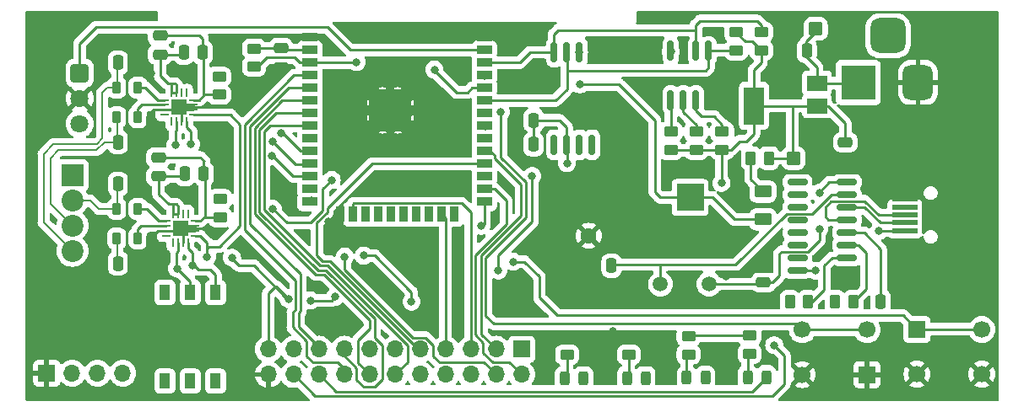
<source format=gbr>
%TF.GenerationSoftware,KiCad,Pcbnew,7.0.6*%
%TF.CreationDate,2024-04-30T21:14:55+02:00*%
%TF.ProjectId,heimdall_board,6865696d-6461-46c6-9c5f-626f6172642e,rev?*%
%TF.SameCoordinates,Original*%
%TF.FileFunction,Copper,L1,Top*%
%TF.FilePolarity,Positive*%
%FSLAX46Y46*%
G04 Gerber Fmt 4.6, Leading zero omitted, Abs format (unit mm)*
G04 Created by KiCad (PCBNEW 7.0.6) date 2024-04-30 21:14:55*
%MOMM*%
%LPD*%
G01*
G04 APERTURE LIST*
G04 Aperture macros list*
%AMRoundRect*
0 Rectangle with rounded corners*
0 $1 Rounding radius*
0 $2 $3 $4 $5 $6 $7 $8 $9 X,Y pos of 4 corners*
0 Add a 4 corners polygon primitive as box body*
4,1,4,$2,$3,$4,$5,$6,$7,$8,$9,$2,$3,0*
0 Add four circle primitives for the rounded corners*
1,1,$1+$1,$2,$3*
1,1,$1+$1,$4,$5*
1,1,$1+$1,$6,$7*
1,1,$1+$1,$8,$9*
0 Add four rect primitives between the rounded corners*
20,1,$1+$1,$2,$3,$4,$5,0*
20,1,$1+$1,$4,$5,$6,$7,0*
20,1,$1+$1,$6,$7,$8,$9,0*
20,1,$1+$1,$8,$9,$2,$3,0*%
G04 Aperture macros list end*
%TA.AperFunction,SMDPad,CuDef*%
%ADD10RoundRect,0.250000X0.625000X-0.375000X0.625000X0.375000X-0.625000X0.375000X-0.625000X-0.375000X0*%
%TD*%
%TA.AperFunction,SMDPad,CuDef*%
%ADD11RoundRect,0.062500X0.375000X0.062500X-0.375000X0.062500X-0.375000X-0.062500X0.375000X-0.062500X0*%
%TD*%
%TA.AperFunction,SMDPad,CuDef*%
%ADD12RoundRect,0.062500X0.062500X0.375000X-0.062500X0.375000X-0.062500X-0.375000X0.062500X-0.375000X0*%
%TD*%
%TA.AperFunction,SMDPad,CuDef*%
%ADD13R,1.600000X1.600000*%
%TD*%
%TA.AperFunction,SMDPad,CuDef*%
%ADD14RoundRect,0.250000X-0.250000X-0.475000X0.250000X-0.475000X0.250000X0.475000X-0.250000X0.475000X0*%
%TD*%
%TA.AperFunction,SMDPad,CuDef*%
%ADD15RoundRect,0.243750X0.243750X0.456250X-0.243750X0.456250X-0.243750X-0.456250X0.243750X-0.456250X0*%
%TD*%
%TA.AperFunction,ComponentPad*%
%ADD16R,2.200000X2.200000*%
%TD*%
%TA.AperFunction,ComponentPad*%
%ADD17C,2.200000*%
%TD*%
%TA.AperFunction,ComponentPad*%
%ADD18R,1.700000X1.700000*%
%TD*%
%TA.AperFunction,ComponentPad*%
%ADD19C,1.700000*%
%TD*%
%TA.AperFunction,SMDPad,CuDef*%
%ADD20RoundRect,0.250000X0.250000X0.475000X-0.250000X0.475000X-0.250000X-0.475000X0.250000X-0.475000X0*%
%TD*%
%TA.AperFunction,SMDPad,CuDef*%
%ADD21RoundRect,0.250000X-0.450000X0.262500X-0.450000X-0.262500X0.450000X-0.262500X0.450000X0.262500X0*%
%TD*%
%TA.AperFunction,SMDPad,CuDef*%
%ADD22RoundRect,0.250000X0.262500X0.450000X-0.262500X0.450000X-0.262500X-0.450000X0.262500X-0.450000X0*%
%TD*%
%TA.AperFunction,SMDPad,CuDef*%
%ADD23RoundRect,0.250000X0.450000X-0.262500X0.450000X0.262500X-0.450000X0.262500X-0.450000X-0.262500X0*%
%TD*%
%TA.AperFunction,SMDPad,CuDef*%
%ADD24RoundRect,0.250000X-0.475000X0.250000X-0.475000X-0.250000X0.475000X-0.250000X0.475000X0.250000X0*%
%TD*%
%TA.AperFunction,SMDPad,CuDef*%
%ADD25RoundRect,0.150000X0.150000X-0.825000X0.150000X0.825000X-0.150000X0.825000X-0.150000X-0.825000X0*%
%TD*%
%TA.AperFunction,SMDPad,CuDef*%
%ADD26R,1.500000X0.900000*%
%TD*%
%TA.AperFunction,SMDPad,CuDef*%
%ADD27R,0.900000X1.500000*%
%TD*%
%TA.AperFunction,SMDPad,CuDef*%
%ADD28R,1.050000X1.050000*%
%TD*%
%TA.AperFunction,HeatsinkPad*%
%ADD29C,0.600000*%
%TD*%
%TA.AperFunction,SMDPad,CuDef*%
%ADD30R,4.200000X4.200000*%
%TD*%
%TA.AperFunction,SMDPad,CuDef*%
%ADD31RoundRect,0.250000X0.475000X-0.250000X0.475000X0.250000X-0.475000X0.250000X-0.475000X-0.250000X0*%
%TD*%
%TA.AperFunction,SMDPad,CuDef*%
%ADD32RoundRect,0.218750X0.218750X0.381250X-0.218750X0.381250X-0.218750X-0.381250X0.218750X-0.381250X0*%
%TD*%
%TA.AperFunction,ComponentPad*%
%ADD33R,3.500000X3.500000*%
%TD*%
%TA.AperFunction,ComponentPad*%
%ADD34RoundRect,0.750000X0.750000X1.000000X-0.750000X1.000000X-0.750000X-1.000000X0.750000X-1.000000X0*%
%TD*%
%TA.AperFunction,ComponentPad*%
%ADD35RoundRect,0.875000X0.875000X0.875000X-0.875000X0.875000X-0.875000X-0.875000X0.875000X-0.875000X0*%
%TD*%
%TA.AperFunction,SMDPad,CuDef*%
%ADD36R,1.100000X1.500000*%
%TD*%
%TA.AperFunction,SMDPad,CuDef*%
%ADD37RoundRect,0.250000X0.450000X0.425000X-0.450000X0.425000X-0.450000X-0.425000X0.450000X-0.425000X0*%
%TD*%
%TA.AperFunction,SMDPad,CuDef*%
%ADD38RoundRect,0.250000X-0.262500X-0.450000X0.262500X-0.450000X0.262500X0.450000X-0.262500X0.450000X0*%
%TD*%
%TA.AperFunction,ComponentPad*%
%ADD39RoundRect,0.248400X-0.651600X0.651600X-0.651600X-0.651600X0.651600X-0.651600X0.651600X0.651600X0*%
%TD*%
%TA.AperFunction,ComponentPad*%
%ADD40C,1.800000*%
%TD*%
%TA.AperFunction,ComponentPad*%
%ADD41C,1.500000*%
%TD*%
%TA.AperFunction,SMDPad,CuDef*%
%ADD42R,2.000000X1.500000*%
%TD*%
%TA.AperFunction,SMDPad,CuDef*%
%ADD43R,2.000000X3.800000*%
%TD*%
%TA.AperFunction,ComponentPad*%
%ADD44O,1.700000X1.700000*%
%TD*%
%TA.AperFunction,SMDPad,CuDef*%
%ADD45RoundRect,0.250000X-0.450000X-0.425000X0.450000X-0.425000X0.450000X0.425000X-0.450000X0.425000X0*%
%TD*%
%TA.AperFunction,SMDPad,CuDef*%
%ADD46RoundRect,0.150000X0.150000X-0.875000X0.150000X0.875000X-0.150000X0.875000X-0.150000X-0.875000X0*%
%TD*%
%TA.AperFunction,SMDPad,CuDef*%
%ADD47R,2.500000X0.500000*%
%TD*%
%TA.AperFunction,SMDPad,CuDef*%
%ADD48R,2.500000X2.000000*%
%TD*%
%TA.AperFunction,ComponentPad*%
%ADD49R,2.700000X2.700000*%
%TD*%
%TA.AperFunction,ComponentPad*%
%ADD50C,1.600000*%
%TD*%
%TA.AperFunction,SMDPad,CuDef*%
%ADD51RoundRect,0.150000X0.825000X0.150000X-0.825000X0.150000X-0.825000X-0.150000X0.825000X-0.150000X0*%
%TD*%
%TA.AperFunction,ViaPad*%
%ADD52C,0.800000*%
%TD*%
%TA.AperFunction,Conductor*%
%ADD53C,0.250000*%
%TD*%
%TA.AperFunction,Conductor*%
%ADD54C,0.200000*%
%TD*%
G04 APERTURE END LIST*
D10*
%TO.P,D1,1,K*%
%TO.N,Net-(BT1-+)*%
X172725000Y-105400000D03*
%TO.P,D1,2,A*%
%TO.N,Net-(D1-A)*%
X172725000Y-102600000D03*
%TD*%
D11*
%TO.P,U4,1,DIN*%
%TO.N,Net-(U4-DIN)*%
X115737500Y-107075000D03*
%TO.P,U4,2,GAIN*%
%TO.N,/GND*%
X115737500Y-106575000D03*
%TO.P,U4,3,GND*%
X115737500Y-106075000D03*
%TO.P,U4,4,~{SHDN}*%
%TO.N,Net-(U4-~{SHDN})*%
X115737500Y-105575000D03*
D12*
%TO.P,U4,5*%
%TO.N,N/C*%
X115050000Y-104887500D03*
%TO.P,U4,6*%
X114550000Y-104887500D03*
%TO.P,U4,7,VDD*%
%TO.N,/+5V*%
X114050000Y-104887500D03*
%TO.P,U4,8,VDD*%
X113550000Y-104887500D03*
D11*
%TO.P,U4,9,OUT+*%
%TO.N,Net-(U4-OUT+)*%
X112862500Y-105575000D03*
%TO.P,U4,10,OUT-*%
%TO.N,Net-(U4-OUT-)*%
X112862500Y-106075000D03*
%TO.P,U4,11,GND*%
%TO.N,/GND*%
X112862500Y-106575000D03*
%TO.P,U4,12*%
%TO.N,N/C*%
X112862500Y-107075000D03*
D12*
%TO.P,U4,13*%
X113550000Y-107762500D03*
%TO.P,U4,14,LRCLK*%
%TO.N,Net-(U4-LRCLK)*%
X114050000Y-107762500D03*
%TO.P,U4,15,GND*%
%TO.N,/GND*%
X114550000Y-107762500D03*
%TO.P,U4,16,BCLK*%
%TO.N,Net-(U4-BCLK)*%
X115050000Y-107762500D03*
D13*
%TO.P,U4,17,GND*%
%TO.N,/GND*%
X114300000Y-106325000D03*
%TD*%
D14*
%TO.P,C15,1*%
%TO.N,/LSPK+*%
X108025000Y-89650000D03*
%TO.P,C15,2*%
%TO.N,/GND*%
X109925000Y-89650000D03*
%TD*%
D15*
%TO.P,D2,1,K*%
%TO.N,/RX*%
X166950000Y-121300000D03*
%TO.P,D2,2,A*%
%TO.N,Net-(D2-A)*%
X165075000Y-121300000D03*
%TD*%
D16*
%TO.P,J5,1,Pin_1*%
%TO.N,/RSPK-*%
X103475000Y-100950000D03*
D17*
%TO.P,J5,2,Pin_2*%
%TO.N,/RSPK+*%
X103475000Y-103490000D03*
%TO.P,J5,3,Pin_3*%
%TO.N,/LSPK-*%
X103475000Y-106030000D03*
%TO.P,J5,4,Pin_4*%
%TO.N,/LSPK+*%
X103475000Y-108570000D03*
%TD*%
D14*
%TO.P,C12,1*%
%TO.N,/RSPK-*%
X108025000Y-109825000D03*
%TO.P,C12,2*%
%TO.N,/GND*%
X109925000Y-109825000D03*
%TD*%
D15*
%TO.P,D5,1,K*%
%TO.N,/+3.3V*%
X160950000Y-121350000D03*
%TO.P,D5,2,A*%
%TO.N,Net-(D5-A)*%
X159075000Y-121350000D03*
%TD*%
D18*
%TO.P,SW1,1,1*%
%TO.N,/GND*%
X183175000Y-121000000D03*
D19*
X176675000Y-121000000D03*
%TO.P,SW1,2,2*%
%TO.N,Net-(U1-EN)*%
X183175000Y-116500000D03*
X176675000Y-116500000D03*
%TD*%
D20*
%TO.P,C18,1*%
%TO.N,/+3.3V*%
X149725000Y-97850000D03*
%TO.P,C18,2*%
%TO.N,/GND*%
X147825000Y-97850000D03*
%TD*%
D21*
%TO.P,R5,1*%
%TO.N,/+5V*%
X165262500Y-117137500D03*
%TO.P,R5,2*%
%TO.N,Net-(D2-A)*%
X165262500Y-118962500D03*
%TD*%
%TO.P,R8,1*%
%TO.N,/+5V*%
X118175000Y-91050000D03*
%TO.P,R8,2*%
%TO.N,Net-(U5-~{SHDN})*%
X118175000Y-92875000D03*
%TD*%
D22*
%TO.P,R3,1*%
%TO.N,Net-(U3-TXD)*%
X177237500Y-113700000D03*
%TO.P,R3,2*%
%TO.N,/RX*%
X175412500Y-113700000D03*
%TD*%
D21*
%TO.P,R10,1*%
%TO.N,/GND*%
X159287500Y-117187500D03*
%TO.P,R10,2*%
%TO.N,Net-(D5-A)*%
X159287500Y-119012500D03*
%TD*%
D23*
%TO.P,R1,1*%
%TO.N,Net-(U1-EN)*%
X121675000Y-90062500D03*
%TO.P,R1,2*%
%TO.N,/+3.3V*%
X121675000Y-88237500D03*
%TD*%
D11*
%TO.P,U5,1,DIN*%
%TO.N,Net-(U4-DIN)*%
X115612500Y-94900000D03*
%TO.P,U5,2,GAIN*%
%TO.N,/GND*%
X115612500Y-94400000D03*
%TO.P,U5,3,GND*%
X115612500Y-93900000D03*
%TO.P,U5,4,~{SHDN}*%
%TO.N,Net-(U5-~{SHDN})*%
X115612500Y-93400000D03*
D12*
%TO.P,U5,5*%
%TO.N,N/C*%
X114925000Y-92712500D03*
%TO.P,U5,6*%
X114425000Y-92712500D03*
%TO.P,U5,7,VDD*%
%TO.N,/+5V*%
X113925000Y-92712500D03*
%TO.P,U5,8,VDD*%
X113425000Y-92712500D03*
D11*
%TO.P,U5,9,OUT+*%
%TO.N,Net-(U5-OUT+)*%
X112737500Y-93400000D03*
%TO.P,U5,10,OUT-*%
%TO.N,Net-(U5-OUT-)*%
X112737500Y-93900000D03*
%TO.P,U5,11,GND*%
%TO.N,/GND*%
X112737500Y-94400000D03*
%TO.P,U5,12*%
%TO.N,N/C*%
X112737500Y-94900000D03*
D12*
%TO.P,U5,13*%
X113425000Y-95587500D03*
%TO.P,U5,14,LRCLK*%
%TO.N,Net-(U4-LRCLK)*%
X113925000Y-95587500D03*
%TO.P,U5,15,GND*%
%TO.N,/GND*%
X114425000Y-95587500D03*
%TO.P,U5,16,BCLK*%
%TO.N,Net-(U4-BCLK)*%
X114925000Y-95587500D03*
D13*
%TO.P,U5,17,GND*%
%TO.N,/GND*%
X114175000Y-94150000D03*
%TD*%
D14*
%TO.P,C13,1*%
%TO.N,/+5V*%
X114625000Y-88625000D03*
%TO.P,C13,2*%
%TO.N,Net-(U5-~{SHDN})*%
X116525000Y-88625000D03*
%TD*%
D24*
%TO.P,C2,1*%
%TO.N,/+3.3V*%
X180975000Y-97650000D03*
%TO.P,C2,2*%
%TO.N,/GND*%
X180975000Y-99550000D03*
%TD*%
D25*
%TO.P,U8,1,A0*%
%TO.N,Net-(U8-A0)*%
X163470000Y-93425000D03*
%TO.P,U8,2,A1*%
%TO.N,Net-(U8-A1)*%
X164740000Y-93425000D03*
%TO.P,U8,3,A2*%
%TO.N,Net-(U8-A2)*%
X166010000Y-93425000D03*
%TO.P,U8,4,GND*%
%TO.N,/GND*%
X167280000Y-93425000D03*
%TO.P,U8,5,SDA*%
%TO.N,Net-(U1-IO21)*%
X167280000Y-88475000D03*
%TO.P,U8,6,SCL*%
%TO.N,Net-(U1-IO22)*%
X166010000Y-88475000D03*
%TO.P,U8,7,WP*%
%TO.N,/GND*%
X164740000Y-88475000D03*
%TO.P,U8,8,VCC*%
%TO.N,/+3.3V*%
X163470000Y-88475000D03*
%TD*%
D14*
%TO.P,C16,1*%
%TO.N,/LSPK-*%
X108025000Y-97650000D03*
%TO.P,C16,2*%
%TO.N,/GND*%
X109925000Y-97650000D03*
%TD*%
D22*
%TO.P,R4,1*%
%TO.N,Net-(U3-RXD)*%
X181787500Y-113700000D03*
%TO.P,R4,2*%
%TO.N,/TX*%
X179962500Y-113700000D03*
%TD*%
D26*
%TO.P,U1,1,GND*%
%TO.N,/GND*%
X127280000Y-87110000D03*
%TO.P,U1,2,VDD*%
%TO.N,/+3.3V*%
X127280000Y-88380000D03*
%TO.P,U1,3,EN*%
%TO.N,Net-(U1-EN)*%
X127280000Y-89650000D03*
%TO.P,U1,4,SENSOR_VP*%
%TO.N,/GPIO36*%
X127280000Y-90920000D03*
%TO.P,U1,5,SENSOR_VN*%
%TO.N,/GPIO39*%
X127280000Y-92190000D03*
%TO.P,U1,6,IO34*%
%TO.N,/GPIO34*%
X127280000Y-93460000D03*
%TO.P,U1,7,IO35*%
%TO.N,/GPIO35*%
X127280000Y-94730000D03*
%TO.P,U1,8,IO32*%
%TO.N,/GPIO32*%
X127280000Y-96000000D03*
%TO.P,U1,9,IO33*%
%TO.N,/GPIO33*%
X127280000Y-97270000D03*
%TO.P,U1,10,IO25*%
%TO.N,/DIN*%
X127280000Y-98540000D03*
%TO.P,U1,11,IO26*%
%TO.N,/LRC*%
X127280000Y-99810000D03*
%TO.P,U1,12,IO27*%
%TO.N,/BCLK*%
X127280000Y-101080000D03*
%TO.P,U1,13,IO14*%
%TO.N,/GPIO14*%
X127280000Y-102350000D03*
%TO.P,U1,14,IO12*%
%TO.N,/GPIO12*%
X127280000Y-103620000D03*
D27*
%TO.P,U1,15,GND*%
%TO.N,/GND*%
X130320000Y-104870000D03*
%TO.P,U1,16,IO13*%
%TO.N,/GPIO13*%
X131590000Y-104870000D03*
%TO.P,U1,17,SHD/SD2*%
%TO.N,unconnected-(U1-SHD{slash}SD2-Pad17)*%
X132860000Y-104870000D03*
%TO.P,U1,18,SWP/SD3*%
%TO.N,unconnected-(U1-SWP{slash}SD3-Pad18)*%
X134130000Y-104870000D03*
%TO.P,U1,19,SCS/CMD*%
%TO.N,unconnected-(U1-SCS{slash}CMD-Pad19)*%
X135400000Y-104870000D03*
%TO.P,U1,20,SCK/CLK*%
%TO.N,unconnected-(U1-SCK{slash}CLK-Pad20)*%
X136670000Y-104870000D03*
%TO.P,U1,21,SDO/SD0*%
%TO.N,unconnected-(U1-SDO{slash}SD0-Pad21)*%
X137940000Y-104870000D03*
%TO.P,U1,22,SDI/SD1*%
%TO.N,unconnected-(U1-SDI{slash}SD1-Pad22)*%
X139210000Y-104870000D03*
%TO.P,U1,23,IO15*%
%TO.N,/GPIO15*%
X140480000Y-104870000D03*
%TO.P,U1,24,IO2*%
%TO.N,/GPIO2*%
X141750000Y-104870000D03*
D26*
%TO.P,U1,25,IO0*%
%TO.N,Net-(U1-IO0)*%
X144780000Y-103620000D03*
%TO.P,U1,26,IO4*%
%TO.N,/GPIO4*%
X144780000Y-102350000D03*
%TO.P,U1,27,IO16*%
%TO.N,/GPIO16*%
X144780000Y-101080000D03*
%TO.P,U1,28,IO17*%
%TO.N,/GPIO17*%
X144780000Y-99810000D03*
%TO.P,U1,29,IO5*%
%TO.N,/GPIO5*%
X144780000Y-98540000D03*
%TO.P,U1,30,IO18*%
%TO.N,/GPIO18*%
X144780000Y-97270000D03*
%TO.P,U1,31,IO19*%
%TO.N,/GPIO19*%
X144780000Y-96000000D03*
%TO.P,U1,32,NC*%
%TO.N,unconnected-(U1-NC-Pad32)*%
X144780000Y-94730000D03*
%TO.P,U1,33,IO21*%
%TO.N,Net-(U1-IO21)*%
X144780000Y-93460000D03*
%TO.P,U1,34,RXD0/IO3*%
%TO.N,/RX*%
X144780000Y-92190000D03*
%TO.P,U1,35,TXD0/IO1*%
%TO.N,/TX*%
X144780000Y-90920000D03*
%TO.P,U1,36,IO22*%
%TO.N,Net-(U1-IO22)*%
X144780000Y-89650000D03*
%TO.P,U1,37,IO23*%
%TO.N,/IR_DAT*%
X144780000Y-88380000D03*
%TO.P,U1,38,GND*%
%TO.N,/GND*%
X144780000Y-87110000D03*
D28*
%TO.P,U1,39,GND*%
X133825000Y-92925000D03*
D29*
X133825000Y-93687500D03*
D28*
X133825000Y-94450000D03*
D29*
X133825000Y-95212500D03*
D28*
X133825000Y-95975000D03*
D29*
X134587500Y-92925000D03*
X134587500Y-94450000D03*
X134587500Y-95975000D03*
D28*
X135350000Y-92925000D03*
D29*
X135350000Y-93687500D03*
D28*
X135350000Y-94450000D03*
D30*
X135350000Y-94450000D03*
D29*
X135350000Y-95212500D03*
D28*
X135350000Y-95975000D03*
D29*
X136112500Y-92925000D03*
X136112500Y-94450000D03*
X136112500Y-95975000D03*
D28*
X136875000Y-92925000D03*
D29*
X136875000Y-93687500D03*
D28*
X136875000Y-94450000D03*
D29*
X136875000Y-95212500D03*
D28*
X136875000Y-95975000D03*
%TD*%
D31*
%TO.P,C14,1*%
%TO.N,/+5V*%
X112250000Y-88825000D03*
%TO.P,C14,2*%
%TO.N,Net-(U5-~{SHDN})*%
X112250000Y-86925000D03*
%TD*%
D15*
%TO.P,D4,1,K*%
%TO.N,/+5V*%
X154712500Y-121350000D03*
%TO.P,D4,2,A*%
%TO.N,Net-(D4-A)*%
X152837500Y-121350000D03*
%TD*%
D32*
%TO.P,FB3,1*%
%TO.N,Net-(U4-OUT+)*%
X110037500Y-104350000D03*
%TO.P,FB3,2*%
%TO.N,/RSPK+*%
X107912500Y-104350000D03*
%TD*%
D33*
%TO.P,J3,1*%
%TO.N,/+5V*%
X182275000Y-91650000D03*
D34*
%TO.P,J3,2*%
%TO.N,/GND*%
X188275000Y-91650000D03*
D35*
%TO.P,J3,3*%
%TO.N,N/C*%
X185275000Y-86950000D03*
%TD*%
D36*
%TO.P,SW3,1*%
%TO.N,/DIN*%
X112735000Y-121650000D03*
%TO.P,SW3,2*%
%TO.N,/LRC*%
X115275000Y-121650000D03*
%TO.P,SW3,3*%
%TO.N,/BCLK*%
X117815000Y-121650000D03*
%TO.P,SW3,4*%
%TO.N,Net-(U4-BCLK)*%
X117815000Y-112750000D03*
%TO.P,SW3,5*%
%TO.N,Net-(U4-LRCLK)*%
X115275000Y-112750000D03*
%TO.P,SW3,6*%
%TO.N,Net-(U4-DIN)*%
X112735000Y-112750000D03*
%TD*%
D32*
%TO.P,FB1,1*%
%TO.N,Net-(U5-OUT+)*%
X110037500Y-92150000D03*
%TO.P,FB1,2*%
%TO.N,/LSPK+*%
X107912500Y-92150000D03*
%TD*%
%TO.P,FB4,1*%
%TO.N,Net-(U4-OUT-)*%
X110037500Y-107325000D03*
%TO.P,FB4,2*%
%TO.N,/RSPK-*%
X107912500Y-107325000D03*
%TD*%
D21*
%TO.P,R13,1*%
%TO.N,Net-(U1-IO22)*%
X172575000Y-86587500D03*
%TO.P,R13,2*%
%TO.N,/+3.3V*%
X172575000Y-88412500D03*
%TD*%
D37*
%TO.P,C4,1*%
%TO.N,/+5V*%
X178025000Y-86250000D03*
%TO.P,C4,2*%
%TO.N,/GND*%
X175325000Y-86250000D03*
%TD*%
D14*
%TO.P,C11,1*%
%TO.N,/RSPK+*%
X108025000Y-101850000D03*
%TO.P,C11,2*%
%TO.N,/GND*%
X109925000Y-101850000D03*
%TD*%
D38*
%TO.P,R15,1*%
%TO.N,Net-(D1-A)*%
X171512500Y-99250000D03*
%TO.P,R15,2*%
%TO.N,/+3.3V*%
X173337500Y-99250000D03*
%TD*%
D31*
%TO.P,C7,1*%
%TO.N,Net-(U3-XO)*%
X172775000Y-111750000D03*
%TO.P,C7,2*%
%TO.N,/GND*%
X172775000Y-109850000D03*
%TD*%
D39*
%TO.P,U6,1,OUT*%
%TO.N,/IR_DAT*%
X104190000Y-90710000D03*
D40*
%TO.P,U6,2,GND*%
%TO.N,/GND*%
X104190000Y-93250000D03*
%TO.P,U6,3,Vs*%
%TO.N,/+5V*%
X104190000Y-95790000D03*
%TD*%
D41*
%TO.P,Y1,1,1*%
%TO.N,Net-(U3-XO)*%
X167325000Y-111900000D03*
%TO.P,Y1,2,2*%
%TO.N,Net-(U3-XI)*%
X162445000Y-111900000D03*
%TD*%
D21*
%TO.P,R7,1*%
%TO.N,/+5V*%
X118275000Y-103350000D03*
%TO.P,R7,2*%
%TO.N,Net-(U4-~{SHDN})*%
X118275000Y-105175000D03*
%TD*%
D15*
%TO.P,D3,1,K*%
%TO.N,/TX*%
X173075000Y-121250000D03*
%TO.P,D3,2,A*%
%TO.N,Net-(D3-A)*%
X171200000Y-121250000D03*
%TD*%
D42*
%TO.P,U2,1,GND*%
%TO.N,/GND*%
X178125000Y-96300000D03*
%TO.P,U2,2,VO*%
%TO.N,/+3.3V*%
X178125000Y-94000000D03*
D43*
X171825000Y-94000000D03*
D42*
%TO.P,U2,3,VI*%
%TO.N,/+5V*%
X178125000Y-91700000D03*
%TD*%
D24*
%TO.P,C3,1*%
%TO.N,/+3.3V*%
X124375000Y-88200000D03*
%TO.P,C3,2*%
%TO.N,/GND*%
X124375000Y-90100000D03*
%TD*%
D21*
%TO.P,R6,1*%
%TO.N,/+5V*%
X171387500Y-117087500D03*
%TO.P,R6,2*%
%TO.N,Net-(D3-A)*%
X171387500Y-118912500D03*
%TD*%
D23*
%TO.P,R14,1*%
%TO.N,Net-(U1-IO21)*%
X170025000Y-88412500D03*
%TO.P,R14,2*%
%TO.N,/+3.3V*%
X170025000Y-86587500D03*
%TD*%
D18*
%TO.P,J2,1,Pin_1*%
%TO.N,/GPIO2*%
X148515000Y-118450000D03*
D44*
%TO.P,J2,2,Pin_2*%
%TO.N,/GPIO4*%
X148515000Y-120990000D03*
%TO.P,J2,3,Pin_3*%
%TO.N,/GPIO5*%
X145975000Y-118450000D03*
%TO.P,J2,4,Pin_4*%
%TO.N,/GPIO12*%
X145975000Y-120990000D03*
%TO.P,J2,5,Pin_5*%
%TO.N,/GPIO13*%
X143435000Y-118450000D03*
%TO.P,J2,6,Pin_6*%
%TO.N,/GPIO14*%
X143435000Y-120990000D03*
%TO.P,J2,7,Pin_7*%
%TO.N,/GPIO15*%
X140895000Y-118450000D03*
%TO.P,J2,8,Pin_8*%
%TO.N,/GPIO16*%
X140895000Y-120990000D03*
%TO.P,J2,9,Pin_9*%
%TO.N,/GPIO17*%
X138355000Y-118450000D03*
%TO.P,J2,10,Pin_10*%
%TO.N,/GPIO18*%
X138355000Y-120990000D03*
%TO.P,J2,11,Pin_11*%
%TO.N,/GPIO19*%
X135815000Y-118450000D03*
%TO.P,J2,12,Pin_12*%
%TO.N,/GPIO32*%
X135815000Y-120990000D03*
%TO.P,J2,13,Pin_13*%
%TO.N,/GPIO33*%
X133275000Y-118450000D03*
%TO.P,J2,14,Pin_14*%
%TO.N,/GPIO34*%
X133275000Y-120990000D03*
%TO.P,J2,15,Pin_15*%
%TO.N,/GPIO35*%
X130735000Y-118450000D03*
%TO.P,J2,16,Pin_16*%
%TO.N,/GPIO36*%
X130735000Y-120990000D03*
%TO.P,J2,17,Pin_17*%
%TO.N,/GPIO39*%
X128195000Y-118450000D03*
%TO.P,J2,18,Pin_18*%
%TO.N,/TX*%
X128195000Y-120990000D03*
%TO.P,J2,19,Pin_19*%
%TO.N,/RX*%
X125655000Y-118450000D03*
%TO.P,J2,20,Pin_20*%
%TO.N,/+3.3V*%
X125655000Y-120990000D03*
%TO.P,J2,21,Pin_21*%
%TO.N,/+5V*%
X123115000Y-118450000D03*
%TO.P,J2,22,Pin_22*%
%TO.N,/GND*%
X123115000Y-120990000D03*
%TD*%
D14*
%TO.P,C8,1*%
%TO.N,Net-(U3-V3)*%
X184525000Y-113650000D03*
%TO.P,C8,2*%
%TO.N,/GND*%
X186425000Y-113650000D03*
%TD*%
D32*
%TO.P,FB2,1*%
%TO.N,Net-(U5-OUT-)*%
X110037500Y-95150000D03*
%TO.P,FB2,2*%
%TO.N,/LSPK-*%
X107912500Y-95150000D03*
%TD*%
D20*
%TO.P,C17,1*%
%TO.N,/+3.3V*%
X149725000Y-95450000D03*
%TO.P,C17,2*%
%TO.N,/GND*%
X147825000Y-95450000D03*
%TD*%
D23*
%TO.P,R11,1*%
%TO.N,/+3.3V*%
X168625000Y-98412500D03*
%TO.P,R11,2*%
%TO.N,Net-(U8-A2)*%
X168625000Y-96587500D03*
%TD*%
D14*
%TO.P,C10,1*%
%TO.N,/+5V*%
X114750000Y-100825000D03*
%TO.P,C10,2*%
%TO.N,Net-(U4-~{SHDN})*%
X116650000Y-100825000D03*
%TD*%
D45*
%TO.P,C5,1*%
%TO.N,/+3.3V*%
X175775000Y-99250000D03*
%TO.P,C5,2*%
%TO.N,/GND*%
X178475000Y-99250000D03*
%TD*%
D46*
%TO.P,U7,1,32KHZ*%
%TO.N,unconnected-(U7-32KHZ-Pad1)*%
X151780000Y-97900000D03*
%TO.P,U7,2,VCC*%
%TO.N,/+3.3V*%
X153050000Y-97900000D03*
%TO.P,U7,3,~{INT}/SQW*%
%TO.N,unconnected-(U7-~{INT}{slash}SQW-Pad3)*%
X154320000Y-97900000D03*
%TO.P,U7,4,~{RST}*%
%TO.N,unconnected-(U7-~{RST}-Pad4)*%
X155590000Y-97900000D03*
%TO.P,U7,5,GND*%
%TO.N,/GND*%
X156860000Y-97900000D03*
%TO.P,U7,6,GND*%
X158130000Y-97900000D03*
%TO.P,U7,7,GND*%
X159400000Y-97900000D03*
%TO.P,U7,8,GND*%
X160670000Y-97900000D03*
%TO.P,U7,9,GND*%
X160670000Y-88600000D03*
%TO.P,U7,10,GND*%
X159400000Y-88600000D03*
%TO.P,U7,11,GND*%
X158130000Y-88600000D03*
%TO.P,U7,12,GND*%
X156860000Y-88600000D03*
%TO.P,U7,13,GND*%
X155590000Y-88600000D03*
%TO.P,U7,14,VBAT*%
%TO.N,Net-(BT1-+)*%
X154320000Y-88600000D03*
%TO.P,U7,15,SDA*%
%TO.N,Net-(U1-IO21)*%
X153050000Y-88600000D03*
%TO.P,U7,16,SCL*%
%TO.N,Net-(U1-IO22)*%
X151780000Y-88600000D03*
%TD*%
D21*
%TO.P,R9,1*%
%TO.N,/GND*%
X153075000Y-117187500D03*
%TO.P,R9,2*%
%TO.N,Net-(D4-A)*%
X153075000Y-119012500D03*
%TD*%
D20*
%TO.P,C1,1*%
%TO.N,/+5V*%
X177125000Y-88450000D03*
%TO.P,C1,2*%
%TO.N,/GND*%
X175225000Y-88450000D03*
%TD*%
D23*
%TO.P,R2,1*%
%TO.N,/+3.3V*%
X163475000Y-98412500D03*
%TO.P,R2,2*%
%TO.N,Net-(U8-A0)*%
X163475000Y-96587500D03*
%TD*%
D18*
%TO.P,SW2,1,1*%
%TO.N,Net-(U1-IO0)*%
X188175000Y-116450000D03*
D19*
X194675000Y-116450000D03*
%TO.P,SW2,2,2*%
%TO.N,/GND*%
X188175000Y-120950000D03*
X194675000Y-120950000D03*
%TD*%
D31*
%TO.P,C9,1*%
%TO.N,/+5V*%
X112100000Y-101075000D03*
%TO.P,C9,2*%
%TO.N,Net-(U4-~{SHDN})*%
X112100000Y-99175000D03*
%TD*%
D18*
%TO.P,J4,1,Pin_1*%
%TO.N,/GND*%
X100895000Y-120850000D03*
D44*
%TO.P,J4,2,Pin_2*%
%TO.N,/BCLK*%
X103435000Y-120850000D03*
%TO.P,J4,3,Pin_3*%
%TO.N,/LRC*%
X105975000Y-120850000D03*
%TO.P,J4,4,Pin_4*%
%TO.N,/DIN*%
X108515000Y-120850000D03*
%TD*%
D20*
%TO.P,C6,1*%
%TO.N,Net-(U3-XI)*%
X157525000Y-110050000D03*
%TO.P,C6,2*%
%TO.N,/GND*%
X155625000Y-110050000D03*
%TD*%
D47*
%TO.P,J1,1,VBUS*%
%TO.N,/+5V*%
X186950000Y-106550000D03*
%TO.P,J1,2,D-*%
%TO.N,Net-(J1-D-)*%
X186950000Y-105750000D03*
%TO.P,J1,3,D+*%
%TO.N,Net-(J1-D+)*%
X186950000Y-104950000D03*
%TO.P,J1,4,ID*%
%TO.N,unconnected-(J1-ID-Pad4)*%
X186950000Y-104150000D03*
%TO.P,J1,5,GND*%
%TO.N,/GND*%
X186950000Y-103350000D03*
D48*
%TO.P,J1,6,Shield*%
X186950000Y-109350000D03*
X192450000Y-109350000D03*
X186950000Y-100550000D03*
X192450000Y-100550000D03*
%TD*%
D23*
%TO.P,R12,1*%
%TO.N,/+3.3V*%
X166025000Y-98412500D03*
%TO.P,R12,2*%
%TO.N,Net-(U8-A1)*%
X166025000Y-96587500D03*
%TD*%
D49*
%TO.P,BT1,1,+*%
%TO.N,Net-(BT1-+)*%
X165425000Y-103200000D03*
D50*
%TO.P,BT1,2,-*%
%TO.N,/GND*%
X155255000Y-107050000D03*
%TD*%
D51*
%TO.P,U3,1,GND*%
%TO.N,/GND*%
X181150000Y-110545000D03*
%TO.P,U3,2,TXD*%
%TO.N,Net-(U3-TXD)*%
X181150000Y-109275000D03*
%TO.P,U3,3,RXD*%
%TO.N,Net-(U3-RXD)*%
X181150000Y-108005000D03*
%TO.P,U3,4,V3*%
%TO.N,Net-(U3-V3)*%
X181150000Y-106735000D03*
%TO.P,U3,5,UD+*%
%TO.N,Net-(J1-D+)*%
X181150000Y-105465000D03*
%TO.P,U3,6,UD-*%
%TO.N,Net-(J1-D-)*%
X181150000Y-104195000D03*
%TO.P,U3,7,XI*%
%TO.N,Net-(U3-XI)*%
X181150000Y-102925000D03*
%TO.P,U3,8,XO*%
%TO.N,Net-(U3-XO)*%
X181150000Y-101655000D03*
%TO.P,U3,9,~{CTS}*%
%TO.N,unconnected-(U3-~{CTS}-Pad9)*%
X176200000Y-101655000D03*
%TO.P,U3,10,~{DSR}*%
%TO.N,unconnected-(U3-~{DSR}-Pad10)*%
X176200000Y-102925000D03*
%TO.P,U3,11,~{RI}*%
%TO.N,unconnected-(U3-~{RI}-Pad11)*%
X176200000Y-104195000D03*
%TO.P,U3,12,~{DCD}*%
%TO.N,unconnected-(U3-~{DCD}-Pad12)*%
X176200000Y-105465000D03*
%TO.P,U3,13,~{DTR}*%
%TO.N,unconnected-(U3-~{DTR}-Pad13)*%
X176200000Y-106735000D03*
%TO.P,U3,14,~{RTS}*%
%TO.N,unconnected-(U3-~{RTS}-Pad14)*%
X176200000Y-108005000D03*
%TO.P,U3,15,R232*%
%TO.N,unconnected-(U3-R232-Pad15)*%
X176200000Y-109275000D03*
%TO.P,U3,16,VCC*%
%TO.N,/+5V*%
X176200000Y-110545000D03*
%TD*%
D52*
%TO.N,Net-(BT1-+)*%
X154375000Y-91850000D03*
X154275000Y-88650000D03*
%TO.N,/GND*%
X157675000Y-116650000D03*
X129175000Y-105650000D03*
X124375000Y-90150000D03*
X168975000Y-111150000D03*
X149775000Y-87150000D03*
X162075000Y-88550000D03*
X181175000Y-111950000D03*
X111775000Y-96650000D03*
X129275000Y-90950000D03*
X153575000Y-93750000D03*
X166575000Y-91550000D03*
X165675000Y-113850000D03*
X111375000Y-90750000D03*
X164775000Y-88550000D03*
X173775000Y-107750000D03*
%TO.N,/+5V*%
X114775000Y-100800000D03*
X171475000Y-117050000D03*
X184375000Y-106550000D03*
X119475000Y-109250000D03*
X149575000Y-101050000D03*
X129799500Y-113200000D03*
X146175000Y-110550000D03*
X114625000Y-88700000D03*
X177975000Y-110550000D03*
X127325000Y-113550000D03*
X118175000Y-91050000D03*
X154775000Y-121450000D03*
X118175000Y-103350000D03*
X125151000Y-113400000D03*
%TO.N,/+3.3V*%
X169975000Y-86550000D03*
X163475000Y-98450000D03*
X149775000Y-95450000D03*
X127375000Y-88350000D03*
X153075000Y-99750000D03*
X160975000Y-121350000D03*
X168575000Y-101750000D03*
X173850500Y-118050000D03*
X163475000Y-88550000D03*
%TO.N,Net-(U3-XO)*%
X178375000Y-106350000D03*
X178375000Y-102750000D03*
%TO.N,/RSPK-*%
X107875000Y-107350000D03*
%TO.N,/RX*%
X175475000Y-113650000D03*
X166975000Y-121250000D03*
X139775000Y-90350000D03*
%TO.N,/TX*%
X129475000Y-101450000D03*
X173075000Y-121250000D03*
X123575000Y-104350000D03*
X144775000Y-90950000D03*
X179975000Y-113650000D03*
%TO.N,/GPIO2*%
X141775000Y-105050000D03*
%TO.N,/GPIO12*%
X130775000Y-109150000D03*
X127475000Y-103550000D03*
%TO.N,/GPIO14*%
X127475000Y-102350000D03*
%TO.N,/GPIO16*%
X144775000Y-101050000D03*
%TO.N,/GPIO18*%
X144775000Y-97250000D03*
%TO.N,/GPIO19*%
X132675000Y-109050000D03*
X137475000Y-113674500D03*
X144875000Y-96050000D03*
%TO.N,/GPIO33*%
X127175000Y-97250000D03*
%TO.N,/BCLK*%
X117775000Y-121550000D03*
X123475000Y-99050000D03*
%TO.N,/LRC*%
X123575000Y-97550000D03*
X115275000Y-121550000D03*
%TO.N,/DIN*%
X124375000Y-96750000D03*
X112775000Y-121550000D03*
%TO.N,Net-(U1-EN)*%
X146425000Y-94600000D03*
X131975000Y-89600000D03*
%TO.N,Net-(U1-IO0)*%
X144475000Y-106050000D03*
X147675000Y-109650000D03*
%TO.N,Net-(U4-BCLK)*%
X115375000Y-97850000D03*
X115475000Y-110050000D03*
%TO.N,Net-(U4-LRCLK)*%
X113975000Y-110350000D03*
X113775000Y-97950000D03*
%TO.N,Net-(U4-DIN)*%
X112675000Y-112750000D03*
X116975000Y-109150000D03*
%TD*%
D53*
%TO.N,Net-(BT1-+)*%
X161875000Y-95450000D02*
X158275000Y-91850000D01*
X162425000Y-103200000D02*
X161875000Y-102650000D01*
X165425000Y-103200000D02*
X162425000Y-103200000D01*
X161875000Y-102650000D02*
X161875000Y-95450000D01*
X165425000Y-103200000D02*
X167625000Y-103200000D01*
X167625000Y-103200000D02*
X169825000Y-105400000D01*
X158275000Y-91850000D02*
X154375000Y-91850000D01*
X169825000Y-105400000D02*
X172725000Y-105400000D01*
%TO.N,/GND*%
X114550000Y-106575000D02*
X114300000Y-106325000D01*
X130075000Y-106350000D02*
X129375000Y-106350000D01*
X129375000Y-106350000D02*
X129175000Y-106150000D01*
X113925000Y-94400000D02*
X114175000Y-94150000D01*
X130320000Y-104870000D02*
X130320000Y-106105000D01*
X114050000Y-106575000D02*
X114300000Y-106325000D01*
X113775000Y-94550000D02*
X114175000Y-94150000D01*
X115612500Y-94400000D02*
X114425000Y-94400000D01*
X112012500Y-106575000D02*
X111862500Y-106725000D01*
X114550000Y-106075000D02*
X114300000Y-106325000D01*
X113900000Y-106725000D02*
X114300000Y-106325000D01*
X111625000Y-94400000D02*
X110975000Y-95050000D01*
X112737500Y-94400000D02*
X113925000Y-94400000D01*
X114425000Y-94400000D02*
X114175000Y-94150000D01*
X130320000Y-106105000D02*
X130075000Y-106350000D01*
X112862500Y-106575000D02*
X112012500Y-106575000D01*
X155590000Y-88600000D02*
X160670000Y-88600000D01*
X115737500Y-106575000D02*
X114550000Y-106575000D01*
X109750000Y-109825000D02*
X110575000Y-109825000D01*
X129175000Y-106150000D02*
X129175000Y-105650000D01*
X115737500Y-106575000D02*
X115737500Y-106075000D01*
X111300000Y-106725000D02*
X111862500Y-106725000D01*
X110975000Y-109425000D02*
X110975000Y-107050000D01*
X114700000Y-106725000D02*
X114300000Y-106325000D01*
X110575000Y-97650000D02*
X109625000Y-97650000D01*
X115612500Y-93900000D02*
X114425000Y-93900000D01*
X110575000Y-109825000D02*
X110975000Y-109425000D01*
X112737500Y-94400000D02*
X111625000Y-94400000D01*
X115737500Y-106075000D02*
X114550000Y-106075000D01*
X112862500Y-106575000D02*
X114050000Y-106575000D01*
X110975000Y-107050000D02*
X111300000Y-106725000D01*
X115612500Y-94400000D02*
X115612500Y-93900000D01*
X114550000Y-107762500D02*
X114550000Y-106575000D01*
X114575000Y-94550000D02*
X114175000Y-94150000D01*
X114425000Y-93900000D02*
X114175000Y-94150000D01*
X114425000Y-95587500D02*
X114425000Y-94400000D01*
X110975000Y-95050000D02*
X110975000Y-97250000D01*
X110975000Y-97250000D02*
X110575000Y-97650000D01*
X160670000Y-97900000D02*
X156860000Y-97900000D01*
%TO.N,/+5V*%
X123901000Y-112150000D02*
X123775000Y-112150000D01*
X113550000Y-103962500D02*
X113475000Y-103887500D01*
X114500000Y-101075000D02*
X112100000Y-101075000D01*
X171475000Y-117050000D02*
X171425000Y-117087500D01*
X121675000Y-110050000D02*
X120175000Y-110050000D01*
X113875000Y-103887500D02*
X114050000Y-104062500D01*
X113425000Y-92712500D02*
X113425000Y-91800000D01*
X129799500Y-113200000D02*
X129449500Y-113550000D01*
X186950000Y-106550000D02*
X184375000Y-106550000D01*
X120175000Y-110050000D02*
X119475000Y-109350000D01*
X114050000Y-104887500D02*
X113550000Y-104887500D01*
X129449500Y-113550000D02*
X127325000Y-113550000D01*
X178025000Y-86600000D02*
X177075000Y-87550000D01*
X112675000Y-88850000D02*
X112450000Y-88625000D01*
X125025000Y-113400000D02*
X121675000Y-110050000D01*
X112100000Y-101075000D02*
X112100000Y-102887500D01*
X113775000Y-91750000D02*
X113475000Y-91750000D01*
X112100000Y-102887500D02*
X113100000Y-103887500D01*
X182225000Y-91700000D02*
X182275000Y-91650000D01*
X171425000Y-117087500D02*
X165312500Y-117087500D01*
X113925000Y-92712500D02*
X113925000Y-91900000D01*
X113475000Y-91750000D02*
X113012500Y-91750000D01*
X171350000Y-117087500D02*
X171475000Y-117050000D01*
X125151000Y-113400000D02*
X123901000Y-112150000D01*
X114050000Y-104887500D02*
X114050000Y-104062500D01*
X123775000Y-112150000D02*
X123115000Y-112810000D01*
X113550000Y-104887500D02*
X113550000Y-103962500D01*
X113012500Y-91750000D02*
X112250000Y-90987500D01*
X149575000Y-101050000D02*
X149575000Y-105650000D01*
X165312500Y-117087500D02*
X165262500Y-117137500D01*
X177075000Y-87550000D02*
X177075000Y-89050000D01*
X113425000Y-92712500D02*
X113925000Y-92712500D01*
X147875000Y-107350000D02*
X146175000Y-109050000D01*
X125151000Y-113400000D02*
X125025000Y-113400000D01*
X178125000Y-91700000D02*
X182225000Y-91700000D01*
X113425000Y-91800000D02*
X113475000Y-91750000D01*
X113875000Y-103887500D02*
X113475000Y-103887500D01*
X113925000Y-91900000D02*
X113775000Y-91750000D01*
X123115000Y-112810000D02*
X123115000Y-118450000D01*
X114775000Y-100800000D02*
X114500000Y-101075000D01*
X113475000Y-103887500D02*
X113100000Y-103887500D01*
X114750000Y-100825000D02*
X114775000Y-100800000D01*
X114400000Y-88850000D02*
X112675000Y-88850000D01*
X112250000Y-90987500D02*
X112250000Y-88825000D01*
X178125000Y-91700000D02*
X178125000Y-90100000D01*
X176205000Y-110550000D02*
X176200000Y-110545000D01*
X119475000Y-109350000D02*
X119475000Y-109250000D01*
X171387500Y-117087500D02*
X171350000Y-117087500D01*
X149575000Y-105650000D02*
X147875000Y-107350000D01*
X146175000Y-109050000D02*
X146175000Y-110550000D01*
X177975000Y-110550000D02*
X176205000Y-110550000D01*
X178125000Y-90100000D02*
X177075000Y-89050000D01*
%TO.N,/+3.3V*%
X173675000Y-123150000D02*
X127815000Y-123150000D01*
X175775000Y-99250000D02*
X173337500Y-99250000D01*
X149725000Y-95450000D02*
X149725000Y-97850000D01*
X175675000Y-94000000D02*
X175675000Y-99150000D01*
X124375000Y-88200000D02*
X121712500Y-88200000D01*
X127815000Y-123150000D02*
X125655000Y-120990000D01*
X173850500Y-118050000D02*
X174875000Y-119074500D01*
X171825000Y-96800000D02*
X171075000Y-97550000D01*
X127375000Y-88350000D02*
X127310000Y-88380000D01*
X127280000Y-88380000D02*
X127250000Y-88380000D01*
X153075000Y-99750000D02*
X153075000Y-97925000D01*
X168625000Y-98412500D02*
X163475000Y-98450000D01*
X169975000Y-86550000D02*
X169975000Y-86537500D01*
X174875000Y-121950000D02*
X173675000Y-123150000D01*
X152325000Y-95450000D02*
X149775000Y-95450000D01*
X169987500Y-86550000D02*
X169975000Y-86550000D01*
X171075000Y-97550000D02*
X170375000Y-97550000D01*
X172575000Y-88412500D02*
X171662500Y-87500000D01*
X168575000Y-98462500D02*
X168625000Y-98412500D01*
X175675000Y-94000000D02*
X178125000Y-94000000D01*
X169512500Y-98412500D02*
X168625000Y-98412500D01*
X171662500Y-87500000D02*
X170937500Y-87500000D01*
X171825000Y-94000000D02*
X175675000Y-94000000D01*
X172575000Y-89650000D02*
X171825000Y-90400000D01*
X174875000Y-119074500D02*
X174875000Y-121950000D01*
X171825000Y-90400000D02*
X171825000Y-94000000D01*
X171825000Y-94000000D02*
X171825000Y-96800000D01*
X127250000Y-88380000D02*
X127375000Y-88350000D01*
X170375000Y-97550000D02*
X169512500Y-98412500D01*
X153050000Y-97900000D02*
X153050000Y-96175000D01*
X149775000Y-95450000D02*
X149725000Y-95450000D01*
X168575000Y-101750000D02*
X168575000Y-98462500D01*
X169975000Y-86537500D02*
X170025000Y-86587500D01*
X179225000Y-94000000D02*
X180975000Y-95750000D01*
X178125000Y-94000000D02*
X179225000Y-94000000D01*
X127310000Y-88380000D02*
X124555000Y-88380000D01*
X124555000Y-88380000D02*
X124375000Y-88200000D01*
X153050000Y-96175000D02*
X152325000Y-95450000D01*
X163475000Y-98450000D02*
X163475000Y-98412500D01*
X180975000Y-95750000D02*
X180975000Y-97650000D01*
X172575000Y-88412500D02*
X172575000Y-89650000D01*
X175675000Y-99150000D02*
X175775000Y-99250000D01*
X170937500Y-87500000D02*
X169987500Y-86550000D01*
X121712500Y-88200000D02*
X121675000Y-88237500D01*
%TO.N,Net-(U3-XI)*%
X157625000Y-109950000D02*
X157525000Y-110050000D01*
X179563604Y-102925000D02*
X177648604Y-104840000D01*
X162475000Y-109950000D02*
X162395000Y-110030000D01*
X177648604Y-104840000D02*
X175098173Y-104840000D01*
X181150000Y-102925000D02*
X179563604Y-102925000D01*
X169988173Y-109950000D02*
X162475000Y-109950000D01*
X162395000Y-110030000D02*
X162395000Y-111900000D01*
X162475000Y-109950000D02*
X157625000Y-109950000D01*
X175098173Y-104840000D02*
X169988173Y-109950000D01*
%TO.N,Net-(U3-XO)*%
X178375000Y-107476751D02*
X177201751Y-108650000D01*
X172775000Y-111750000D02*
X172625000Y-111900000D01*
X173675000Y-111750000D02*
X172775000Y-111750000D01*
X174575000Y-108650000D02*
X174375000Y-108850000D01*
X174375000Y-108850000D02*
X174375000Y-111050000D01*
X179370000Y-101655000D02*
X178375000Y-102650000D01*
X181150000Y-101655000D02*
X179370000Y-101655000D01*
X174375000Y-111050000D02*
X173675000Y-111750000D01*
X172625000Y-111900000D02*
X167275000Y-111900000D01*
X177201751Y-108650000D02*
X174575000Y-108650000D01*
X178375000Y-106350000D02*
X178375000Y-107476751D01*
%TO.N,Net-(U3-V3)*%
X182860000Y-106735000D02*
X181150000Y-106735000D01*
X184525000Y-108400000D02*
X182860000Y-106735000D01*
X184525000Y-113650000D02*
X184525000Y-108400000D01*
%TO.N,Net-(U4-~{SHDN})*%
X112100000Y-99175000D02*
X116300000Y-99175000D01*
X116287500Y-105575000D02*
X116737500Y-105125000D01*
X116737500Y-100912500D02*
X116650000Y-100825000D01*
X118275000Y-105175000D02*
X116812500Y-105175000D01*
X116812500Y-105175000D02*
X116750000Y-105112500D01*
X115737500Y-105575000D02*
X116287500Y-105575000D01*
X116650000Y-99575000D02*
X116650000Y-100825000D01*
X116675000Y-99550000D02*
X116650000Y-99575000D01*
X116300000Y-99175000D02*
X116675000Y-99550000D01*
X116750000Y-105112500D02*
X116737500Y-105125000D01*
X116737500Y-105125000D02*
X116737500Y-100912500D01*
D54*
%TO.N,/RSPK+*%
X107975000Y-101950000D02*
X107975000Y-104325000D01*
X105265000Y-103490000D02*
X103475000Y-103490000D01*
X107975000Y-104325000D02*
X106100000Y-104325000D01*
X106100000Y-104325000D02*
X105265000Y-103490000D01*
%TO.N,/RSPK-*%
X107975000Y-107450000D02*
X107975000Y-109700000D01*
D53*
%TO.N,Net-(U5-~{SHDN})*%
X116175000Y-86900000D02*
X116525000Y-87250000D01*
X118175000Y-92875000D02*
X116687500Y-92875000D01*
X116625000Y-92962500D02*
X116612500Y-92950000D01*
X116612500Y-88712500D02*
X116525000Y-88625000D01*
X112250000Y-86925000D02*
X112275000Y-86900000D01*
X116525000Y-87250000D02*
X116525000Y-88625000D01*
X116687500Y-92875000D02*
X116612500Y-92950000D01*
X115612500Y-93400000D02*
X116187500Y-93400000D01*
X112275000Y-86900000D02*
X116175000Y-86900000D01*
X116187500Y-93400000D02*
X116625000Y-92962500D01*
X116612500Y-92950000D02*
X116612500Y-88712500D01*
D54*
%TO.N,/LSPK+*%
X100575000Y-98850000D02*
X100575000Y-105670000D01*
X101575000Y-97850000D02*
X100575000Y-98850000D01*
X107975000Y-91950000D02*
X107775000Y-92150000D01*
X105909314Y-97850000D02*
X101575000Y-97850000D01*
X107725000Y-92150000D02*
X106975000Y-92150000D01*
X107975000Y-89900000D02*
X107975000Y-91950000D01*
X100575000Y-105670000D02*
X103475000Y-108570000D01*
X106475000Y-97284314D02*
X105909314Y-97850000D01*
X106975000Y-92150000D02*
X106475000Y-92650000D01*
X106475000Y-92650000D02*
X106475000Y-97284314D01*
%TO.N,/LSPK-*%
X107975000Y-97650000D02*
X106675000Y-97650000D01*
X101275000Y-99250000D02*
X101275000Y-103830000D01*
X101275000Y-103830000D02*
X103475000Y-106030000D01*
X102075000Y-98450000D02*
X101275000Y-99250000D01*
X106675000Y-97650000D02*
X105875000Y-98450000D01*
X107975000Y-95212500D02*
X107975000Y-97650000D01*
X107912500Y-95150000D02*
X107975000Y-95212500D01*
X105875000Y-98450000D02*
X102075000Y-98450000D01*
D53*
%TO.N,Net-(D1-A)*%
X172725000Y-102600000D02*
X171512500Y-101387500D01*
X171512500Y-101387500D02*
X171512500Y-99250000D01*
%TO.N,/RX*%
X141975000Y-92650000D02*
X143075000Y-92650000D01*
X139775000Y-90450000D02*
X141975000Y-92650000D01*
X139775000Y-90350000D02*
X139775000Y-90450000D01*
X144780000Y-92190000D02*
X143535000Y-92190000D01*
X143535000Y-92190000D02*
X143075000Y-92650000D01*
%TO.N,Net-(D2-A)*%
X165075000Y-121300000D02*
X165075000Y-119150000D01*
X165075000Y-119150000D02*
X165262500Y-118962500D01*
%TO.N,/TX*%
X129905000Y-122700000D02*
X128195000Y-120990000D01*
X173075000Y-121250000D02*
X171625000Y-122700000D01*
X124975000Y-105750000D02*
X123575000Y-104350000D01*
X128575000Y-104500000D02*
X127325000Y-105750000D01*
X129475000Y-101450000D02*
X128575000Y-102350000D01*
X127325000Y-105750000D02*
X124975000Y-105750000D01*
X128575000Y-102350000D02*
X128575000Y-104500000D01*
X171625000Y-122700000D02*
X129905000Y-122700000D01*
%TO.N,Net-(D3-A)*%
X171200000Y-121250000D02*
X171200000Y-119100000D01*
X171200000Y-119100000D02*
X171387500Y-118912500D01*
%TO.N,Net-(D4-A)*%
X153075000Y-119012500D02*
X153075000Y-121212500D01*
X153075000Y-121212500D02*
X152837500Y-121450000D01*
%TO.N,Net-(D5-A)*%
X159287500Y-121137500D02*
X159075000Y-121350000D01*
X159287500Y-119012500D02*
X159287500Y-121137500D01*
%TO.N,Net-(U5-OUT+)*%
X112025000Y-93400000D02*
X110775000Y-92150000D01*
X110775000Y-92150000D02*
X110037500Y-92150000D01*
X112737500Y-93400000D02*
X112025000Y-93400000D01*
%TO.N,Net-(U5-OUT-)*%
X110037500Y-94287500D02*
X110037500Y-95150000D01*
X112737500Y-93900000D02*
X110425000Y-93900000D01*
X110425000Y-93900000D02*
X110037500Y-94287500D01*
%TO.N,Net-(U4-OUT+)*%
X110925000Y-104350000D02*
X109775000Y-104350000D01*
X112862500Y-105575000D02*
X112150000Y-105575000D01*
X112150000Y-105575000D02*
X110925000Y-104350000D01*
%TO.N,Net-(U4-OUT-)*%
X110350000Y-106075000D02*
X110037500Y-106387500D01*
X110037500Y-106387500D02*
X110037500Y-107325000D01*
X112862500Y-106075000D02*
X110350000Y-106075000D01*
%TO.N,Net-(J1-D-)*%
X182920000Y-104195000D02*
X181150000Y-104195000D01*
X186950000Y-105750000D02*
X184475000Y-105750000D01*
X184475000Y-105750000D02*
X182920000Y-104195000D01*
%TO.N,Net-(J1-D+)*%
X178975000Y-104150000D02*
X178975000Y-105150000D01*
X184311396Y-104950000D02*
X182931396Y-103570000D01*
X178975000Y-105150000D02*
X179290000Y-105465000D01*
X182931396Y-103570000D02*
X179555000Y-103570000D01*
X186950000Y-104950000D02*
X184311396Y-104950000D01*
X179290000Y-105465000D02*
X181150000Y-105465000D01*
X179555000Y-103570000D02*
X178975000Y-104150000D01*
%TO.N,/GPIO4*%
X143885000Y-116996396D02*
X143885000Y-109003604D01*
X144675000Y-118811701D02*
X144675000Y-117786396D01*
X145780000Y-102350000D02*
X144780000Y-102350000D01*
X146975000Y-103545000D02*
X145780000Y-102350000D01*
X144675000Y-117786396D02*
X143885000Y-116996396D01*
X148515000Y-120990000D02*
X147275000Y-119750000D01*
X145613299Y-119750000D02*
X144675000Y-118811701D01*
X146975000Y-105913604D02*
X146975000Y-103545000D01*
X143885000Y-109003604D02*
X146975000Y-105913604D01*
X147275000Y-119750000D02*
X145613299Y-119750000D01*
%TO.N,/GPIO5*%
X144475000Y-116950000D02*
X144475000Y-109050000D01*
X145975000Y-118450000D02*
X144475000Y-116950000D01*
X145855000Y-99035000D02*
X145360000Y-98540000D01*
X145360000Y-98540000D02*
X144780000Y-98540000D01*
X144475000Y-109050000D02*
X148475000Y-105050000D01*
X148475000Y-105050000D02*
X148475000Y-101900000D01*
X148475000Y-101900000D02*
X145855000Y-99280000D01*
X145855000Y-99280000D02*
X145855000Y-99035000D01*
%TO.N,/GPIO12*%
X144735000Y-119750000D02*
X140275000Y-119750000D01*
X130775000Y-110475507D02*
X130775000Y-109150000D01*
X138841701Y-117275000D02*
X137574493Y-117275000D01*
X145975000Y-120990000D02*
X144735000Y-119750000D01*
X139675000Y-118108299D02*
X138841701Y-117275000D01*
X137574493Y-117275000D02*
X130775000Y-110475507D01*
X140275000Y-119750000D02*
X139675000Y-119150000D01*
X139675000Y-119150000D02*
X139675000Y-118108299D01*
%TO.N,/GPIO13*%
X142525000Y-103795000D02*
X131665000Y-103795000D01*
X143435000Y-118450000D02*
X143435000Y-104705000D01*
X131590000Y-103870000D02*
X131590000Y-104870000D01*
X143435000Y-104705000D02*
X142525000Y-103795000D01*
X131665000Y-103795000D02*
X131590000Y-103870000D01*
%TO.N,/GPIO15*%
X140895000Y-105285000D02*
X140480000Y-104870000D01*
X140895000Y-118450000D02*
X140895000Y-105285000D01*
%TO.N,/GPIO17*%
X128543299Y-109618299D02*
X127975000Y-109050000D01*
X129025000Y-104300000D02*
X133515000Y-99810000D01*
X127975000Y-109050000D02*
X127975000Y-105736396D01*
X129025000Y-104686396D02*
X129025000Y-104300000D01*
X133515000Y-99810000D02*
X144780000Y-99810000D01*
X138355000Y-118450000D02*
X138113097Y-118450000D01*
X138113097Y-118450000D02*
X129281396Y-109618299D01*
X129281396Y-109618299D02*
X128543299Y-109618299D01*
X127975000Y-105736396D02*
X129025000Y-104686396D01*
%TO.N,/GPIO19*%
X137475000Y-113674500D02*
X137475000Y-112700000D01*
X137475000Y-112700000D02*
X133825000Y-109050000D01*
X133825000Y-109050000D02*
X132675000Y-109050000D01*
%TO.N,/GPIO32*%
X137075000Y-119730000D02*
X135815000Y-120990000D01*
X128267994Y-110068299D02*
X129095000Y-110068299D01*
X129095000Y-110068299D02*
X137075000Y-118048299D01*
X122675000Y-96586396D02*
X122675000Y-104475305D01*
X122675000Y-104475305D02*
X128267994Y-110068299D01*
X137075000Y-118048299D02*
X137075000Y-119730000D01*
X127280000Y-96000000D02*
X123261396Y-96000000D01*
X123261396Y-96000000D02*
X122675000Y-96586396D01*
%TO.N,/GPIO34*%
X132100000Y-117575000D02*
X132100000Y-119815000D01*
X128722208Y-110968299D02*
X133311701Y-115557792D01*
X124501396Y-93460000D02*
X121775000Y-96186396D01*
X127895202Y-110968299D02*
X128722208Y-110968299D01*
X132100000Y-119815000D02*
X133275000Y-120990000D01*
X121775000Y-104848097D02*
X127895202Y-110968299D01*
X127280000Y-93460000D02*
X124501396Y-93460000D01*
X133311701Y-116363299D02*
X132100000Y-117575000D01*
X133311701Y-115557792D02*
X133311701Y-116363299D01*
X121775000Y-96186396D02*
X121775000Y-104848097D01*
%TO.N,/GPIO35*%
X132683299Y-122250000D02*
X131975000Y-121541701D01*
X134575000Y-118088299D02*
X134575000Y-121450851D01*
X131975000Y-120326396D02*
X130735000Y-119086396D01*
X133775851Y-122250000D02*
X132683299Y-122250000D01*
X128081598Y-110518299D02*
X128908604Y-110518299D01*
X123895000Y-94730000D02*
X122225000Y-96400000D01*
X133761701Y-117275000D02*
X134575000Y-118088299D01*
X128908604Y-110518299D02*
X133761701Y-115371396D01*
X130735000Y-119086396D02*
X130735000Y-118450000D01*
X122225000Y-96400000D02*
X122225000Y-104661701D01*
X122225000Y-104661701D02*
X128081598Y-110518299D01*
X133761701Y-115371396D02*
X133761701Y-117275000D01*
X127280000Y-94730000D02*
X123895000Y-94730000D01*
X131975000Y-121541701D02*
X131975000Y-120326396D01*
X134575000Y-121450851D02*
X133775851Y-122250000D01*
%TO.N,/GPIO36*%
X125575000Y-114750805D02*
X125575000Y-116250000D01*
X126975000Y-119150000D02*
X127575000Y-119750000D01*
X125875500Y-111550500D02*
X125875500Y-114450305D01*
X125575000Y-116250000D02*
X126975000Y-117650000D01*
X120775000Y-95850000D02*
X120775000Y-106450000D01*
X126975000Y-117650000D02*
X126975000Y-119150000D01*
X120775000Y-106450000D02*
X125875500Y-111550500D01*
X130075000Y-119750000D02*
X130735000Y-120410000D01*
X125875500Y-114450305D02*
X125575000Y-114750805D01*
X125705000Y-90920000D02*
X120775000Y-95850000D01*
X127280000Y-90920000D02*
X125705000Y-90920000D01*
X130735000Y-120410000D02*
X130735000Y-120990000D01*
X127575000Y-119750000D02*
X130075000Y-119750000D01*
%TO.N,/GPIO39*%
X127280000Y-92190000D02*
X125135000Y-92190000D01*
X121275000Y-96050000D02*
X121275000Y-105850000D01*
X125135000Y-92190000D02*
X121275000Y-96050000D01*
X126325500Y-110900500D02*
X126325500Y-114636701D01*
X126325500Y-114636701D02*
X126175000Y-114787201D01*
X128195000Y-118233604D02*
X128195000Y-118450000D01*
X121275000Y-105850000D02*
X126325500Y-110900500D01*
X126175000Y-116213604D02*
X128195000Y-118233604D01*
X126175000Y-114787201D02*
X126175000Y-116213604D01*
%TO.N,/BCLK*%
X125605000Y-101080000D02*
X123575000Y-99050000D01*
X123575000Y-99050000D02*
X123475000Y-99050000D01*
X127280000Y-101080000D02*
X125605000Y-101080000D01*
X123475000Y-98950000D02*
X123575000Y-99050000D01*
X123475000Y-99050000D02*
X123475000Y-98950000D01*
%TO.N,/LRC*%
X125875000Y-99850000D02*
X123575000Y-97550000D01*
X127275000Y-99750000D02*
X127175000Y-99850000D01*
X127175000Y-99850000D02*
X125875000Y-99850000D01*
%TO.N,/DIN*%
X127275000Y-98550000D02*
X126375000Y-98550000D01*
X126375000Y-98550000D02*
X124575000Y-96750000D01*
X124575000Y-96750000D02*
X124375000Y-96750000D01*
%TO.N,Net-(U1-EN)*%
X144925000Y-109236396D02*
X148925000Y-105236396D01*
X146425000Y-99150000D02*
X146425000Y-94600000D01*
X122975000Y-89150000D02*
X125780000Y-89150000D01*
X144925000Y-115100000D02*
X144925000Y-109236396D01*
X131975000Y-89600000D02*
X131925000Y-89650000D01*
X122062500Y-90062500D02*
X122975000Y-89150000D01*
X148925000Y-105236396D02*
X148925000Y-101650000D01*
X125780000Y-89150000D02*
X126280000Y-89650000D01*
X145725000Y-115900000D02*
X144925000Y-115100000D01*
X148925000Y-101650000D02*
X146425000Y-99150000D01*
X126280000Y-89650000D02*
X127280000Y-89650000D01*
X121675000Y-90062500D02*
X122062500Y-90062500D01*
X176075000Y-115900000D02*
X145725000Y-115900000D01*
X131925000Y-89650000D02*
X127280000Y-89650000D01*
X176675000Y-116500000D02*
X176075000Y-115900000D01*
X183175000Y-116500000D02*
X176675000Y-116500000D01*
%TO.N,Net-(U8-A0)*%
X163475000Y-93430000D02*
X163470000Y-93425000D01*
X163475000Y-96587500D02*
X163475000Y-93430000D01*
%TO.N,Net-(U3-TXD)*%
X177625000Y-113700000D02*
X178875000Y-112450000D01*
X179650000Y-109275000D02*
X181150000Y-109275000D01*
X178875000Y-112450000D02*
X178875000Y-110050000D01*
X177237500Y-113700000D02*
X177625000Y-113700000D01*
X178875000Y-110050000D02*
X179650000Y-109275000D01*
%TO.N,Net-(U3-RXD)*%
X183075000Y-112412500D02*
X183075000Y-108750000D01*
X182330000Y-108005000D02*
X181150000Y-108005000D01*
X183075000Y-108750000D02*
X182330000Y-108005000D01*
X181787500Y-113700000D02*
X183075000Y-112412500D01*
%TO.N,Net-(U8-A2)*%
X166010000Y-94485000D02*
X166575000Y-95050000D01*
X168625000Y-95850000D02*
X168625000Y-96587500D01*
X166010000Y-93425000D02*
X166010000Y-94485000D01*
X166575000Y-95050000D02*
X167825000Y-95050000D01*
X167825000Y-95050000D02*
X168625000Y-95850000D01*
%TO.N,Net-(U8-A1)*%
X164740000Y-94615000D02*
X166025000Y-95900000D01*
X166025000Y-95900000D02*
X166025000Y-96587500D01*
X164740000Y-93425000D02*
X164740000Y-94615000D01*
%TO.N,Net-(U1-IO22)*%
X148325000Y-89650000D02*
X144780000Y-89650000D01*
X151780000Y-88600000D02*
X149375000Y-88600000D01*
X172125000Y-85450000D02*
X166425000Y-85450000D01*
X149375000Y-88600000D02*
X148325000Y-89650000D01*
X172575000Y-85900000D02*
X172125000Y-85450000D01*
X172575000Y-86587500D02*
X172575000Y-85900000D01*
X151780000Y-88600000D02*
X151780000Y-86795000D01*
X152175000Y-86400000D02*
X166010000Y-86400000D01*
X166010000Y-85865000D02*
X166010000Y-88475000D01*
X166425000Y-85450000D02*
X166010000Y-85865000D01*
X151780000Y-86795000D02*
X152175000Y-86400000D01*
%TO.N,Net-(U1-IO21)*%
X151915000Y-93460000D02*
X144780000Y-93460000D01*
X153050000Y-89026751D02*
X153075000Y-89051751D01*
X153075000Y-90500000D02*
X153075000Y-92300000D01*
X153125000Y-90450000D02*
X153075000Y-90500000D01*
X167280000Y-88851751D02*
X167275000Y-88856751D01*
X166975000Y-90450000D02*
X153125000Y-90450000D01*
X170025000Y-88412500D02*
X167342500Y-88412500D01*
X167275000Y-90150000D02*
X166975000Y-90450000D01*
X153050000Y-88600000D02*
X153050000Y-89026751D01*
X167280000Y-88475000D02*
X167280000Y-88851751D01*
X167275000Y-88856751D02*
X167275000Y-90150000D01*
X167342500Y-88412500D02*
X167280000Y-88475000D01*
X153075000Y-89051751D02*
X153075000Y-90500000D01*
X153075000Y-92300000D02*
X151915000Y-93460000D01*
%TO.N,Net-(U1-IO0)*%
X150299500Y-113274500D02*
X152075000Y-115050000D01*
X148799500Y-109650000D02*
X147675000Y-109650000D01*
X186775000Y-115050000D02*
X188175000Y-116450000D01*
X150299500Y-111150000D02*
X148799500Y-109650000D01*
X144780000Y-105845000D02*
X144575000Y-106050000D01*
X144475000Y-106150000D02*
X144575000Y-106050000D01*
X144780000Y-103620000D02*
X144780000Y-105845000D01*
X194675000Y-116450000D02*
X188175000Y-116450000D01*
X152075000Y-115050000D02*
X186775000Y-115050000D01*
X150299500Y-111150000D02*
X150299500Y-113274500D01*
X144575000Y-106050000D02*
X144475000Y-106050000D01*
X144475000Y-106050000D02*
X144475000Y-106150000D01*
%TO.N,Net-(U4-BCLK)*%
X117815000Y-110990000D02*
X117815000Y-112750000D01*
X114925000Y-95587500D02*
X114925000Y-96137500D01*
X115675000Y-110050000D02*
X116075000Y-110450000D01*
X115050000Y-107762500D02*
X115050000Y-108312500D01*
X115050000Y-108312500D02*
X115500000Y-108762500D01*
X115500000Y-109875000D02*
X115475000Y-109850000D01*
X115475000Y-110050000D02*
X115675000Y-110050000D01*
X114925000Y-96137500D02*
X115375000Y-96587500D01*
X117275000Y-110450000D02*
X117815000Y-110990000D01*
X115500000Y-108762500D02*
X115500000Y-109875000D01*
X115375000Y-96587500D02*
X115375000Y-97850000D01*
X116075000Y-110450000D02*
X117275000Y-110450000D01*
X115475000Y-109850000D02*
X115475000Y-110050000D01*
%TO.N,Net-(U4-LRCLK)*%
X114050000Y-107762500D02*
X114050000Y-108612500D01*
X113925000Y-96437500D02*
X113775000Y-96587500D01*
X113975000Y-110350000D02*
X115275000Y-111650000D01*
X113775000Y-96587500D02*
X113775000Y-97950000D01*
X113900000Y-110275000D02*
X113975000Y-110350000D01*
X113900000Y-108762500D02*
X113900000Y-110275000D01*
X114050000Y-108612500D02*
X113900000Y-108762500D01*
X115275000Y-111650000D02*
X115275000Y-112750000D01*
X113925000Y-95587500D02*
X113925000Y-96437500D01*
%TO.N,Net-(U4-DIN)*%
X119325000Y-94900000D02*
X120275000Y-95850000D01*
X120275000Y-106050000D02*
X118175000Y-108150000D01*
X116975000Y-107762500D02*
X116975000Y-108350000D01*
X117175000Y-108150000D02*
X116975000Y-108350000D01*
X118175000Y-108150000D02*
X117175000Y-108150000D01*
X115612500Y-94900000D02*
X119325000Y-94900000D01*
X116287500Y-107075000D02*
X116975000Y-107762500D01*
X115737500Y-107075000D02*
X116287500Y-107075000D01*
X116975000Y-108350000D02*
X116975000Y-109150000D01*
X120275000Y-95850000D02*
X120275000Y-106050000D01*
%TO.N,/IR_DAT*%
X104175000Y-90695000D02*
X104190000Y-90710000D01*
X104175000Y-87750000D02*
X104175000Y-90695000D01*
X129025000Y-86100000D02*
X105825000Y-86100000D01*
X144780000Y-88380000D02*
X131305000Y-88380000D01*
X131305000Y-88380000D02*
X129025000Y-86100000D01*
X105825000Y-86100000D02*
X104175000Y-87750000D01*
%TD*%
%TA.AperFunction,Conductor*%
%TO.N,/GND*%
G36*
X111973039Y-84470185D02*
G01*
X112018794Y-84522989D01*
X112030000Y-84574500D01*
X112030000Y-85350500D01*
X112010315Y-85417539D01*
X111957511Y-85463294D01*
X111906000Y-85474500D01*
X105907737Y-85474500D01*
X105892120Y-85472776D01*
X105892093Y-85473062D01*
X105884331Y-85472327D01*
X105815203Y-85474500D01*
X105785650Y-85474500D01*
X105784929Y-85474590D01*
X105778757Y-85475369D01*
X105772945Y-85475826D01*
X105726372Y-85477290D01*
X105726369Y-85477291D01*
X105707126Y-85482881D01*
X105688083Y-85486825D01*
X105668204Y-85489336D01*
X105668203Y-85489337D01*
X105624878Y-85506490D01*
X105619352Y-85508382D01*
X105574608Y-85521383D01*
X105574604Y-85521385D01*
X105557365Y-85531580D01*
X105539898Y-85540137D01*
X105521269Y-85547512D01*
X105521267Y-85547513D01*
X105483564Y-85574906D01*
X105478682Y-85578112D01*
X105438580Y-85601828D01*
X105424408Y-85616000D01*
X105409623Y-85628628D01*
X105393715Y-85640187D01*
X105393412Y-85640407D01*
X105363709Y-85676310D01*
X105359777Y-85680631D01*
X103791208Y-87249199D01*
X103778951Y-87259020D01*
X103779134Y-87259241D01*
X103773123Y-87264213D01*
X103725772Y-87314636D01*
X103704889Y-87335519D01*
X103704877Y-87335532D01*
X103700621Y-87341017D01*
X103696837Y-87345447D01*
X103664937Y-87379418D01*
X103664936Y-87379420D01*
X103655284Y-87396976D01*
X103644610Y-87413226D01*
X103632329Y-87429061D01*
X103632324Y-87429068D01*
X103613815Y-87471838D01*
X103611245Y-87477084D01*
X103588803Y-87517906D01*
X103583822Y-87537307D01*
X103577521Y-87555710D01*
X103569562Y-87574102D01*
X103569561Y-87574105D01*
X103562271Y-87620127D01*
X103561087Y-87625846D01*
X103549501Y-87670972D01*
X103549500Y-87670982D01*
X103549500Y-87691016D01*
X103547973Y-87710416D01*
X103544839Y-87730194D01*
X103545703Y-87739331D01*
X103548712Y-87771170D01*
X103549224Y-87776580D01*
X103549499Y-87782417D01*
X103549499Y-89191291D01*
X103529814Y-89258330D01*
X103477010Y-89304085D01*
X103438101Y-89314649D01*
X103385926Y-89319979D01*
X103219749Y-89375045D01*
X103219744Y-89375047D01*
X103070742Y-89466953D01*
X102946953Y-89590742D01*
X102855047Y-89739744D01*
X102855045Y-89739749D01*
X102799979Y-89905926D01*
X102799978Y-89905933D01*
X102789500Y-90008491D01*
X102789500Y-91411493D01*
X102789501Y-91411509D01*
X102799979Y-91514073D01*
X102855045Y-91680250D01*
X102855047Y-91680255D01*
X102867153Y-91699882D01*
X102946952Y-91829256D01*
X103070744Y-91953048D01*
X103219747Y-92044954D01*
X103369469Y-92094567D01*
X103418143Y-92124590D01*
X104101768Y-92808215D01*
X104055862Y-92815135D01*
X103933643Y-92873993D01*
X103834202Y-92966260D01*
X103766375Y-93083740D01*
X103748500Y-93162053D01*
X103038812Y-92452365D01*
X102954516Y-92581391D01*
X102954514Y-92581395D01*
X102861317Y-92793864D01*
X102804361Y-93018781D01*
X102785202Y-93249994D01*
X102785202Y-93250005D01*
X102804361Y-93481218D01*
X102861317Y-93706135D01*
X102954516Y-93918609D01*
X103038811Y-94047633D01*
X103745550Y-93340896D01*
X103746327Y-93351265D01*
X103795887Y-93477541D01*
X103880465Y-93583599D01*
X103992547Y-93660016D01*
X104100299Y-93693253D01*
X103391199Y-94402351D01*
X103416224Y-94421828D01*
X103457038Y-94478538D01*
X103460713Y-94548311D01*
X103426083Y-94608995D01*
X103416225Y-94617536D01*
X103238222Y-94756081D01*
X103238219Y-94756084D01*
X103238216Y-94756086D01*
X103238216Y-94756087D01*
X103208600Y-94788259D01*
X103081016Y-94926852D01*
X102954075Y-95121151D01*
X102860842Y-95333699D01*
X102803866Y-95558691D01*
X102803864Y-95558702D01*
X102784700Y-95789993D01*
X102784700Y-95790006D01*
X102803864Y-96021297D01*
X102803866Y-96021308D01*
X102860842Y-96246300D01*
X102954075Y-96458848D01*
X103081016Y-96653147D01*
X103081019Y-96653151D01*
X103081021Y-96653153D01*
X103238216Y-96823913D01*
X103238219Y-96823915D01*
X103238222Y-96823918D01*
X103421365Y-96966464D01*
X103421371Y-96966468D01*
X103421374Y-96966470D01*
X103513720Y-97016445D01*
X103563310Y-97065665D01*
X103578418Y-97133881D01*
X103554248Y-97199437D01*
X103498472Y-97241518D01*
X103454702Y-97249500D01*
X101618434Y-97249500D01*
X101610334Y-97248969D01*
X101575000Y-97244317D01*
X101574999Y-97244317D01*
X101427231Y-97263772D01*
X101418238Y-97264956D01*
X101272160Y-97325463D01*
X101146714Y-97421721D01*
X101125024Y-97449990D01*
X101119671Y-97456094D01*
X100181096Y-98394668D01*
X100174994Y-98400019D01*
X100146720Y-98421716D01*
X100146716Y-98421718D01*
X100069088Y-98522887D01*
X100050463Y-98547159D01*
X100050461Y-98547163D01*
X99989957Y-98693234D01*
X99989955Y-98693239D01*
X99969318Y-98849998D01*
X99969318Y-98850000D01*
X99973776Y-98883865D01*
X99973969Y-98885326D01*
X99974500Y-98893428D01*
X99974500Y-105626571D01*
X99973969Y-105634669D01*
X99969318Y-105670000D01*
X99980427Y-105754378D01*
X99989956Y-105826762D01*
X100024459Y-105910059D01*
X100049690Y-105970974D01*
X100050464Y-105972841D01*
X100146718Y-106098282D01*
X100174995Y-106119980D01*
X100181085Y-106125320D01*
X101068223Y-107012458D01*
X101942707Y-107886942D01*
X101976192Y-107948265D01*
X101971208Y-108017957D01*
X101969588Y-108022073D01*
X101948127Y-108073886D01*
X101948127Y-108073887D01*
X101889317Y-108318848D01*
X101872773Y-108529061D01*
X101869551Y-108570000D01*
X101873704Y-108622766D01*
X101889317Y-108821151D01*
X101948126Y-109066110D01*
X102044533Y-109298859D01*
X102176160Y-109513653D01*
X102176161Y-109513656D01*
X102198608Y-109539938D01*
X102339776Y-109705224D01*
X102471567Y-109817784D01*
X102531343Y-109868838D01*
X102531346Y-109868839D01*
X102746140Y-110000466D01*
X102927290Y-110075500D01*
X102978889Y-110096873D01*
X103223852Y-110155683D01*
X103475000Y-110175449D01*
X103726148Y-110155683D01*
X103971111Y-110096873D01*
X104203859Y-110000466D01*
X104418659Y-109868836D01*
X104610224Y-109705224D01*
X104773836Y-109513659D01*
X104905466Y-109298859D01*
X105001873Y-109066111D01*
X105060683Y-108821148D01*
X105080449Y-108570000D01*
X105060683Y-108318852D01*
X105001873Y-108073889D01*
X104981775Y-108025367D01*
X104905466Y-107841140D01*
X104773839Y-107626346D01*
X104773838Y-107626343D01*
X104610224Y-107434776D01*
X104599350Y-107425489D01*
X104562819Y-107394289D01*
X104533907Y-107349999D01*
X106969540Y-107349999D01*
X106974160Y-107393960D01*
X106974500Y-107400445D01*
X106974500Y-107754181D01*
X106984563Y-107852683D01*
X107037450Y-108012284D01*
X107037455Y-108012295D01*
X107125716Y-108155387D01*
X107125719Y-108155391D01*
X107244608Y-108274280D01*
X107244612Y-108274283D01*
X107315596Y-108318067D01*
X107362321Y-108370015D01*
X107374499Y-108423605D01*
X107374499Y-108646042D01*
X107354814Y-108713081D01*
X107315600Y-108751578D01*
X107306346Y-108757286D01*
X107306343Y-108757288D01*
X107182289Y-108881342D01*
X107090187Y-109030663D01*
X107090185Y-109030668D01*
X107070916Y-109088818D01*
X107035001Y-109197203D01*
X107035001Y-109197204D01*
X107035000Y-109197204D01*
X107024500Y-109299983D01*
X107024500Y-110350001D01*
X107024501Y-110350019D01*
X107035000Y-110452796D01*
X107035001Y-110452799D01*
X107090185Y-110619331D01*
X107090187Y-110619336D01*
X107123616Y-110673533D01*
X107182288Y-110768656D01*
X107306344Y-110892712D01*
X107455666Y-110984814D01*
X107622203Y-111039999D01*
X107724991Y-111050500D01*
X108325008Y-111050499D01*
X108325016Y-111050498D01*
X108325019Y-111050498D01*
X108381302Y-111044748D01*
X108427797Y-111039999D01*
X108594334Y-110984814D01*
X108743656Y-110892712D01*
X108867712Y-110768656D01*
X108959814Y-110619334D01*
X109014999Y-110452797D01*
X109025500Y-110350009D01*
X109025499Y-109299992D01*
X109024292Y-109288181D01*
X109014999Y-109197203D01*
X109014998Y-109197200D01*
X108996023Y-109139938D01*
X108959814Y-109030666D01*
X108867712Y-108881344D01*
X108743656Y-108757288D01*
X108743655Y-108757287D01*
X108679609Y-108717784D01*
X108634402Y-108689900D01*
X108587678Y-108637953D01*
X108575499Y-108584362D01*
X108575499Y-108469054D01*
X108575499Y-108330531D01*
X108595184Y-108263495D01*
X108611809Y-108242862D01*
X108699281Y-108155391D01*
X108787549Y-108012287D01*
X108840436Y-107852685D01*
X108850500Y-107754174D01*
X108850500Y-106895826D01*
X108840436Y-106797315D01*
X108787549Y-106637713D01*
X108787545Y-106637707D01*
X108787544Y-106637704D01*
X108699283Y-106494612D01*
X108699280Y-106494608D01*
X108580391Y-106375719D01*
X108580387Y-106375716D01*
X108437295Y-106287455D01*
X108437289Y-106287452D01*
X108437287Y-106287451D01*
X108277685Y-106234564D01*
X108277683Y-106234563D01*
X108179181Y-106224500D01*
X108179174Y-106224500D01*
X107645826Y-106224500D01*
X107645818Y-106224500D01*
X107547316Y-106234563D01*
X107547315Y-106234564D01*
X107480121Y-106256830D01*
X107387715Y-106287450D01*
X107387704Y-106287455D01*
X107244612Y-106375716D01*
X107244608Y-106375719D01*
X107125719Y-106494608D01*
X107125716Y-106494612D01*
X107037455Y-106637704D01*
X107037450Y-106637713D01*
X107037451Y-106637713D01*
X106984564Y-106797315D01*
X106984564Y-106797316D01*
X106984563Y-106797316D01*
X106974500Y-106895818D01*
X106974500Y-107299553D01*
X106974160Y-107306037D01*
X106969540Y-107349999D01*
X104533907Y-107349999D01*
X104524627Y-107335784D01*
X104524128Y-107265916D01*
X104561482Y-107206870D01*
X104562756Y-107205764D01*
X104610224Y-107165224D01*
X104773836Y-106973659D01*
X104905466Y-106758859D01*
X105001873Y-106526111D01*
X105060683Y-106281148D01*
X105080449Y-106030000D01*
X105060683Y-105778852D01*
X105001873Y-105533889D01*
X104975486Y-105470185D01*
X104905466Y-105301140D01*
X104776487Y-105090667D01*
X104773838Y-105086345D01*
X104773838Y-105086343D01*
X104610224Y-104894776D01*
X104604200Y-104889631D01*
X104562819Y-104854288D01*
X104524627Y-104795784D01*
X104524128Y-104725916D01*
X104561482Y-104666870D01*
X104562769Y-104665753D01*
X104610224Y-104625224D01*
X104773836Y-104433659D01*
X104905466Y-104218859D01*
X104905468Y-104218853D01*
X104907680Y-104214515D01*
X104909245Y-104215312D01*
X104948325Y-104166806D01*
X105014617Y-104144734D01*
X105082318Y-104162005D01*
X105106738Y-104180973D01*
X105644669Y-104718904D01*
X105650020Y-104725005D01*
X105671718Y-104753282D01*
X105792404Y-104845887D01*
X105797159Y-104849536D01*
X105943238Y-104910044D01*
X106007362Y-104918486D01*
X106099999Y-104930682D01*
X106100000Y-104930682D01*
X106135329Y-104926030D01*
X106143428Y-104925500D01*
X106910867Y-104925500D01*
X106977906Y-104945185D01*
X107023661Y-104997989D01*
X107028572Y-105010495D01*
X107037448Y-105037282D01*
X107037452Y-105037290D01*
X107125716Y-105180387D01*
X107125719Y-105180391D01*
X107244608Y-105299280D01*
X107244612Y-105299283D01*
X107387704Y-105387544D01*
X107387707Y-105387545D01*
X107387713Y-105387549D01*
X107547315Y-105440436D01*
X107645826Y-105450500D01*
X107645831Y-105450500D01*
X108179169Y-105450500D01*
X108179174Y-105450500D01*
X108277685Y-105440436D01*
X108437287Y-105387549D01*
X108580391Y-105299281D01*
X108699281Y-105180391D01*
X108787549Y-105037287D01*
X108840436Y-104877685D01*
X108850500Y-104779174D01*
X108850500Y-103920826D01*
X108840436Y-103822315D01*
X108787549Y-103662713D01*
X108787545Y-103662707D01*
X108787544Y-103662704D01*
X108699283Y-103519612D01*
X108699282Y-103519610D01*
X108699281Y-103519609D01*
X108611818Y-103432147D01*
X108578334Y-103370824D01*
X108575500Y-103344466D01*
X108575500Y-103090638D01*
X108595185Y-103023599D01*
X108634401Y-102985100D01*
X108743656Y-102917712D01*
X108867712Y-102793656D01*
X108959814Y-102644334D01*
X109014999Y-102477797D01*
X109025500Y-102375009D01*
X109025499Y-101324992D01*
X109017287Y-101244606D01*
X109014999Y-101222203D01*
X109014998Y-101222200D01*
X108998032Y-101171000D01*
X108959814Y-101055666D01*
X108867712Y-100906344D01*
X108743656Y-100782288D01*
X108594334Y-100690186D01*
X108427797Y-100635001D01*
X108427795Y-100635000D01*
X108325010Y-100624500D01*
X107724998Y-100624500D01*
X107724980Y-100624501D01*
X107622203Y-100635000D01*
X107622200Y-100635001D01*
X107455668Y-100690185D01*
X107455663Y-100690187D01*
X107306342Y-100782289D01*
X107182289Y-100906342D01*
X107090187Y-101055663D01*
X107090185Y-101055668D01*
X107074367Y-101103405D01*
X107035001Y-101222203D01*
X107035001Y-101222204D01*
X107035000Y-101222204D01*
X107024500Y-101324983D01*
X107024500Y-102375001D01*
X107024501Y-102375019D01*
X107035000Y-102477796D01*
X107035001Y-102477799D01*
X107090185Y-102644331D01*
X107090187Y-102644336D01*
X107102765Y-102664728D01*
X107182288Y-102793656D01*
X107306344Y-102917712D01*
X107315591Y-102923416D01*
X107362318Y-102975360D01*
X107374500Y-103028957D01*
X107374500Y-103251393D01*
X107354815Y-103318432D01*
X107315599Y-103356931D01*
X107244607Y-103400720D01*
X107125718Y-103519610D01*
X107107553Y-103549061D01*
X107037451Y-103662713D01*
X107037450Y-103662715D01*
X107035673Y-103665597D01*
X106983725Y-103712321D01*
X106930134Y-103724500D01*
X106400097Y-103724500D01*
X106333058Y-103704815D01*
X106312416Y-103688181D01*
X106017358Y-103393123D01*
X105720320Y-103096085D01*
X105714980Y-103089995D01*
X105693282Y-103061718D01*
X105567841Y-102965464D01*
X105565663Y-102964562D01*
X105525054Y-102947741D01*
X105421762Y-102904956D01*
X105403000Y-102902486D01*
X105363715Y-102897314D01*
X105265001Y-102884318D01*
X105265000Y-102884318D01*
X105229670Y-102888969D01*
X105221572Y-102889500D01*
X105041488Y-102889500D01*
X104974449Y-102869815D01*
X104928694Y-102817011D01*
X104926927Y-102812952D01*
X104905467Y-102761143D01*
X104905466Y-102761141D01*
X104865689Y-102696231D01*
X104824478Y-102628982D01*
X104806234Y-102561538D01*
X104827350Y-102494935D01*
X104855891Y-102464929D01*
X104932546Y-102407546D01*
X105018796Y-102292331D01*
X105069091Y-102157483D01*
X105075500Y-102097873D01*
X105075499Y-99802128D01*
X105069091Y-99742517D01*
X105055069Y-99704923D01*
X105018797Y-99607671D01*
X105018793Y-99607664D01*
X104932547Y-99492455D01*
X104932544Y-99492452D01*
X104817335Y-99406206D01*
X104817328Y-99406202D01*
X104682482Y-99355908D01*
X104682483Y-99355908D01*
X104622883Y-99349501D01*
X104622881Y-99349500D01*
X104622873Y-99349500D01*
X104622865Y-99349500D01*
X102324095Y-99349500D01*
X102257056Y-99329815D01*
X102211301Y-99277011D01*
X102201357Y-99207853D01*
X102230382Y-99144297D01*
X102236377Y-99137857D01*
X102287419Y-99086815D01*
X102348741Y-99053333D01*
X102375097Y-99050500D01*
X105831572Y-99050500D01*
X105839670Y-99051030D01*
X105875000Y-99055682D01*
X105875001Y-99055682D01*
X105939101Y-99047243D01*
X106031762Y-99035044D01*
X106177841Y-98974536D01*
X106194915Y-98961435D01*
X106303282Y-98878282D01*
X106324984Y-98849998D01*
X106330310Y-98843923D01*
X106858362Y-98315871D01*
X106919684Y-98282388D01*
X106989376Y-98287372D01*
X107045309Y-98329244D01*
X107063747Y-98364548D01*
X107078097Y-98407853D01*
X107090186Y-98444333D01*
X107090187Y-98444336D01*
X107105259Y-98468771D01*
X107182288Y-98593656D01*
X107306344Y-98717712D01*
X107455666Y-98809814D01*
X107622203Y-98864999D01*
X107724991Y-98875500D01*
X108325008Y-98875499D01*
X108325016Y-98875498D01*
X108325019Y-98875498D01*
X108381302Y-98869748D01*
X108427797Y-98864999D01*
X108594334Y-98809814D01*
X108743656Y-98717712D01*
X108867712Y-98593656D01*
X108959814Y-98444334D01*
X109014999Y-98277797D01*
X109025500Y-98175009D01*
X109025499Y-97124992D01*
X109023098Y-97101491D01*
X109014999Y-97022203D01*
X109014998Y-97022200D01*
X109006818Y-96997514D01*
X108959814Y-96855666D01*
X108867712Y-96706344D01*
X108743656Y-96582288D01*
X108634402Y-96514900D01*
X108587679Y-96462953D01*
X108575500Y-96409362D01*
X108575500Y-96155534D01*
X108595185Y-96088495D01*
X108611819Y-96067853D01*
X108650426Y-96029246D01*
X108699281Y-95980391D01*
X108787549Y-95837287D01*
X108840436Y-95677685D01*
X108850500Y-95579174D01*
X108850500Y-94720826D01*
X108840436Y-94622315D01*
X108787549Y-94462713D01*
X108787545Y-94462707D01*
X108787544Y-94462704D01*
X108699283Y-94319612D01*
X108699280Y-94319608D01*
X108580391Y-94200719D01*
X108580387Y-94200716D01*
X108437295Y-94112455D01*
X108437289Y-94112452D01*
X108437287Y-94112451D01*
X108277685Y-94059564D01*
X108277683Y-94059563D01*
X108179181Y-94049500D01*
X108179174Y-94049500D01*
X107645826Y-94049500D01*
X107645818Y-94049500D01*
X107547316Y-94059563D01*
X107547315Y-94059564D01*
X107501315Y-94074807D01*
X107387715Y-94112450D01*
X107387710Y-94112452D01*
X107264597Y-94188390D01*
X107197204Y-94206830D01*
X107130541Y-94185907D01*
X107085771Y-94132265D01*
X107075500Y-94082851D01*
X107075500Y-93217148D01*
X107095185Y-93150109D01*
X107147989Y-93104354D01*
X107217147Y-93094410D01*
X107264597Y-93111610D01*
X107387704Y-93187544D01*
X107387707Y-93187545D01*
X107387713Y-93187549D01*
X107547315Y-93240436D01*
X107645826Y-93250500D01*
X107645831Y-93250500D01*
X108179169Y-93250500D01*
X108179174Y-93250500D01*
X108277685Y-93240436D01*
X108437287Y-93187549D01*
X108580391Y-93099281D01*
X108699281Y-92980391D01*
X108787549Y-92837287D01*
X108840436Y-92677685D01*
X108850500Y-92579174D01*
X108850500Y-91720826D01*
X108840436Y-91622315D01*
X108787549Y-91462713D01*
X108787545Y-91462707D01*
X108787544Y-91462704D01*
X108699283Y-91319612D01*
X108699280Y-91319608D01*
X108611819Y-91232147D01*
X108578334Y-91170824D01*
X108575500Y-91144466D01*
X108575500Y-90890638D01*
X108595185Y-90823599D01*
X108634401Y-90785100D01*
X108743656Y-90717712D01*
X108867712Y-90593656D01*
X108959814Y-90444334D01*
X109014999Y-90277797D01*
X109025500Y-90175009D01*
X109025499Y-89124992D01*
X109014999Y-89022203D01*
X108959814Y-88855666D01*
X108867712Y-88706344D01*
X108743656Y-88582288D01*
X108594334Y-88490186D01*
X108427797Y-88435001D01*
X108427795Y-88435000D01*
X108325010Y-88424500D01*
X107724998Y-88424500D01*
X107724980Y-88424501D01*
X107622203Y-88435000D01*
X107622200Y-88435001D01*
X107455668Y-88490185D01*
X107455663Y-88490187D01*
X107306342Y-88582289D01*
X107182289Y-88706342D01*
X107090187Y-88855663D01*
X107090185Y-88855666D01*
X107090186Y-88855666D01*
X107035001Y-89022203D01*
X107035001Y-89022204D01*
X107035000Y-89022204D01*
X107024500Y-89124983D01*
X107024500Y-90175001D01*
X107024501Y-90175019D01*
X107035000Y-90277796D01*
X107035001Y-90277799D01*
X107090185Y-90444331D01*
X107090187Y-90444336D01*
X107104887Y-90468168D01*
X107182288Y-90593656D01*
X107306344Y-90717712D01*
X107315591Y-90723416D01*
X107362318Y-90775360D01*
X107374500Y-90828957D01*
X107374500Y-91051393D01*
X107354815Y-91118432D01*
X107315599Y-91156931D01*
X107244607Y-91200720D01*
X107125716Y-91319612D01*
X107037455Y-91462703D01*
X107037449Y-91462716D01*
X107036475Y-91465658D01*
X107035259Y-91467412D01*
X107034401Y-91469255D01*
X107034086Y-91469108D01*
X106996701Y-91523102D01*
X106934955Y-91549590D01*
X106818239Y-91564955D01*
X106818237Y-91564956D01*
X106672160Y-91625463D01*
X106546714Y-91721721D01*
X106525024Y-91749990D01*
X106519671Y-91756094D01*
X106081096Y-92194668D01*
X106074994Y-92200019D01*
X106046716Y-92221719D01*
X105965416Y-92327673D01*
X105950463Y-92347159D01*
X105889956Y-92493237D01*
X105889955Y-92493239D01*
X105871061Y-92636761D01*
X105869318Y-92650000D01*
X105872334Y-92672912D01*
X105873969Y-92685326D01*
X105874500Y-92693428D01*
X105874500Y-96984216D01*
X105854815Y-97051255D01*
X105838185Y-97071892D01*
X105696896Y-97213182D01*
X105635576Y-97246666D01*
X105609217Y-97249500D01*
X104925298Y-97249500D01*
X104858259Y-97229815D01*
X104812504Y-97177011D01*
X104802560Y-97107853D01*
X104831585Y-97044297D01*
X104866280Y-97016445D01*
X104958626Y-96966470D01*
X104967831Y-96959306D01*
X105059212Y-96888181D01*
X105141784Y-96823913D01*
X105298979Y-96653153D01*
X105425924Y-96458849D01*
X105519157Y-96246300D01*
X105576134Y-96021305D01*
X105577279Y-96007492D01*
X105595300Y-95790006D01*
X105595300Y-95789993D01*
X105576135Y-95558702D01*
X105576133Y-95558691D01*
X105519157Y-95333699D01*
X105425924Y-95121151D01*
X105298983Y-94926852D01*
X105298980Y-94926849D01*
X105298979Y-94926847D01*
X105141784Y-94756087D01*
X105096487Y-94720831D01*
X104963773Y-94617535D01*
X104922960Y-94560825D01*
X104919286Y-94491052D01*
X104953918Y-94430369D01*
X104963774Y-94421828D01*
X104988798Y-94402351D01*
X104278231Y-93691784D01*
X104324138Y-93684865D01*
X104446357Y-93626007D01*
X104545798Y-93533740D01*
X104613625Y-93416260D01*
X104631499Y-93337946D01*
X105341186Y-94047634D01*
X105425484Y-93918606D01*
X105518682Y-93706135D01*
X105575638Y-93481218D01*
X105594798Y-93250005D01*
X105594798Y-93249994D01*
X105575638Y-93018781D01*
X105518682Y-92793864D01*
X105425483Y-92581390D01*
X105341186Y-92452364D01*
X104634449Y-93159101D01*
X104633673Y-93148735D01*
X104584113Y-93022459D01*
X104499535Y-92916401D01*
X104387453Y-92839984D01*
X104279700Y-92806747D01*
X104961853Y-92124592D01*
X105010528Y-92094567D01*
X105160253Y-92044954D01*
X105309256Y-91953048D01*
X105433048Y-91829256D01*
X105524954Y-91680253D01*
X105580021Y-91514072D01*
X105590500Y-91411501D01*
X105590499Y-90008500D01*
X105580021Y-89905928D01*
X105524954Y-89739747D01*
X105433048Y-89590744D01*
X105309256Y-89466952D01*
X105204872Y-89402567D01*
X105160255Y-89375047D01*
X105160250Y-89375045D01*
X104994073Y-89319979D01*
X104994066Y-89319978D01*
X104911896Y-89311583D01*
X104847205Y-89285186D01*
X104807054Y-89228005D01*
X104800500Y-89188225D01*
X104800500Y-88060452D01*
X104820185Y-87993413D01*
X104836819Y-87972771D01*
X106047772Y-86761819D01*
X106109095Y-86728334D01*
X106135453Y-86725500D01*
X110900500Y-86725500D01*
X110967539Y-86745185D01*
X111013294Y-86797989D01*
X111024500Y-86849500D01*
X111024500Y-87225001D01*
X111024501Y-87225019D01*
X111035000Y-87327796D01*
X111035001Y-87327799D01*
X111090185Y-87494331D01*
X111090187Y-87494336D01*
X111097594Y-87506344D01*
X111169558Y-87623018D01*
X111182289Y-87643657D01*
X111306346Y-87767714D01*
X111309182Y-87769463D01*
X111310717Y-87771170D01*
X111312011Y-87772193D01*
X111311836Y-87772414D01*
X111355905Y-87821411D01*
X111367126Y-87890374D01*
X111339282Y-87954456D01*
X111309182Y-87980537D01*
X111306346Y-87982285D01*
X111182289Y-88106342D01*
X111090187Y-88255663D01*
X111090185Y-88255666D01*
X111090186Y-88255666D01*
X111035001Y-88422203D01*
X111035001Y-88422204D01*
X111035000Y-88422204D01*
X111024500Y-88524983D01*
X111024500Y-89125001D01*
X111024501Y-89125019D01*
X111035000Y-89227796D01*
X111035001Y-89227799D01*
X111090185Y-89394331D01*
X111090187Y-89394336D01*
X111102932Y-89414999D01*
X111182288Y-89543656D01*
X111306344Y-89667712D01*
X111455666Y-89759814D01*
X111539505Y-89787595D01*
X111596948Y-89827366D01*
X111623772Y-89891882D01*
X111624500Y-89905300D01*
X111624500Y-90904755D01*
X111622775Y-90920372D01*
X111623061Y-90920399D01*
X111622326Y-90928165D01*
X111624500Y-90997314D01*
X111624500Y-91026843D01*
X111624501Y-91026860D01*
X111625368Y-91033731D01*
X111625826Y-91039550D01*
X111627290Y-91086124D01*
X111627291Y-91086127D01*
X111632880Y-91105367D01*
X111636824Y-91124411D01*
X111639336Y-91144292D01*
X111652330Y-91177112D01*
X111656490Y-91187619D01*
X111658382Y-91193147D01*
X111667491Y-91224500D01*
X111671382Y-91237890D01*
X111678839Y-91250500D01*
X111681580Y-91255134D01*
X111690136Y-91272600D01*
X111692633Y-91278904D01*
X111697514Y-91291232D01*
X111724898Y-91328923D01*
X111728106Y-91333807D01*
X111751827Y-91373916D01*
X111751833Y-91373924D01*
X111765990Y-91388080D01*
X111778628Y-91402876D01*
X111790405Y-91419086D01*
X111790406Y-91419087D01*
X111826309Y-91448788D01*
X111830620Y-91452710D01*
X112366090Y-91988181D01*
X112511697Y-92133788D01*
X112521522Y-92146051D01*
X112521743Y-92145869D01*
X112526714Y-92151878D01*
X112552717Y-92176295D01*
X112577135Y-92199226D01*
X112598029Y-92220120D01*
X112603511Y-92224373D01*
X112607943Y-92228157D01*
X112641918Y-92260062D01*
X112659476Y-92269714D01*
X112675733Y-92280393D01*
X112691564Y-92292673D01*
X112708549Y-92300023D01*
X112724747Y-92307033D01*
X112778455Y-92351724D01*
X112799475Y-92418356D01*
X112799500Y-92420835D01*
X112799499Y-92641653D01*
X112797307Y-92664863D01*
X112795621Y-92673711D01*
X112763736Y-92735881D01*
X112703301Y-92770943D01*
X112673813Y-92774500D01*
X112335452Y-92774500D01*
X112268413Y-92754815D01*
X112247771Y-92738181D01*
X111769652Y-92260062D01*
X111275803Y-91766212D01*
X111265980Y-91753950D01*
X111265759Y-91754134D01*
X111260786Y-91748123D01*
X111254747Y-91742452D01*
X111210364Y-91700773D01*
X111199919Y-91690328D01*
X111189475Y-91679883D01*
X111183986Y-91675625D01*
X111179561Y-91671847D01*
X111145582Y-91639938D01*
X111145580Y-91639936D01*
X111145577Y-91639935D01*
X111128029Y-91630288D01*
X111111763Y-91619604D01*
X111105691Y-91614894D01*
X111095936Y-91607327D01*
X111095935Y-91607326D01*
X111095933Y-91607325D01*
X111053168Y-91588818D01*
X111047922Y-91586248D01*
X111007093Y-91563803D01*
X111007089Y-91563801D01*
X111005934Y-91563505D01*
X111005128Y-91563025D01*
X110999841Y-91560932D01*
X111000178Y-91560078D01*
X110945898Y-91527762D01*
X110919075Y-91482409D01*
X110912549Y-91462713D01*
X110912544Y-91462706D01*
X110912544Y-91462704D01*
X110824283Y-91319612D01*
X110824280Y-91319608D01*
X110705391Y-91200719D01*
X110705387Y-91200716D01*
X110562295Y-91112455D01*
X110562289Y-91112452D01*
X110562287Y-91112451D01*
X110402685Y-91059564D01*
X110402683Y-91059563D01*
X110304181Y-91049500D01*
X110304174Y-91049500D01*
X109770826Y-91049500D01*
X109770818Y-91049500D01*
X109672316Y-91059563D01*
X109672315Y-91059564D01*
X109619881Y-91076939D01*
X109512715Y-91112450D01*
X109512704Y-91112455D01*
X109369612Y-91200716D01*
X109369608Y-91200719D01*
X109250719Y-91319608D01*
X109250716Y-91319612D01*
X109162455Y-91462704D01*
X109162450Y-91462715D01*
X109145597Y-91513574D01*
X109109564Y-91622315D01*
X109109564Y-91622316D01*
X109109563Y-91622316D01*
X109099500Y-91720818D01*
X109099500Y-92579181D01*
X109109563Y-92677683D01*
X109162450Y-92837284D01*
X109162455Y-92837295D01*
X109250716Y-92980387D01*
X109250719Y-92980391D01*
X109369608Y-93099280D01*
X109369612Y-93099283D01*
X109512704Y-93187544D01*
X109512707Y-93187545D01*
X109512713Y-93187549D01*
X109672315Y-93240436D01*
X109770826Y-93250500D01*
X109770831Y-93250500D01*
X109887003Y-93250500D01*
X109954042Y-93270185D01*
X109999797Y-93322989D01*
X110009741Y-93392147D01*
X109982542Y-93453546D01*
X109963704Y-93476314D01*
X109959773Y-93480634D01*
X109653711Y-93786697D01*
X109641448Y-93796522D01*
X109641631Y-93796744D01*
X109635621Y-93801715D01*
X109588272Y-93852136D01*
X109567389Y-93873019D01*
X109567377Y-93873032D01*
X109563121Y-93878517D01*
X109559337Y-93882947D01*
X109527437Y-93916918D01*
X109527436Y-93916920D01*
X109517784Y-93934476D01*
X109507110Y-93950726D01*
X109494829Y-93966561D01*
X109494824Y-93966568D01*
X109476315Y-94009338D01*
X109473745Y-94014584D01*
X109451303Y-94055406D01*
X109446322Y-94074807D01*
X109440021Y-94093210D01*
X109432062Y-94111602D01*
X109429885Y-94119097D01*
X109428630Y-94118732D01*
X109402146Y-94174578D01*
X109374723Y-94197562D01*
X109369617Y-94200711D01*
X109369611Y-94200716D01*
X109250716Y-94319612D01*
X109162455Y-94462704D01*
X109162450Y-94462715D01*
X109153060Y-94491052D01*
X109109564Y-94622315D01*
X109109564Y-94622316D01*
X109109563Y-94622316D01*
X109099500Y-94720818D01*
X109099500Y-95579181D01*
X109109563Y-95677683D01*
X109162450Y-95837284D01*
X109162455Y-95837295D01*
X109250716Y-95980387D01*
X109250719Y-95980391D01*
X109369608Y-96099280D01*
X109369612Y-96099283D01*
X109512704Y-96187544D01*
X109512707Y-96187545D01*
X109512713Y-96187549D01*
X109672315Y-96240436D01*
X109770826Y-96250500D01*
X109770831Y-96250500D01*
X110304169Y-96250500D01*
X110304174Y-96250500D01*
X110402685Y-96240436D01*
X110562287Y-96187549D01*
X110705391Y-96099281D01*
X110824281Y-95980391D01*
X110912549Y-95837287D01*
X110965436Y-95677685D01*
X110975500Y-95579174D01*
X110975500Y-94720826D01*
X110972294Y-94689446D01*
X110969501Y-94662102D01*
X110982270Y-94593409D01*
X111030151Y-94542525D01*
X111092859Y-94525500D01*
X111696769Y-94525500D01*
X111763808Y-94545185D01*
X111809563Y-94597989D01*
X111819507Y-94667147D01*
X111815304Y-94682465D01*
X111816095Y-94682677D01*
X111813990Y-94690529D01*
X111799500Y-94800598D01*
X111799500Y-94999403D01*
X111813988Y-95109463D01*
X111813991Y-95109472D01*
X111870125Y-95244992D01*
X111870721Y-95246429D01*
X111960964Y-95364036D01*
X112078571Y-95454279D01*
X112215528Y-95511009D01*
X112325599Y-95525500D01*
X112675500Y-95525499D01*
X112742539Y-95545183D01*
X112788294Y-95597987D01*
X112799500Y-95649499D01*
X112799500Y-95999403D01*
X112813988Y-96109463D01*
X112813991Y-96109472D01*
X112870667Y-96246300D01*
X112870721Y-96246429D01*
X112960964Y-96364036D01*
X113078571Y-96454279D01*
X113078574Y-96454281D01*
X113082889Y-96456772D01*
X113131105Y-96507339D01*
X113143017Y-96560031D01*
X113144106Y-96559929D01*
X113144840Y-96567695D01*
X113144840Y-96567696D01*
X113147105Y-96591666D01*
X113149224Y-96614080D01*
X113149499Y-96619917D01*
X113149499Y-97251313D01*
X113129814Y-97318352D01*
X113117649Y-97334285D01*
X113042466Y-97417784D01*
X112947821Y-97581715D01*
X112947818Y-97581722D01*
X112890908Y-97756874D01*
X112889326Y-97761744D01*
X112880650Y-97844297D01*
X112869540Y-97950000D01*
X112880203Y-98051457D01*
X112867633Y-98120187D01*
X112819901Y-98171211D01*
X112752160Y-98188328D01*
X112730922Y-98185670D01*
X112727797Y-98185001D01*
X112625010Y-98174500D01*
X111574998Y-98174500D01*
X111574980Y-98174501D01*
X111472203Y-98185000D01*
X111472200Y-98185001D01*
X111305668Y-98240185D01*
X111305663Y-98240187D01*
X111156342Y-98332289D01*
X111032289Y-98456342D01*
X110940187Y-98605663D01*
X110940185Y-98605668D01*
X110925330Y-98650498D01*
X110885001Y-98772203D01*
X110885001Y-98772204D01*
X110885000Y-98772204D01*
X110874500Y-98874983D01*
X110874500Y-99475001D01*
X110874501Y-99475019D01*
X110885000Y-99577796D01*
X110885001Y-99577799D01*
X110940185Y-99744331D01*
X110940187Y-99744336D01*
X110970096Y-99792826D01*
X111032288Y-99893656D01*
X111156344Y-100017712D01*
X111159174Y-100019458D01*
X111160708Y-100021163D01*
X111162011Y-100022193D01*
X111161835Y-100022415D01*
X111205901Y-100071401D01*
X111217127Y-100140363D01*
X111189288Y-100204447D01*
X111159190Y-100230531D01*
X111156351Y-100232282D01*
X111156343Y-100232288D01*
X111032289Y-100356342D01*
X110940187Y-100505663D01*
X110940185Y-100505668D01*
X110917953Y-100572760D01*
X110885001Y-100672203D01*
X110885001Y-100672204D01*
X110885000Y-100672204D01*
X110874500Y-100774983D01*
X110874500Y-101375001D01*
X110874501Y-101375019D01*
X110885000Y-101477796D01*
X110885001Y-101477799D01*
X110936194Y-101632288D01*
X110940186Y-101644334D01*
X111032288Y-101793656D01*
X111156344Y-101917712D01*
X111305666Y-102009814D01*
X111389503Y-102037595D01*
X111446948Y-102077366D01*
X111473771Y-102141882D01*
X111474499Y-102155300D01*
X111474499Y-102804755D01*
X111472776Y-102820372D01*
X111473061Y-102820399D01*
X111472326Y-102828165D01*
X111474500Y-102897314D01*
X111474500Y-102926843D01*
X111474501Y-102926860D01*
X111475368Y-102933731D01*
X111475826Y-102939550D01*
X111477290Y-102986124D01*
X111477291Y-102986127D01*
X111482880Y-103005367D01*
X111486824Y-103024411D01*
X111489336Y-103044292D01*
X111506490Y-103087619D01*
X111508382Y-103093147D01*
X111521271Y-103137511D01*
X111521382Y-103137890D01*
X111529047Y-103150852D01*
X111531580Y-103155134D01*
X111540136Y-103172600D01*
X111547514Y-103191232D01*
X111572542Y-103225681D01*
X111574898Y-103228923D01*
X111578106Y-103233807D01*
X111601827Y-103273916D01*
X111601833Y-103273924D01*
X111615990Y-103288080D01*
X111628628Y-103302876D01*
X111640223Y-103318836D01*
X111640406Y-103319087D01*
X111671084Y-103344466D01*
X111676309Y-103348788D01*
X111680620Y-103352710D01*
X112140018Y-103812108D01*
X112599194Y-104271284D01*
X112609019Y-104283548D01*
X112609240Y-104283366D01*
X112614210Y-104289373D01*
X112614213Y-104289376D01*
X112614214Y-104289377D01*
X112664651Y-104336741D01*
X112685530Y-104357620D01*
X112691004Y-104361866D01*
X112695442Y-104365656D01*
X112729418Y-104397562D01*
X112729422Y-104397564D01*
X112746973Y-104407213D01*
X112763231Y-104417892D01*
X112779064Y-104430174D01*
X112821845Y-104448685D01*
X112827081Y-104451251D01*
X112860238Y-104469480D01*
X112909501Y-104519025D01*
X112924500Y-104578141D01*
X112924500Y-104816652D01*
X112922306Y-104839875D01*
X112920773Y-104847912D01*
X112920773Y-104847915D01*
X112920619Y-104848724D01*
X112888727Y-104910890D01*
X112828288Y-104945946D01*
X112798813Y-104949500D01*
X112460452Y-104949500D01*
X112393413Y-104929815D01*
X112372771Y-104913181D01*
X111910844Y-104451254D01*
X111425803Y-103966212D01*
X111415980Y-103953950D01*
X111415759Y-103954134D01*
X111410786Y-103948123D01*
X111393440Y-103931834D01*
X111360364Y-103900773D01*
X111345287Y-103885696D01*
X111339475Y-103879883D01*
X111333986Y-103875625D01*
X111329561Y-103871847D01*
X111295582Y-103839938D01*
X111295580Y-103839936D01*
X111295577Y-103839935D01*
X111278029Y-103830288D01*
X111261763Y-103819604D01*
X111257933Y-103816633D01*
X111245936Y-103807327D01*
X111245935Y-103807326D01*
X111245933Y-103807325D01*
X111203168Y-103788818D01*
X111197922Y-103786248D01*
X111157093Y-103763803D01*
X111157092Y-103763802D01*
X111137693Y-103758822D01*
X111119281Y-103752518D01*
X111100898Y-103744562D01*
X111100892Y-103744560D01*
X111054874Y-103737272D01*
X111049152Y-103736087D01*
X110996463Y-103722560D01*
X110996846Y-103721065D01*
X110940962Y-103696694D01*
X110915008Y-103666699D01*
X110824283Y-103519612D01*
X110824282Y-103519610D01*
X110824281Y-103519609D01*
X110705391Y-103400719D01*
X110705387Y-103400716D01*
X110562295Y-103312455D01*
X110562289Y-103312452D01*
X110562287Y-103312451D01*
X110402685Y-103259564D01*
X110402683Y-103259563D01*
X110304181Y-103249500D01*
X110304174Y-103249500D01*
X109770826Y-103249500D01*
X109770818Y-103249500D01*
X109672316Y-103259563D01*
X109672315Y-103259564D01*
X109616127Y-103278183D01*
X109512715Y-103312450D01*
X109512704Y-103312455D01*
X109369612Y-103400716D01*
X109369608Y-103400719D01*
X109250719Y-103519608D01*
X109250716Y-103519612D01*
X109162455Y-103662704D01*
X109162450Y-103662715D01*
X109143897Y-103718704D01*
X109109564Y-103822315D01*
X109109564Y-103822316D01*
X109109563Y-103822316D01*
X109099500Y-103920818D01*
X109099500Y-104779181D01*
X109109563Y-104877683D01*
X109162450Y-105037284D01*
X109162455Y-105037295D01*
X109250716Y-105180387D01*
X109250719Y-105180391D01*
X109369608Y-105299280D01*
X109369612Y-105299283D01*
X109512704Y-105387544D01*
X109512707Y-105387545D01*
X109512713Y-105387549D01*
X109672315Y-105440436D01*
X109770826Y-105450500D01*
X109790547Y-105450500D01*
X109857586Y-105470185D01*
X109903341Y-105522989D01*
X109913285Y-105592147D01*
X109884260Y-105655703D01*
X109878228Y-105662181D01*
X109653711Y-105886697D01*
X109641448Y-105896522D01*
X109641631Y-105896744D01*
X109635620Y-105901715D01*
X109588271Y-105952137D01*
X109567389Y-105973019D01*
X109567377Y-105973032D01*
X109563121Y-105978517D01*
X109559337Y-105982947D01*
X109527437Y-106016918D01*
X109527436Y-106016920D01*
X109517784Y-106034476D01*
X109507110Y-106050726D01*
X109494829Y-106066561D01*
X109494824Y-106066568D01*
X109476315Y-106109338D01*
X109473745Y-106114584D01*
X109451303Y-106155406D01*
X109446322Y-106174807D01*
X109440021Y-106193210D01*
X109432062Y-106211602D01*
X109432061Y-106211605D01*
X109424771Y-106257627D01*
X109423586Y-106263346D01*
X109411535Y-106310289D01*
X109375799Y-106370328D01*
X109370203Y-106375124D01*
X109250716Y-106494612D01*
X109162455Y-106637704D01*
X109162450Y-106637713D01*
X109162451Y-106637713D01*
X109109564Y-106797315D01*
X109109564Y-106797316D01*
X109109563Y-106797316D01*
X109099500Y-106895818D01*
X109099500Y-107754181D01*
X109109563Y-107852683D01*
X109162450Y-108012284D01*
X109162455Y-108012295D01*
X109250716Y-108155387D01*
X109250719Y-108155391D01*
X109369608Y-108274280D01*
X109369612Y-108274283D01*
X109512704Y-108362544D01*
X109512707Y-108362545D01*
X109512713Y-108362549D01*
X109672315Y-108415436D01*
X109770826Y-108425500D01*
X109770831Y-108425500D01*
X110304169Y-108425500D01*
X110304174Y-108425500D01*
X110402685Y-108415436D01*
X110562287Y-108362549D01*
X110705391Y-108274281D01*
X110824281Y-108155391D01*
X110912549Y-108012287D01*
X110965436Y-107852685D01*
X110975500Y-107754174D01*
X110975500Y-106895826D01*
X110969501Y-106837102D01*
X110982270Y-106768409D01*
X111030151Y-106717525D01*
X111092859Y-106700500D01*
X111821769Y-106700500D01*
X111888808Y-106720185D01*
X111934563Y-106772989D01*
X111944507Y-106842147D01*
X111940304Y-106857465D01*
X111941095Y-106857677D01*
X111938990Y-106865529D01*
X111924500Y-106975598D01*
X111924500Y-107174403D01*
X111938988Y-107284463D01*
X111938991Y-107284472D01*
X111995573Y-107421073D01*
X111995721Y-107421429D01*
X112085964Y-107539036D01*
X112203571Y-107629279D01*
X112340528Y-107686009D01*
X112450599Y-107700500D01*
X112800500Y-107700499D01*
X112867539Y-107720183D01*
X112913294Y-107772987D01*
X112924500Y-107824499D01*
X112924500Y-108174403D01*
X112938988Y-108284463D01*
X112938991Y-108284472D01*
X112995573Y-108421073D01*
X112995721Y-108421429D01*
X113085964Y-108539036D01*
X113200738Y-108627105D01*
X113203574Y-108629281D01*
X113207889Y-108631772D01*
X113256105Y-108682339D01*
X113268018Y-108735034D01*
X113269106Y-108734932D01*
X113274224Y-108789085D01*
X113274499Y-108794921D01*
X113274499Y-109734609D01*
X113254814Y-109801648D01*
X113242655Y-109817575D01*
X113242468Y-109817782D01*
X113242467Y-109817782D01*
X113147821Y-109981715D01*
X113147818Y-109981722D01*
X113091295Y-110155683D01*
X113089326Y-110161744D01*
X113069540Y-110350000D01*
X113089326Y-110538256D01*
X113089327Y-110538259D01*
X113147818Y-110718277D01*
X113147821Y-110718284D01*
X113242467Y-110882216D01*
X113312354Y-110959833D01*
X113369129Y-111022888D01*
X113522265Y-111134148D01*
X113522270Y-111134151D01*
X113695192Y-111211142D01*
X113695197Y-111211144D01*
X113880354Y-111250500D01*
X113939548Y-111250500D01*
X114006587Y-111270185D01*
X114027229Y-111286819D01*
X114298074Y-111557664D01*
X114331559Y-111618987D01*
X114326575Y-111688679D01*
X114309660Y-111719655D01*
X114281206Y-111757664D01*
X114281202Y-111757671D01*
X114230908Y-111892517D01*
X114224501Y-111952116D01*
X114224501Y-111952123D01*
X114224500Y-111952135D01*
X114224500Y-113547870D01*
X114224501Y-113547876D01*
X114230908Y-113607483D01*
X114281202Y-113742328D01*
X114281206Y-113742335D01*
X114367452Y-113857544D01*
X114367455Y-113857547D01*
X114482664Y-113943793D01*
X114482671Y-113943797D01*
X114617517Y-113994091D01*
X114617516Y-113994091D01*
X114624444Y-113994835D01*
X114677127Y-114000500D01*
X115872872Y-114000499D01*
X115932483Y-113994091D01*
X116067331Y-113943796D01*
X116182546Y-113857546D01*
X116268796Y-113742331D01*
X116319091Y-113607483D01*
X116325500Y-113547873D01*
X116325499Y-111952128D01*
X116319091Y-111892517D01*
X116288161Y-111809590D01*
X116268797Y-111757671D01*
X116268793Y-111757664D01*
X116182547Y-111642455D01*
X116182544Y-111642452D01*
X116067335Y-111556206D01*
X116067328Y-111556202D01*
X115937033Y-111507606D01*
X115881099Y-111465735D01*
X115861290Y-111426019D01*
X115853618Y-111399610D01*
X115843422Y-111382370D01*
X115834861Y-111364894D01*
X115827487Y-111346270D01*
X115826928Y-111345500D01*
X115800079Y-111308545D01*
X115796888Y-111303686D01*
X115794975Y-111300452D01*
X115773170Y-111263580D01*
X115773169Y-111263579D01*
X115773167Y-111263576D01*
X115769724Y-111260134D01*
X115736235Y-111198813D01*
X115741216Y-111129121D01*
X115783084Y-111073185D01*
X115848547Y-111048764D01*
X115891995Y-111053372D01*
X115899098Y-111055435D01*
X115899100Y-111055435D01*
X115899104Y-111055437D01*
X115943371Y-111062448D01*
X115945119Y-111062725D01*
X115950839Y-111063909D01*
X115995981Y-111075500D01*
X116016016Y-111075500D01*
X116035414Y-111077026D01*
X116055194Y-111080159D01*
X116055195Y-111080160D01*
X116055195Y-111080159D01*
X116055196Y-111080160D01*
X116101583Y-111075775D01*
X116107422Y-111075500D01*
X116964548Y-111075500D01*
X117031587Y-111095185D01*
X117052229Y-111111819D01*
X117153181Y-111212771D01*
X117186666Y-111274094D01*
X117189500Y-111300452D01*
X117189500Y-111407884D01*
X117169815Y-111474923D01*
X117117011Y-111520678D01*
X117108834Y-111524066D01*
X117022669Y-111556203D01*
X117022664Y-111556206D01*
X116907455Y-111642452D01*
X116907452Y-111642455D01*
X116821206Y-111757664D01*
X116821202Y-111757671D01*
X116770908Y-111892517D01*
X116764501Y-111952116D01*
X116764501Y-111952123D01*
X116764500Y-111952135D01*
X116764500Y-113547870D01*
X116764501Y-113547876D01*
X116770908Y-113607483D01*
X116821202Y-113742328D01*
X116821206Y-113742335D01*
X116907452Y-113857544D01*
X116907455Y-113857547D01*
X117022664Y-113943793D01*
X117022671Y-113943797D01*
X117157517Y-113994091D01*
X117157516Y-113994091D01*
X117164444Y-113994835D01*
X117217127Y-114000500D01*
X118412872Y-114000499D01*
X118472483Y-113994091D01*
X118607331Y-113943796D01*
X118722546Y-113857546D01*
X118808796Y-113742331D01*
X118859091Y-113607483D01*
X118865500Y-113547873D01*
X118865499Y-111952128D01*
X118859091Y-111892517D01*
X118828161Y-111809590D01*
X118808797Y-111757671D01*
X118808793Y-111757664D01*
X118722547Y-111642455D01*
X118722544Y-111642452D01*
X118607335Y-111556206D01*
X118607328Y-111556202D01*
X118521166Y-111524066D01*
X118465232Y-111482195D01*
X118440815Y-111416730D01*
X118440499Y-111407884D01*
X118440499Y-111282092D01*
X118440499Y-111072729D01*
X118442224Y-111057123D01*
X118441938Y-111057096D01*
X118442672Y-111049333D01*
X118440500Y-110980203D01*
X118440500Y-110950651D01*
X118440500Y-110950650D01*
X118439629Y-110943759D01*
X118439172Y-110937945D01*
X118438888Y-110928905D01*
X118437709Y-110891373D01*
X118432121Y-110872139D01*
X118428174Y-110853081D01*
X118427646Y-110848899D01*
X118425664Y-110833208D01*
X118414972Y-110806204D01*
X118408507Y-110789875D01*
X118406614Y-110784346D01*
X118397672Y-110753569D01*
X118393617Y-110739610D01*
X118383420Y-110722368D01*
X118374863Y-110704902D01*
X118367486Y-110686268D01*
X118340083Y-110648550D01*
X118336900Y-110643705D01*
X118313170Y-110603579D01*
X118313165Y-110603573D01*
X118299005Y-110589413D01*
X118286370Y-110574620D01*
X118274593Y-110558412D01*
X118238693Y-110528713D01*
X118234381Y-110524790D01*
X117775802Y-110066212D01*
X117765980Y-110053950D01*
X117765759Y-110054134D01*
X117760786Y-110048123D01*
X117710364Y-110000773D01*
X117699641Y-109990050D01*
X117689475Y-109979883D01*
X117683986Y-109975625D01*
X117679561Y-109971847D01*
X117645582Y-109939938D01*
X117645583Y-109939938D01*
X117641928Y-109936506D01*
X117606535Y-109876265D01*
X117609329Y-109806451D01*
X117634663Y-109763145D01*
X117707533Y-109682216D01*
X117802179Y-109518284D01*
X117860674Y-109338256D01*
X117880460Y-109150000D01*
X117860674Y-108961744D01*
X117852900Y-108937818D01*
X117850905Y-108867977D01*
X117886985Y-108808144D01*
X117949686Y-108777316D01*
X117970831Y-108775500D01*
X118092257Y-108775500D01*
X118107877Y-108777224D01*
X118107904Y-108776939D01*
X118115660Y-108777671D01*
X118115667Y-108777673D01*
X118184814Y-108775500D01*
X118214350Y-108775500D01*
X118221228Y-108774630D01*
X118227041Y-108774172D01*
X118273627Y-108772709D01*
X118292869Y-108767117D01*
X118311912Y-108763174D01*
X118331792Y-108760664D01*
X118375122Y-108743507D01*
X118380646Y-108741617D01*
X118387771Y-108739547D01*
X118425390Y-108728618D01*
X118442629Y-108718422D01*
X118460103Y-108709862D01*
X118478729Y-108702487D01*
X118478727Y-108702487D01*
X118478732Y-108702486D01*
X118478735Y-108702483D01*
X118485566Y-108698729D01*
X118486589Y-108700589D01*
X118542074Y-108680783D01*
X118610130Y-108696598D01*
X118658833Y-108746696D01*
X118672719Y-108815172D01*
X118656562Y-108866576D01*
X118647820Y-108881718D01*
X118647818Y-108881722D01*
X118589327Y-109061740D01*
X118589326Y-109061744D01*
X118575089Y-109197200D01*
X118572186Y-109224829D01*
X118569540Y-109250000D01*
X118589326Y-109438256D01*
X118589327Y-109438259D01*
X118647818Y-109618277D01*
X118647821Y-109618284D01*
X118742467Y-109782216D01*
X118837408Y-109887658D01*
X118869129Y-109922888D01*
X119022265Y-110034148D01*
X119022270Y-110034151D01*
X119195192Y-110111142D01*
X119195193Y-110111142D01*
X119195197Y-110111144D01*
X119357829Y-110145712D01*
X119419311Y-110178904D01*
X119419730Y-110179321D01*
X119674197Y-110433788D01*
X119684022Y-110446051D01*
X119684243Y-110445869D01*
X119689214Y-110451878D01*
X119710523Y-110471888D01*
X119739635Y-110499226D01*
X119760529Y-110520120D01*
X119766011Y-110524373D01*
X119770443Y-110528157D01*
X119804418Y-110560062D01*
X119821976Y-110569714D01*
X119838235Y-110580395D01*
X119854064Y-110592673D01*
X119896838Y-110611182D01*
X119902056Y-110613738D01*
X119942908Y-110636197D01*
X119962316Y-110641180D01*
X119980717Y-110647480D01*
X119999104Y-110655437D01*
X120042488Y-110662308D01*
X120045119Y-110662725D01*
X120050839Y-110663909D01*
X120095981Y-110675500D01*
X120116016Y-110675500D01*
X120135415Y-110677027D01*
X120155196Y-110680160D01*
X120195434Y-110676356D01*
X120201582Y-110675775D01*
X120207420Y-110675500D01*
X121364548Y-110675500D01*
X121431587Y-110695185D01*
X121452229Y-110711819D01*
X122802729Y-112062319D01*
X122836213Y-112123640D01*
X122831229Y-112193332D01*
X122802728Y-112237679D01*
X122731208Y-112309199D01*
X122718951Y-112319020D01*
X122719134Y-112319241D01*
X122713123Y-112324213D01*
X122665772Y-112374636D01*
X122644889Y-112395519D01*
X122644877Y-112395532D01*
X122640621Y-112401017D01*
X122636837Y-112405447D01*
X122604937Y-112439418D01*
X122604936Y-112439420D01*
X122595284Y-112456976D01*
X122584610Y-112473226D01*
X122572329Y-112489061D01*
X122572324Y-112489068D01*
X122553815Y-112531838D01*
X122551245Y-112537084D01*
X122528803Y-112577906D01*
X122523822Y-112597307D01*
X122517521Y-112615710D01*
X122509562Y-112634102D01*
X122509561Y-112634105D01*
X122502271Y-112680127D01*
X122501087Y-112685846D01*
X122489501Y-112730972D01*
X122489500Y-112730982D01*
X122489500Y-112751016D01*
X122487973Y-112770416D01*
X122484839Y-112790194D01*
X122489224Y-112836580D01*
X122489499Y-112842417D01*
X122489499Y-117174773D01*
X122469814Y-117241812D01*
X122436623Y-117276348D01*
X122243594Y-117411508D01*
X122076505Y-117578597D01*
X121940965Y-117772169D01*
X121940964Y-117772171D01*
X121841098Y-117986335D01*
X121841094Y-117986344D01*
X121779938Y-118214586D01*
X121779936Y-118214596D01*
X121759341Y-118449999D01*
X121759341Y-118450000D01*
X121779936Y-118685403D01*
X121779938Y-118685413D01*
X121841094Y-118913655D01*
X121841096Y-118913659D01*
X121841097Y-118913663D01*
X121911520Y-119064685D01*
X121940965Y-119127830D01*
X121940967Y-119127834D01*
X122044015Y-119275001D01*
X122076504Y-119321400D01*
X122076506Y-119321402D01*
X122243597Y-119488493D01*
X122243603Y-119488498D01*
X122281362Y-119514937D01*
X122424582Y-119615221D01*
X122429594Y-119618730D01*
X122473219Y-119673307D01*
X122480413Y-119742805D01*
X122448890Y-119805160D01*
X122429595Y-119821880D01*
X122243922Y-119951890D01*
X122243920Y-119951891D01*
X122076891Y-120118920D01*
X122076886Y-120118926D01*
X121941400Y-120312420D01*
X121941399Y-120312422D01*
X121841570Y-120526507D01*
X121841567Y-120526513D01*
X121784364Y-120739999D01*
X121784364Y-120740000D01*
X122681314Y-120740000D01*
X122655507Y-120780156D01*
X122615000Y-120918111D01*
X122615000Y-121061889D01*
X122655507Y-121199844D01*
X122681314Y-121240000D01*
X121784364Y-121240000D01*
X121841567Y-121453486D01*
X121841570Y-121453492D01*
X121941399Y-121667578D01*
X122076894Y-121861082D01*
X122243917Y-122028105D01*
X122437421Y-122163600D01*
X122651507Y-122263429D01*
X122651516Y-122263433D01*
X122865000Y-122320634D01*
X122865000Y-121425501D01*
X122972685Y-121474680D01*
X123079237Y-121490000D01*
X123150763Y-121490000D01*
X123257315Y-121474680D01*
X123364999Y-121425501D01*
X123364999Y-122320633D01*
X123578483Y-122263433D01*
X123578492Y-122263429D01*
X123792578Y-122163600D01*
X123986082Y-122028105D01*
X124153105Y-121861082D01*
X124283119Y-121675405D01*
X124337696Y-121631781D01*
X124407195Y-121624588D01*
X124469549Y-121656110D01*
X124486269Y-121675405D01*
X124616505Y-121861401D01*
X124783599Y-122028495D01*
X124848850Y-122074184D01*
X124977165Y-122164032D01*
X124977167Y-122164033D01*
X124977170Y-122164035D01*
X125191337Y-122263903D01*
X125191343Y-122263904D01*
X125191344Y-122263905D01*
X125226889Y-122273429D01*
X125419592Y-122325063D01*
X125607918Y-122341539D01*
X125654999Y-122345659D01*
X125655000Y-122345659D01*
X125655001Y-122345659D01*
X125694234Y-122342226D01*
X125890408Y-122325063D01*
X125990873Y-122298143D01*
X126060722Y-122299806D01*
X126110647Y-122330237D01*
X127218228Y-123437819D01*
X127251713Y-123499142D01*
X127246729Y-123568834D01*
X127204857Y-123624767D01*
X127139393Y-123649184D01*
X127130547Y-123649500D01*
X98899500Y-123649500D01*
X98832461Y-123629815D01*
X98786706Y-123577011D01*
X98775500Y-123525500D01*
X98775500Y-122447870D01*
X111684500Y-122447870D01*
X111684501Y-122447876D01*
X111690908Y-122507483D01*
X111741202Y-122642328D01*
X111741206Y-122642335D01*
X111827452Y-122757544D01*
X111827455Y-122757547D01*
X111942664Y-122843793D01*
X111942671Y-122843797D01*
X112077517Y-122894091D01*
X112077516Y-122894091D01*
X112084444Y-122894835D01*
X112137127Y-122900500D01*
X113332872Y-122900499D01*
X113392483Y-122894091D01*
X113527331Y-122843796D01*
X113642546Y-122757546D01*
X113728796Y-122642331D01*
X113779091Y-122507483D01*
X113785500Y-122447873D01*
X113785500Y-122447870D01*
X114224500Y-122447870D01*
X114224501Y-122447876D01*
X114230908Y-122507483D01*
X114281202Y-122642328D01*
X114281206Y-122642335D01*
X114367452Y-122757544D01*
X114367455Y-122757547D01*
X114482664Y-122843793D01*
X114482671Y-122843797D01*
X114617517Y-122894091D01*
X114617516Y-122894091D01*
X114624444Y-122894835D01*
X114677127Y-122900500D01*
X115872872Y-122900499D01*
X115932483Y-122894091D01*
X116067331Y-122843796D01*
X116182546Y-122757546D01*
X116268796Y-122642331D01*
X116319091Y-122507483D01*
X116325500Y-122447873D01*
X116325500Y-122447870D01*
X116764500Y-122447870D01*
X116764501Y-122447876D01*
X116770908Y-122507483D01*
X116821202Y-122642328D01*
X116821206Y-122642335D01*
X116907452Y-122757544D01*
X116907455Y-122757547D01*
X117022664Y-122843793D01*
X117022671Y-122843797D01*
X117157517Y-122894091D01*
X117157516Y-122894091D01*
X117164444Y-122894835D01*
X117217127Y-122900500D01*
X118412872Y-122900499D01*
X118472483Y-122894091D01*
X118607331Y-122843796D01*
X118722546Y-122757546D01*
X118808796Y-122642331D01*
X118859091Y-122507483D01*
X118865500Y-122447873D01*
X118865499Y-120852128D01*
X118859091Y-120792517D01*
X118858210Y-120790156D01*
X118808797Y-120657671D01*
X118808793Y-120657664D01*
X118722547Y-120542455D01*
X118722544Y-120542452D01*
X118607335Y-120456206D01*
X118607328Y-120456202D01*
X118472482Y-120405908D01*
X118472483Y-120405908D01*
X118412883Y-120399501D01*
X118412881Y-120399500D01*
X118412873Y-120399500D01*
X118412864Y-120399500D01*
X117217129Y-120399500D01*
X117217123Y-120399501D01*
X117157516Y-120405908D01*
X117022671Y-120456202D01*
X117022664Y-120456206D01*
X116907455Y-120542452D01*
X116907452Y-120542455D01*
X116821206Y-120657664D01*
X116821202Y-120657671D01*
X116770908Y-120792517D01*
X116764501Y-120852116D01*
X116764501Y-120852123D01*
X116764500Y-120852135D01*
X116764500Y-122447870D01*
X116325500Y-122447870D01*
X116325499Y-120852128D01*
X116319091Y-120792517D01*
X116318210Y-120790156D01*
X116268797Y-120657671D01*
X116268793Y-120657664D01*
X116182547Y-120542455D01*
X116182544Y-120542452D01*
X116067335Y-120456206D01*
X116067328Y-120456202D01*
X115932482Y-120405908D01*
X115932483Y-120405908D01*
X115872883Y-120399501D01*
X115872881Y-120399500D01*
X115872873Y-120399500D01*
X115872864Y-120399500D01*
X114677129Y-120399500D01*
X114677123Y-120399501D01*
X114617516Y-120405908D01*
X114482671Y-120456202D01*
X114482664Y-120456206D01*
X114367455Y-120542452D01*
X114367452Y-120542455D01*
X114281206Y-120657664D01*
X114281202Y-120657671D01*
X114230908Y-120792517D01*
X114224501Y-120852116D01*
X114224501Y-120852123D01*
X114224500Y-120852135D01*
X114224500Y-122447870D01*
X113785500Y-122447870D01*
X113785499Y-120852128D01*
X113779091Y-120792517D01*
X113778210Y-120790156D01*
X113728797Y-120657671D01*
X113728793Y-120657664D01*
X113642547Y-120542455D01*
X113642544Y-120542452D01*
X113527335Y-120456206D01*
X113527328Y-120456202D01*
X113392482Y-120405908D01*
X113392483Y-120405908D01*
X113332883Y-120399501D01*
X113332881Y-120399500D01*
X113332873Y-120399500D01*
X113332864Y-120399500D01*
X112137129Y-120399500D01*
X112137123Y-120399501D01*
X112077516Y-120405908D01*
X111942671Y-120456202D01*
X111942664Y-120456206D01*
X111827455Y-120542452D01*
X111827452Y-120542455D01*
X111741206Y-120657664D01*
X111741202Y-120657671D01*
X111690908Y-120792517D01*
X111684501Y-120852116D01*
X111684501Y-120852123D01*
X111684500Y-120852135D01*
X111684500Y-122447870D01*
X98775500Y-122447870D01*
X98775500Y-121747844D01*
X99545000Y-121747844D01*
X99551401Y-121807372D01*
X99551403Y-121807379D01*
X99601645Y-121942086D01*
X99601649Y-121942093D01*
X99687809Y-122057187D01*
X99687812Y-122057190D01*
X99802906Y-122143350D01*
X99802913Y-122143354D01*
X99937620Y-122193596D01*
X99937627Y-122193598D01*
X99997155Y-122199999D01*
X99997172Y-122200000D01*
X100645000Y-122200000D01*
X100645000Y-121285501D01*
X100752685Y-121334680D01*
X100859237Y-121350000D01*
X100930763Y-121350000D01*
X101037315Y-121334680D01*
X101145000Y-121285501D01*
X101145000Y-122200000D01*
X101792828Y-122200000D01*
X101792844Y-122199999D01*
X101852372Y-122193598D01*
X101852379Y-122193596D01*
X101987086Y-122143354D01*
X101987093Y-122143350D01*
X102102187Y-122057190D01*
X102102190Y-122057187D01*
X102188350Y-121942093D01*
X102188354Y-121942086D01*
X102237422Y-121810529D01*
X102279293Y-121754595D01*
X102344757Y-121730178D01*
X102413030Y-121745030D01*
X102441285Y-121766181D01*
X102563599Y-121888495D01*
X102609317Y-121920507D01*
X102757165Y-122024032D01*
X102757167Y-122024033D01*
X102757170Y-122024035D01*
X102971337Y-122123903D01*
X102971343Y-122123904D01*
X102971344Y-122123905D01*
X103026285Y-122138626D01*
X103199592Y-122185063D01*
X103370319Y-122200000D01*
X103434999Y-122205659D01*
X103435000Y-122205659D01*
X103435001Y-122205659D01*
X103499681Y-122200000D01*
X103670408Y-122185063D01*
X103898663Y-122123903D01*
X104112830Y-122024035D01*
X104306401Y-121888495D01*
X104473495Y-121721401D01*
X104603426Y-121535840D01*
X104658001Y-121492217D01*
X104727499Y-121485023D01*
X104789854Y-121516546D01*
X104806574Y-121535841D01*
X104936505Y-121721401D01*
X105103599Y-121888495D01*
X105149317Y-121920507D01*
X105297165Y-122024032D01*
X105297167Y-122024033D01*
X105297170Y-122024035D01*
X105511337Y-122123903D01*
X105511343Y-122123904D01*
X105511344Y-122123905D01*
X105566285Y-122138626D01*
X105739592Y-122185063D01*
X105910319Y-122200000D01*
X105974999Y-122205659D01*
X105975000Y-122205659D01*
X105975001Y-122205659D01*
X106039681Y-122200000D01*
X106210408Y-122185063D01*
X106438663Y-122123903D01*
X106652830Y-122024035D01*
X106846401Y-121888495D01*
X107013495Y-121721401D01*
X107143426Y-121535841D01*
X107198002Y-121492217D01*
X107267500Y-121485023D01*
X107329855Y-121516546D01*
X107346575Y-121535842D01*
X107476500Y-121721395D01*
X107476505Y-121721401D01*
X107643599Y-121888495D01*
X107689317Y-121920507D01*
X107837165Y-122024032D01*
X107837167Y-122024033D01*
X107837170Y-122024035D01*
X108051337Y-122123903D01*
X108051343Y-122123904D01*
X108051344Y-122123905D01*
X108106285Y-122138626D01*
X108279592Y-122185063D01*
X108450319Y-122200000D01*
X108514999Y-122205659D01*
X108515000Y-122205659D01*
X108515001Y-122205659D01*
X108579681Y-122200000D01*
X108750408Y-122185063D01*
X108978663Y-122123903D01*
X109192830Y-122024035D01*
X109386401Y-121888495D01*
X109553495Y-121721401D01*
X109689035Y-121527830D01*
X109788903Y-121313663D01*
X109850063Y-121085408D01*
X109870659Y-120850000D01*
X109850063Y-120614592D01*
X109788903Y-120386337D01*
X109689035Y-120172171D01*
X109684565Y-120165786D01*
X109553494Y-119978597D01*
X109386402Y-119811506D01*
X109386395Y-119811501D01*
X109350594Y-119786433D01*
X109289703Y-119743796D01*
X109192834Y-119675967D01*
X109192830Y-119675965D01*
X109170238Y-119665430D01*
X108978663Y-119576097D01*
X108978659Y-119576096D01*
X108978655Y-119576094D01*
X108750413Y-119514938D01*
X108750403Y-119514936D01*
X108515001Y-119494341D01*
X108514999Y-119494341D01*
X108279596Y-119514936D01*
X108279586Y-119514938D01*
X108051344Y-119576094D01*
X108051335Y-119576098D01*
X107837171Y-119675964D01*
X107837169Y-119675965D01*
X107643597Y-119811505D01*
X107476505Y-119978597D01*
X107346575Y-120164158D01*
X107291998Y-120207783D01*
X107222500Y-120214977D01*
X107160145Y-120183454D01*
X107143425Y-120164158D01*
X107013494Y-119978597D01*
X106846402Y-119811506D01*
X106846395Y-119811501D01*
X106810594Y-119786433D01*
X106749703Y-119743796D01*
X106652834Y-119675967D01*
X106652830Y-119675965D01*
X106630238Y-119665430D01*
X106438663Y-119576097D01*
X106438659Y-119576096D01*
X106438655Y-119576094D01*
X106210413Y-119514938D01*
X106210403Y-119514936D01*
X105975001Y-119494341D01*
X105974999Y-119494341D01*
X105739596Y-119514936D01*
X105739586Y-119514938D01*
X105511344Y-119576094D01*
X105511335Y-119576098D01*
X105297171Y-119675964D01*
X105297169Y-119675965D01*
X105103597Y-119811505D01*
X104936505Y-119978597D01*
X104806575Y-120164158D01*
X104751998Y-120207783D01*
X104682500Y-120214977D01*
X104620145Y-120183454D01*
X104603425Y-120164158D01*
X104473494Y-119978597D01*
X104306402Y-119811506D01*
X104306395Y-119811501D01*
X104270594Y-119786433D01*
X104209703Y-119743796D01*
X104112834Y-119675967D01*
X104112830Y-119675965D01*
X104090238Y-119665430D01*
X103898663Y-119576097D01*
X103898659Y-119576096D01*
X103898655Y-119576094D01*
X103670413Y-119514938D01*
X103670403Y-119514936D01*
X103435001Y-119494341D01*
X103434999Y-119494341D01*
X103199596Y-119514936D01*
X103199586Y-119514938D01*
X102971344Y-119576094D01*
X102971335Y-119576098D01*
X102757171Y-119675964D01*
X102757169Y-119675965D01*
X102563600Y-119811503D01*
X102441284Y-119933819D01*
X102379961Y-119967303D01*
X102310269Y-119962319D01*
X102254336Y-119920447D01*
X102237421Y-119889470D01*
X102188354Y-119757913D01*
X102188350Y-119757906D01*
X102102190Y-119642812D01*
X102102187Y-119642809D01*
X101987093Y-119556649D01*
X101987086Y-119556645D01*
X101852379Y-119506403D01*
X101852372Y-119506401D01*
X101792844Y-119500000D01*
X101145000Y-119500000D01*
X101145000Y-120414498D01*
X101037315Y-120365320D01*
X100930763Y-120350000D01*
X100859237Y-120350000D01*
X100752685Y-120365320D01*
X100645000Y-120414498D01*
X100645000Y-119500000D01*
X99997155Y-119500000D01*
X99937627Y-119506401D01*
X99937620Y-119506403D01*
X99802913Y-119556645D01*
X99802906Y-119556649D01*
X99687812Y-119642809D01*
X99687809Y-119642812D01*
X99601649Y-119757906D01*
X99601645Y-119757913D01*
X99551403Y-119892620D01*
X99551401Y-119892627D01*
X99545000Y-119952155D01*
X99545000Y-120600000D01*
X100461314Y-120600000D01*
X100435507Y-120640156D01*
X100395000Y-120778111D01*
X100395000Y-120921889D01*
X100435507Y-121059844D01*
X100461314Y-121100000D01*
X99545000Y-121100000D01*
X99545000Y-121747844D01*
X98775500Y-121747844D01*
X98775500Y-113547870D01*
X111684500Y-113547870D01*
X111684501Y-113547876D01*
X111690908Y-113607483D01*
X111741202Y-113742328D01*
X111741206Y-113742335D01*
X111827452Y-113857544D01*
X111827455Y-113857547D01*
X111942664Y-113943793D01*
X111942671Y-113943797D01*
X112077517Y-113994091D01*
X112077516Y-113994091D01*
X112084444Y-113994835D01*
X112137127Y-114000500D01*
X113332872Y-114000499D01*
X113392483Y-113994091D01*
X113527331Y-113943796D01*
X113642546Y-113857546D01*
X113728796Y-113742331D01*
X113779091Y-113607483D01*
X113785500Y-113547873D01*
X113785499Y-111952128D01*
X113779091Y-111892517D01*
X113748161Y-111809590D01*
X113728797Y-111757671D01*
X113728793Y-111757664D01*
X113642547Y-111642455D01*
X113642544Y-111642452D01*
X113527335Y-111556206D01*
X113527328Y-111556202D01*
X113392482Y-111505908D01*
X113392483Y-111505908D01*
X113332883Y-111499501D01*
X113332881Y-111499500D01*
X113332873Y-111499500D01*
X113332864Y-111499500D01*
X112137129Y-111499500D01*
X112137123Y-111499501D01*
X112077516Y-111505908D01*
X111942671Y-111556202D01*
X111942664Y-111556206D01*
X111827455Y-111642452D01*
X111827452Y-111642455D01*
X111741206Y-111757664D01*
X111741202Y-111757671D01*
X111690908Y-111892517D01*
X111684501Y-111952116D01*
X111684501Y-111952123D01*
X111684500Y-111952135D01*
X111684500Y-113547870D01*
X98775500Y-113547870D01*
X98775500Y-84574500D01*
X98795185Y-84507461D01*
X98847989Y-84461706D01*
X98899500Y-84450500D01*
X111906000Y-84450500D01*
X111973039Y-84470185D01*
G37*
%TD.AperFunction*%
%TA.AperFunction,Conductor*%
G36*
X196317539Y-84470185D02*
G01*
X196363294Y-84522989D01*
X196374500Y-84574500D01*
X196374500Y-123525500D01*
X196354815Y-123592539D01*
X196302011Y-123638294D01*
X196250500Y-123649500D01*
X174359451Y-123649500D01*
X174292412Y-123629815D01*
X174246657Y-123577011D01*
X174236713Y-123507853D01*
X174265738Y-123444297D01*
X174271770Y-123437819D01*
X175258787Y-122450802D01*
X175271047Y-122440982D01*
X175270864Y-122440760D01*
X175276878Y-122435785D01*
X175286822Y-122425196D01*
X175324229Y-122385362D01*
X175345120Y-122364471D01*
X175349379Y-122358978D01*
X175353152Y-122354561D01*
X175385062Y-122320582D01*
X175394713Y-122303024D01*
X175405396Y-122286761D01*
X175417673Y-122270936D01*
X175436185Y-122228153D01*
X175438738Y-122222941D01*
X175461197Y-122182092D01*
X175466180Y-122162680D01*
X175472481Y-122144280D01*
X175480437Y-122125896D01*
X175487729Y-122079852D01*
X175488906Y-122074171D01*
X175500500Y-122029019D01*
X175500500Y-122008983D01*
X175502027Y-121989582D01*
X175503335Y-121981325D01*
X175505160Y-121969804D01*
X175500775Y-121923415D01*
X175500500Y-121917577D01*
X175500500Y-121872308D01*
X175520185Y-121805269D01*
X175536819Y-121784627D01*
X176191922Y-121129523D01*
X176215507Y-121209844D01*
X176293239Y-121330798D01*
X176401900Y-121424952D01*
X176532685Y-121484680D01*
X176542466Y-121486086D01*
X175913625Y-122114925D01*
X175997421Y-122173599D01*
X176211507Y-122273429D01*
X176211516Y-122273433D01*
X176439673Y-122334567D01*
X176439684Y-122334569D01*
X176674998Y-122355157D01*
X176675002Y-122355157D01*
X176910315Y-122334569D01*
X176910326Y-122334567D01*
X177138483Y-122273433D01*
X177138492Y-122273429D01*
X177352578Y-122173600D01*
X177352582Y-122173598D01*
X177436373Y-122114926D01*
X177436373Y-122114925D01*
X177219292Y-121897844D01*
X181825000Y-121897844D01*
X181831401Y-121957372D01*
X181831403Y-121957379D01*
X181881645Y-122092086D01*
X181881649Y-122092093D01*
X181967809Y-122207187D01*
X181967812Y-122207190D01*
X182082906Y-122293350D01*
X182082913Y-122293354D01*
X182217620Y-122343596D01*
X182217627Y-122343598D01*
X182277155Y-122349999D01*
X182277172Y-122350000D01*
X182925000Y-122350000D01*
X182925000Y-121435501D01*
X183032685Y-121484680D01*
X183139237Y-121500000D01*
X183210763Y-121500000D01*
X183317315Y-121484680D01*
X183425000Y-121435501D01*
X183425000Y-122350000D01*
X184072828Y-122350000D01*
X184072844Y-122349999D01*
X184132372Y-122343598D01*
X184132379Y-122343596D01*
X184267086Y-122293354D01*
X184267093Y-122293350D01*
X184382187Y-122207190D01*
X184382190Y-122207187D01*
X184468350Y-122092093D01*
X184468354Y-122092086D01*
X184518596Y-121957379D01*
X184518598Y-121957372D01*
X184524999Y-121897844D01*
X184525000Y-121897827D01*
X184525000Y-121250000D01*
X183608686Y-121250000D01*
X183634493Y-121209844D01*
X183675000Y-121071889D01*
X183675000Y-120950001D01*
X186819843Y-120950001D01*
X186840430Y-121185315D01*
X186840432Y-121185326D01*
X186901566Y-121413483D01*
X186901570Y-121413492D01*
X187001400Y-121627579D01*
X187001402Y-121627583D01*
X187060072Y-121711373D01*
X187060073Y-121711373D01*
X187691923Y-121079523D01*
X187715507Y-121159844D01*
X187793239Y-121280798D01*
X187901900Y-121374952D01*
X188032685Y-121434680D01*
X188042466Y-121436086D01*
X187413625Y-122064925D01*
X187497421Y-122123599D01*
X187711507Y-122223429D01*
X187711516Y-122223433D01*
X187939673Y-122284567D01*
X187939684Y-122284569D01*
X188174998Y-122305157D01*
X188175002Y-122305157D01*
X188410315Y-122284569D01*
X188410326Y-122284567D01*
X188638483Y-122223433D01*
X188638492Y-122223429D01*
X188852578Y-122123600D01*
X188852582Y-122123598D01*
X188936373Y-122064926D01*
X188936373Y-122064925D01*
X188307533Y-121436086D01*
X188317315Y-121434680D01*
X188448100Y-121374952D01*
X188556761Y-121280798D01*
X188634493Y-121159844D01*
X188658077Y-121079523D01*
X189289926Y-121711373D01*
X189348598Y-121627582D01*
X189348600Y-121627578D01*
X189448429Y-121413492D01*
X189448433Y-121413483D01*
X189509567Y-121185326D01*
X189509569Y-121185315D01*
X189530157Y-120950001D01*
X193319843Y-120950001D01*
X193340430Y-121185315D01*
X193340432Y-121185326D01*
X193401566Y-121413483D01*
X193401570Y-121413492D01*
X193501400Y-121627579D01*
X193501402Y-121627583D01*
X193560072Y-121711373D01*
X193560073Y-121711373D01*
X194191923Y-121079523D01*
X194215507Y-121159844D01*
X194293239Y-121280798D01*
X194401900Y-121374952D01*
X194532685Y-121434680D01*
X194542466Y-121436086D01*
X193913625Y-122064925D01*
X193997421Y-122123599D01*
X194211507Y-122223429D01*
X194211516Y-122223433D01*
X194439673Y-122284567D01*
X194439684Y-122284569D01*
X194674998Y-122305157D01*
X194675002Y-122305157D01*
X194910315Y-122284569D01*
X194910326Y-122284567D01*
X195138483Y-122223433D01*
X195138492Y-122223429D01*
X195352578Y-122123600D01*
X195352582Y-122123598D01*
X195436373Y-122064926D01*
X195436373Y-122064925D01*
X194807533Y-121436086D01*
X194817315Y-121434680D01*
X194948100Y-121374952D01*
X195056761Y-121280798D01*
X195134493Y-121159844D01*
X195158076Y-121079524D01*
X195789925Y-121711373D01*
X195789926Y-121711373D01*
X195848598Y-121627582D01*
X195848600Y-121627578D01*
X195948429Y-121413492D01*
X195948433Y-121413483D01*
X196009567Y-121185326D01*
X196009569Y-121185315D01*
X196030157Y-120950001D01*
X196030157Y-120949998D01*
X196009569Y-120714684D01*
X196009567Y-120714673D01*
X195948433Y-120486516D01*
X195948429Y-120486507D01*
X195848600Y-120272423D01*
X195848599Y-120272421D01*
X195789925Y-120188626D01*
X195789925Y-120188625D01*
X195158076Y-120820475D01*
X195134493Y-120740156D01*
X195056761Y-120619202D01*
X194948100Y-120525048D01*
X194817315Y-120465320D01*
X194807533Y-120463913D01*
X195436373Y-119835073D01*
X195436373Y-119835072D01*
X195352583Y-119776402D01*
X195352579Y-119776400D01*
X195138492Y-119676570D01*
X195138483Y-119676566D01*
X194910326Y-119615432D01*
X194910315Y-119615430D01*
X194675002Y-119594843D01*
X194674998Y-119594843D01*
X194439684Y-119615430D01*
X194439673Y-119615432D01*
X194211516Y-119676566D01*
X194211507Y-119676570D01*
X193997419Y-119776401D01*
X193913625Y-119835072D01*
X194542466Y-120463913D01*
X194532685Y-120465320D01*
X194401900Y-120525048D01*
X194293239Y-120619202D01*
X194215507Y-120740156D01*
X194191923Y-120820474D01*
X193560073Y-120188625D01*
X193560072Y-120188625D01*
X193501401Y-120272419D01*
X193401570Y-120486507D01*
X193401566Y-120486516D01*
X193340432Y-120714673D01*
X193340430Y-120714684D01*
X193319843Y-120949998D01*
X193319843Y-120950001D01*
X189530157Y-120950001D01*
X189530157Y-120949998D01*
X189509569Y-120714684D01*
X189509567Y-120714673D01*
X189448433Y-120486516D01*
X189448429Y-120486507D01*
X189348600Y-120272423D01*
X189348599Y-120272421D01*
X189289925Y-120188626D01*
X189289925Y-120188625D01*
X188658076Y-120820474D01*
X188634493Y-120740156D01*
X188556761Y-120619202D01*
X188448100Y-120525048D01*
X188317315Y-120465320D01*
X188307533Y-120463913D01*
X188936373Y-119835073D01*
X188936373Y-119835072D01*
X188852583Y-119776402D01*
X188852579Y-119776400D01*
X188638492Y-119676570D01*
X188638483Y-119676566D01*
X188410326Y-119615432D01*
X188410315Y-119615430D01*
X188175002Y-119594843D01*
X188174998Y-119594843D01*
X187939684Y-119615430D01*
X187939673Y-119615432D01*
X187711516Y-119676566D01*
X187711507Y-119676570D01*
X187497419Y-119776401D01*
X187413625Y-119835072D01*
X188042466Y-120463913D01*
X188032685Y-120465320D01*
X187901900Y-120525048D01*
X187793239Y-120619202D01*
X187715507Y-120740156D01*
X187691923Y-120820476D01*
X187060072Y-120188625D01*
X187001401Y-120272419D01*
X186901570Y-120486507D01*
X186901566Y-120486516D01*
X186840432Y-120714673D01*
X186840430Y-120714684D01*
X186819843Y-120949998D01*
X186819843Y-120950001D01*
X183675000Y-120950001D01*
X183675000Y-120928111D01*
X183634493Y-120790156D01*
X183608686Y-120750000D01*
X184525000Y-120750000D01*
X184525000Y-120102172D01*
X184524999Y-120102155D01*
X184518598Y-120042627D01*
X184518596Y-120042620D01*
X184468354Y-119907913D01*
X184468350Y-119907906D01*
X184382190Y-119792812D01*
X184382187Y-119792809D01*
X184267093Y-119706649D01*
X184267086Y-119706645D01*
X184132379Y-119656403D01*
X184132372Y-119656401D01*
X184072844Y-119650000D01*
X183425000Y-119650000D01*
X183425000Y-120564498D01*
X183317315Y-120515320D01*
X183210763Y-120500000D01*
X183139237Y-120500000D01*
X183032685Y-120515320D01*
X182925000Y-120564498D01*
X182925000Y-119650000D01*
X182277155Y-119650000D01*
X182217627Y-119656401D01*
X182217620Y-119656403D01*
X182082913Y-119706645D01*
X182082906Y-119706649D01*
X181967812Y-119792809D01*
X181967809Y-119792812D01*
X181881649Y-119907906D01*
X181881645Y-119907913D01*
X181831403Y-120042620D01*
X181831401Y-120042627D01*
X181825000Y-120102155D01*
X181825000Y-120750000D01*
X182741314Y-120750000D01*
X182715507Y-120790156D01*
X182675000Y-120928111D01*
X182675000Y-121071889D01*
X182715507Y-121209844D01*
X182741314Y-121250000D01*
X181825000Y-121250000D01*
X181825000Y-121897844D01*
X177219292Y-121897844D01*
X176807533Y-121486086D01*
X176817315Y-121484680D01*
X176948100Y-121424952D01*
X177056761Y-121330798D01*
X177134493Y-121209844D01*
X177158076Y-121129524D01*
X177789925Y-121761373D01*
X177789926Y-121761373D01*
X177848598Y-121677582D01*
X177848600Y-121677578D01*
X177948429Y-121463492D01*
X177948433Y-121463483D01*
X178009567Y-121235326D01*
X178009569Y-121235315D01*
X178030157Y-121000001D01*
X178030157Y-120999998D01*
X178009569Y-120764684D01*
X178009567Y-120764673D01*
X177948433Y-120536516D01*
X177948429Y-120536507D01*
X177848600Y-120322423D01*
X177848599Y-120322421D01*
X177789925Y-120238626D01*
X177789925Y-120238625D01*
X177158076Y-120870475D01*
X177134493Y-120790156D01*
X177056761Y-120669202D01*
X176948100Y-120575048D01*
X176817315Y-120515320D01*
X176807531Y-120513913D01*
X177436373Y-119885073D01*
X177436373Y-119885072D01*
X177352583Y-119826402D01*
X177352579Y-119826400D01*
X177138492Y-119726570D01*
X177138483Y-119726566D01*
X176910326Y-119665432D01*
X176910315Y-119665430D01*
X176675002Y-119644843D01*
X176674998Y-119644843D01*
X176439684Y-119665430D01*
X176439673Y-119665432D01*
X176211516Y-119726566D01*
X176211507Y-119726570D01*
X175997419Y-119826401D01*
X175913626Y-119885072D01*
X175913625Y-119885073D01*
X176542466Y-120513913D01*
X176532685Y-120515320D01*
X176401900Y-120575048D01*
X176293239Y-120669202D01*
X176215507Y-120790156D01*
X176191923Y-120870475D01*
X175536819Y-120215371D01*
X175503334Y-120154048D01*
X175500500Y-120127690D01*
X175500500Y-119157242D01*
X175502224Y-119141622D01*
X175501939Y-119141596D01*
X175502671Y-119133840D01*
X175502673Y-119133833D01*
X175500500Y-119064685D01*
X175500500Y-119035150D01*
X175499631Y-119028272D01*
X175499172Y-119022443D01*
X175497709Y-118975872D01*
X175492122Y-118956644D01*
X175488174Y-118937584D01*
X175485663Y-118917704D01*
X175468512Y-118874387D01*
X175466619Y-118868858D01*
X175453618Y-118824109D01*
X175453616Y-118824106D01*
X175443423Y-118806871D01*
X175434861Y-118789394D01*
X175427487Y-118770770D01*
X175427486Y-118770768D01*
X175400079Y-118733045D01*
X175396888Y-118728186D01*
X175373172Y-118688083D01*
X175373165Y-118688074D01*
X175359006Y-118673915D01*
X175346368Y-118659119D01*
X175334594Y-118642913D01*
X175298688Y-118613209D01*
X175294376Y-118609286D01*
X174789460Y-118104369D01*
X174755975Y-118043046D01*
X174753823Y-118029668D01*
X174736174Y-117861744D01*
X174677679Y-117681716D01*
X174583033Y-117517784D01*
X174456371Y-117377112D01*
X174448512Y-117371402D01*
X174303234Y-117265851D01*
X174303229Y-117265848D01*
X174130307Y-117188857D01*
X174130302Y-117188855D01*
X173984500Y-117157865D01*
X173945146Y-117149500D01*
X173755854Y-117149500D01*
X173723397Y-117156398D01*
X173570697Y-117188855D01*
X173570692Y-117188857D01*
X173397770Y-117265848D01*
X173397765Y-117265851D01*
X173244629Y-117377111D01*
X173117966Y-117517785D01*
X173023321Y-117681715D01*
X173023318Y-117681722D01*
X172973495Y-117835063D01*
X172964826Y-117861744D01*
X172945040Y-118050000D01*
X172964826Y-118238256D01*
X172964827Y-118238259D01*
X173023318Y-118418277D01*
X173023321Y-118418284D01*
X173117967Y-118582216D01*
X173224013Y-118699992D01*
X173244629Y-118722888D01*
X173397765Y-118834148D01*
X173397770Y-118834151D01*
X173570692Y-118911142D01*
X173570697Y-118911144D01*
X173755854Y-118950500D01*
X173815048Y-118950500D01*
X173882087Y-118970185D01*
X173902729Y-118986819D01*
X174213182Y-119297272D01*
X174246666Y-119358593D01*
X174249500Y-119384951D01*
X174249500Y-120468044D01*
X174229815Y-120535083D01*
X174177011Y-120580838D01*
X174107853Y-120590782D01*
X174044297Y-120561757D01*
X174007794Y-120507049D01*
X174007221Y-120505320D01*
X173997862Y-120477075D01*
X173997858Y-120477069D01*
X173997857Y-120477066D01*
X173906528Y-120329000D01*
X173906525Y-120328996D01*
X173783503Y-120205974D01*
X173783499Y-120205971D01*
X173635433Y-120114642D01*
X173635427Y-120114639D01*
X173635425Y-120114638D01*
X173621166Y-120109913D01*
X173470276Y-120059913D01*
X173368355Y-120049500D01*
X173368348Y-120049500D01*
X172781652Y-120049500D01*
X172781644Y-120049500D01*
X172679723Y-120059913D01*
X172514577Y-120114637D01*
X172514566Y-120114642D01*
X172366500Y-120205971D01*
X172366496Y-120205974D01*
X172243474Y-120328996D01*
X172243471Y-120329000D01*
X172243038Y-120329703D01*
X172242614Y-120330083D01*
X172238993Y-120334664D01*
X172238210Y-120334045D01*
X172191090Y-120376428D01*
X172122128Y-120387649D01*
X172058046Y-120359806D01*
X172036157Y-120334544D01*
X172036007Y-120334664D01*
X172033359Y-120331315D01*
X172031962Y-120329703D01*
X172031528Y-120329000D01*
X172031527Y-120328999D01*
X172031526Y-120328997D01*
X171908503Y-120205974D01*
X171908502Y-120205973D01*
X171908500Y-120205971D01*
X171884401Y-120191106D01*
X171837677Y-120139157D01*
X171825500Y-120085569D01*
X171825500Y-120043811D01*
X171845185Y-119976772D01*
X171897989Y-119931017D01*
X171936896Y-119920453D01*
X171990297Y-119914999D01*
X172156834Y-119859814D01*
X172306156Y-119767712D01*
X172430212Y-119643656D01*
X172522314Y-119494334D01*
X172577499Y-119327797D01*
X172588000Y-119225009D01*
X172587999Y-118599992D01*
X172577499Y-118497203D01*
X172522314Y-118330666D01*
X172430212Y-118181344D01*
X172336549Y-118087681D01*
X172303064Y-118026358D01*
X172308048Y-117956666D01*
X172336549Y-117912319D01*
X172380214Y-117868654D01*
X172430212Y-117818656D01*
X172522314Y-117669334D01*
X172577499Y-117502797D01*
X172588000Y-117400009D01*
X172587999Y-116774992D01*
X172583955Y-116735408D01*
X172576811Y-116665467D01*
X172578956Y-116665247D01*
X172583418Y-116605763D01*
X172625484Y-116549976D01*
X172691032Y-116525786D01*
X172699449Y-116525500D01*
X175207947Y-116525500D01*
X175274986Y-116545185D01*
X175320741Y-116597989D01*
X175331475Y-116638692D01*
X175339936Y-116735403D01*
X175339938Y-116735413D01*
X175401094Y-116963655D01*
X175401096Y-116963659D01*
X175401097Y-116963663D01*
X175500155Y-117176094D01*
X175500965Y-117177830D01*
X175500967Y-117177834D01*
X175586169Y-117299514D01*
X175636505Y-117371401D01*
X175803599Y-117538495D01*
X175900384Y-117606264D01*
X175997165Y-117674032D01*
X175997167Y-117674033D01*
X175997170Y-117674035D01*
X176211337Y-117773903D01*
X176439592Y-117835063D01*
X176627918Y-117851539D01*
X176674999Y-117855659D01*
X176675000Y-117855659D01*
X176675001Y-117855659D01*
X176714234Y-117852226D01*
X176910408Y-117835063D01*
X177138663Y-117773903D01*
X177352830Y-117674035D01*
X177546401Y-117538495D01*
X177713495Y-117371401D01*
X177848651Y-117178377D01*
X177903229Y-117134752D01*
X177950227Y-117125500D01*
X181899773Y-117125500D01*
X181966812Y-117145185D01*
X182001348Y-117178377D01*
X182136500Y-117371395D01*
X182136505Y-117371401D01*
X182303599Y-117538495D01*
X182400384Y-117606264D01*
X182497165Y-117674032D01*
X182497167Y-117674033D01*
X182497170Y-117674035D01*
X182711337Y-117773903D01*
X182939592Y-117835063D01*
X183127918Y-117851539D01*
X183174999Y-117855659D01*
X183175000Y-117855659D01*
X183175001Y-117855659D01*
X183214234Y-117852226D01*
X183410408Y-117835063D01*
X183638663Y-117773903D01*
X183852830Y-117674035D01*
X184046401Y-117538495D01*
X184213495Y-117371401D01*
X184349035Y-117177830D01*
X184448903Y-116963663D01*
X184510063Y-116735408D01*
X184530659Y-116500000D01*
X184529451Y-116486198D01*
X184519098Y-116367858D01*
X184510063Y-116264592D01*
X184448903Y-116036337D01*
X184362899Y-115851904D01*
X184352408Y-115782828D01*
X184380928Y-115719044D01*
X184439404Y-115680804D01*
X184475282Y-115675500D01*
X186464548Y-115675500D01*
X186531587Y-115695185D01*
X186552229Y-115711819D01*
X186788181Y-115947771D01*
X186821666Y-116009094D01*
X186824500Y-116035452D01*
X186824500Y-117347870D01*
X186824501Y-117347876D01*
X186830908Y-117407483D01*
X186881202Y-117542328D01*
X186881206Y-117542335D01*
X186967452Y-117657544D01*
X186967455Y-117657547D01*
X187082664Y-117743793D01*
X187082671Y-117743797D01*
X187217517Y-117794091D01*
X187217516Y-117794091D01*
X187224444Y-117794835D01*
X187277127Y-117800500D01*
X189072872Y-117800499D01*
X189132483Y-117794091D01*
X189267331Y-117743796D01*
X189382546Y-117657546D01*
X189468796Y-117542331D01*
X189519091Y-117407483D01*
X189525500Y-117347873D01*
X189525500Y-117199499D01*
X189545185Y-117132461D01*
X189597989Y-117086706D01*
X189649500Y-117075500D01*
X193399773Y-117075500D01*
X193466812Y-117095185D01*
X193501348Y-117128377D01*
X193636500Y-117321395D01*
X193636505Y-117321401D01*
X193803599Y-117488495D01*
X193884319Y-117545016D01*
X193997165Y-117624032D01*
X193997167Y-117624033D01*
X193997170Y-117624035D01*
X194211337Y-117723903D01*
X194439592Y-117785063D01*
X194616034Y-117800500D01*
X194674999Y-117805659D01*
X194675000Y-117805659D01*
X194675001Y-117805659D01*
X194733966Y-117800500D01*
X194910408Y-117785063D01*
X195138663Y-117723903D01*
X195352830Y-117624035D01*
X195546401Y-117488495D01*
X195713495Y-117321401D01*
X195849035Y-117127830D01*
X195948903Y-116913663D01*
X196010063Y-116685408D01*
X196030659Y-116450000D01*
X196028420Y-116424414D01*
X196021790Y-116348627D01*
X196010063Y-116214592D01*
X195948903Y-115986337D01*
X195849035Y-115772171D01*
X195848652Y-115771623D01*
X195713494Y-115578597D01*
X195546402Y-115411506D01*
X195546395Y-115411501D01*
X195352834Y-115275967D01*
X195352830Y-115275965D01*
X195296648Y-115249767D01*
X195138663Y-115176097D01*
X195138659Y-115176096D01*
X195138655Y-115176094D01*
X194910413Y-115114938D01*
X194910403Y-115114936D01*
X194675001Y-115094341D01*
X194674999Y-115094341D01*
X194439596Y-115114936D01*
X194439586Y-115114938D01*
X194211344Y-115176094D01*
X194211335Y-115176098D01*
X193997171Y-115275964D01*
X193997169Y-115275965D01*
X193803597Y-115411505D01*
X193636505Y-115578597D01*
X193501348Y-115771623D01*
X193446771Y-115815248D01*
X193399773Y-115824500D01*
X189649499Y-115824500D01*
X189582460Y-115804815D01*
X189536705Y-115752011D01*
X189525499Y-115700500D01*
X189525499Y-115552129D01*
X189525498Y-115552123D01*
X189519091Y-115492516D01*
X189468797Y-115357671D01*
X189468793Y-115357664D01*
X189382547Y-115242455D01*
X189382544Y-115242452D01*
X189267335Y-115156206D01*
X189267328Y-115156202D01*
X189132482Y-115105908D01*
X189132483Y-115105908D01*
X189072883Y-115099501D01*
X189072881Y-115099500D01*
X189072873Y-115099500D01*
X189072865Y-115099500D01*
X187760453Y-115099500D01*
X187693414Y-115079815D01*
X187672772Y-115063181D01*
X187275803Y-114666212D01*
X187265980Y-114653950D01*
X187265759Y-114654134D01*
X187260786Y-114648123D01*
X187210364Y-114600773D01*
X187199919Y-114590328D01*
X187189475Y-114579883D01*
X187183986Y-114575625D01*
X187179561Y-114571847D01*
X187145582Y-114539938D01*
X187145580Y-114539936D01*
X187145577Y-114539935D01*
X187128029Y-114530288D01*
X187111763Y-114519604D01*
X187095936Y-114507327D01*
X187095935Y-114507326D01*
X187095933Y-114507325D01*
X187053168Y-114488818D01*
X187047922Y-114486248D01*
X187007093Y-114463803D01*
X187007092Y-114463802D01*
X186987693Y-114458822D01*
X186969281Y-114452518D01*
X186950898Y-114444562D01*
X186950892Y-114444560D01*
X186904874Y-114437272D01*
X186899152Y-114436087D01*
X186854021Y-114424500D01*
X186854019Y-114424500D01*
X186833984Y-114424500D01*
X186814586Y-114422973D01*
X186805348Y-114421510D01*
X186794805Y-114419840D01*
X186794804Y-114419840D01*
X186748416Y-114424225D01*
X186742578Y-114424500D01*
X185636948Y-114424500D01*
X185569909Y-114404815D01*
X185524154Y-114352011D01*
X185514453Y-114284546D01*
X185514311Y-114284532D01*
X185514369Y-114283961D01*
X185514210Y-114282853D01*
X185514845Y-114279298D01*
X185514998Y-114277799D01*
X185514999Y-114277797D01*
X185525500Y-114175009D01*
X185525499Y-113124992D01*
X185522660Y-113097204D01*
X185514999Y-113022203D01*
X185514998Y-113022200D01*
X185503368Y-112987102D01*
X185459814Y-112855666D01*
X185367712Y-112706344D01*
X185243656Y-112582288D01*
X185243653Y-112582285D01*
X185209401Y-112561158D01*
X185162678Y-112509210D01*
X185150500Y-112455621D01*
X185150500Y-108482742D01*
X185152224Y-108467122D01*
X185151939Y-108467095D01*
X185152673Y-108459333D01*
X185150500Y-108390172D01*
X185150500Y-108360656D01*
X185150500Y-108360650D01*
X185149631Y-108353779D01*
X185149173Y-108347952D01*
X185148853Y-108337776D01*
X185147710Y-108301373D01*
X185142119Y-108282130D01*
X185138173Y-108263078D01*
X185135664Y-108243208D01*
X185118504Y-108199867D01*
X185116624Y-108194379D01*
X185103618Y-108149610D01*
X185093422Y-108132370D01*
X185084861Y-108114894D01*
X185077487Y-108096270D01*
X185077486Y-108096268D01*
X185050079Y-108058545D01*
X185046888Y-108053686D01*
X185046724Y-108053409D01*
X185023170Y-108013580D01*
X185023168Y-108013578D01*
X185023165Y-108013574D01*
X185009006Y-107999415D01*
X184996368Y-107984619D01*
X184991238Y-107977558D01*
X184984594Y-107968413D01*
X184983942Y-107967874D01*
X184948688Y-107938709D01*
X184944376Y-107934786D01*
X184620420Y-107610830D01*
X184586935Y-107549507D01*
X184591919Y-107479815D01*
X184633791Y-107423882D01*
X184657665Y-107409870D01*
X184733557Y-107376080D01*
X184827730Y-107334151D01*
X184980871Y-107222888D01*
X184983788Y-107219647D01*
X184986600Y-107216526D01*
X185046087Y-107179879D01*
X185078748Y-107175500D01*
X185325165Y-107175500D01*
X185392204Y-107195185D01*
X185399476Y-107200233D01*
X185445992Y-107235055D01*
X185457668Y-107243795D01*
X185457671Y-107243797D01*
X185592517Y-107294091D01*
X185592516Y-107294091D01*
X185599444Y-107294835D01*
X185652127Y-107300500D01*
X188247872Y-107300499D01*
X188307483Y-107294091D01*
X188442331Y-107243796D01*
X188557546Y-107157546D01*
X188626234Y-107065789D01*
X188682167Y-107023920D01*
X188751859Y-107018936D01*
X188813182Y-107052421D01*
X188846666Y-107113745D01*
X188849500Y-107140102D01*
X188849500Y-107235056D01*
X188857106Y-107265916D01*
X188890210Y-107400226D01*
X188969263Y-107550849D01*
X188994844Y-107579724D01*
X189082071Y-107678183D01*
X189167019Y-107736819D01*
X189222068Y-107774817D01*
X189222069Y-107774817D01*
X189222070Y-107774818D01*
X189323358Y-107813231D01*
X189367002Y-107829783D01*
X189381128Y-107835140D01*
X189457028Y-107844356D01*
X189507626Y-107850500D01*
X189507628Y-107850500D01*
X189592374Y-107850500D01*
X189634538Y-107845380D01*
X189718872Y-107835140D01*
X189877930Y-107774818D01*
X190017929Y-107678183D01*
X190130734Y-107550852D01*
X190159357Y-107496317D01*
X190175751Y-107465080D01*
X190209790Y-107400225D01*
X190250500Y-107235056D01*
X190250500Y-107064944D01*
X190209790Y-106899775D01*
X190200573Y-106882214D01*
X190130736Y-106749150D01*
X190103385Y-106718277D01*
X190017929Y-106621817D01*
X189965051Y-106585318D01*
X189877931Y-106525182D01*
X189718874Y-106464860D01*
X189718868Y-106464859D01*
X189592374Y-106449500D01*
X189592372Y-106449500D01*
X189507628Y-106449500D01*
X189507626Y-106449500D01*
X189381131Y-106464859D01*
X189381125Y-106464860D01*
X189222068Y-106525182D01*
X189097794Y-106610964D01*
X189082071Y-106621817D01*
X189067987Y-106637715D01*
X188969265Y-106749149D01*
X188934295Y-106815777D01*
X188885709Y-106865989D01*
X188817690Y-106881963D01*
X188751833Y-106858627D01*
X188709046Y-106803390D01*
X188700499Y-106758154D01*
X188700499Y-106252128D01*
X188694091Y-106192517D01*
X188694090Y-106192515D01*
X188694090Y-106192512D01*
X188692308Y-106184969D01*
X188693773Y-106184622D01*
X188689409Y-106123651D01*
X188693819Y-106108633D01*
X188694089Y-106107488D01*
X188694088Y-106107488D01*
X188694091Y-106107483D01*
X188700500Y-106047873D01*
X188700499Y-105452128D01*
X188694091Y-105392517D01*
X188694090Y-105392515D01*
X188694090Y-105392512D01*
X188692308Y-105384969D01*
X188693773Y-105384622D01*
X188689409Y-105323651D01*
X188693819Y-105308633D01*
X188694089Y-105307488D01*
X188694088Y-105307488D01*
X188694091Y-105307483D01*
X188700500Y-105247873D01*
X188700499Y-104652128D01*
X188694091Y-104592517D01*
X188694090Y-104592515D01*
X188694090Y-104592512D01*
X188692308Y-104584969D01*
X188693773Y-104584622D01*
X188689409Y-104523651D01*
X188693819Y-104508633D01*
X188694089Y-104507488D01*
X188694088Y-104507488D01*
X188694091Y-104507483D01*
X188700500Y-104447873D01*
X188700499Y-103852128D01*
X188694091Y-103792517D01*
X188693591Y-103791177D01*
X188643797Y-103657671D01*
X188643793Y-103657664D01*
X188557547Y-103542455D01*
X188557544Y-103542452D01*
X188442335Y-103456206D01*
X188442328Y-103456202D01*
X188307482Y-103405908D01*
X188307483Y-103405908D01*
X188247883Y-103399501D01*
X188247881Y-103399500D01*
X188247873Y-103399500D01*
X188247864Y-103399500D01*
X185652129Y-103399500D01*
X185652123Y-103399501D01*
X185592516Y-103405908D01*
X185457671Y-103456202D01*
X185457664Y-103456206D01*
X185342455Y-103542452D01*
X185342452Y-103542455D01*
X185256206Y-103657664D01*
X185256202Y-103657671D01*
X185205910Y-103792513D01*
X185205909Y-103792517D01*
X185199500Y-103852127D01*
X185199500Y-104081157D01*
X185199501Y-104200500D01*
X185179817Y-104267539D01*
X185127013Y-104313294D01*
X185075501Y-104324500D01*
X184621848Y-104324500D01*
X184554809Y-104304815D01*
X184534167Y-104288181D01*
X183992297Y-103746311D01*
X183432199Y-103186212D01*
X183422376Y-103173950D01*
X183422155Y-103174134D01*
X183417182Y-103168123D01*
X183398787Y-103150849D01*
X183366760Y-103120773D01*
X183356315Y-103110328D01*
X183345871Y-103099883D01*
X183340382Y-103095625D01*
X183335957Y-103091847D01*
X183301978Y-103059938D01*
X183301976Y-103059936D01*
X183301973Y-103059935D01*
X183284425Y-103050288D01*
X183268159Y-103039604D01*
X183252332Y-103027327D01*
X183252331Y-103027326D01*
X183252329Y-103027325D01*
X183209564Y-103008818D01*
X183204318Y-103006248D01*
X183163489Y-102983803D01*
X183163488Y-102983802D01*
X183144089Y-102978822D01*
X183125677Y-102972518D01*
X183107294Y-102964562D01*
X183107288Y-102964560D01*
X183061270Y-102957272D01*
X183055548Y-102956087D01*
X183010417Y-102944500D01*
X183010415Y-102944500D01*
X182990380Y-102944500D01*
X182970982Y-102942973D01*
X182955658Y-102940546D01*
X182951201Y-102939840D01*
X182951200Y-102939840D01*
X182904812Y-102944225D01*
X182898974Y-102944500D01*
X182749500Y-102944500D01*
X182682461Y-102924815D01*
X182636706Y-102872011D01*
X182628667Y-102835056D01*
X188849500Y-102835056D01*
X188861642Y-102884318D01*
X188890210Y-103000226D01*
X188969263Y-103150849D01*
X188995622Y-103180602D01*
X189082071Y-103278183D01*
X189164958Y-103335396D01*
X189222068Y-103374817D01*
X189222069Y-103374817D01*
X189222070Y-103374818D01*
X189246846Y-103384214D01*
X189379801Y-103434637D01*
X189381128Y-103435140D01*
X189451263Y-103443656D01*
X189507626Y-103450500D01*
X189507628Y-103450500D01*
X189592374Y-103450500D01*
X189634538Y-103445380D01*
X189718872Y-103435140D01*
X189877930Y-103374818D01*
X190017929Y-103278183D01*
X190130734Y-103150852D01*
X190134114Y-103144413D01*
X190179738Y-103057484D01*
X190209790Y-103000225D01*
X190250500Y-102835056D01*
X190250500Y-102664944D01*
X190209790Y-102499775D01*
X190198255Y-102477797D01*
X190130736Y-102349150D01*
X190101684Y-102316357D01*
X190017929Y-102221817D01*
X189963278Y-102184094D01*
X189877931Y-102125182D01*
X189718874Y-102064860D01*
X189718868Y-102064859D01*
X189592374Y-102049500D01*
X189592372Y-102049500D01*
X189507628Y-102049500D01*
X189507626Y-102049500D01*
X189381131Y-102064859D01*
X189381125Y-102064860D01*
X189222068Y-102125182D01*
X189082072Y-102221816D01*
X188969263Y-102349150D01*
X188890210Y-102499773D01*
X188862761Y-102611142D01*
X188849500Y-102664944D01*
X188849500Y-102835056D01*
X182628667Y-102835056D01*
X182625500Y-102820500D01*
X182625500Y-102709304D01*
X182622598Y-102672432D01*
X182622597Y-102672426D01*
X182583594Y-102538181D01*
X182576744Y-102514602D01*
X182493081Y-102373135D01*
X182493078Y-102373132D01*
X182488298Y-102366969D01*
X182490742Y-102365072D01*
X182464142Y-102316357D01*
X182469126Y-102246665D01*
X182489944Y-102214307D01*
X182488298Y-102213031D01*
X182493075Y-102206870D01*
X182493081Y-102206865D01*
X182576744Y-102065398D01*
X182622598Y-101907569D01*
X182625500Y-101870694D01*
X182625500Y-101439306D01*
X182625411Y-101438181D01*
X182622598Y-101402432D01*
X182622597Y-101402426D01*
X182576745Y-101244606D01*
X182576744Y-101244603D01*
X182576744Y-101244602D01*
X182493081Y-101103135D01*
X182493079Y-101103133D01*
X182493076Y-101103129D01*
X182376870Y-100986923D01*
X182376862Y-100986917D01*
X182259965Y-100917785D01*
X182235398Y-100903256D01*
X182235397Y-100903255D01*
X182235396Y-100903255D01*
X182235393Y-100903254D01*
X182077573Y-100857402D01*
X182077567Y-100857401D01*
X182040696Y-100854500D01*
X182040694Y-100854500D01*
X180259306Y-100854500D01*
X180259304Y-100854500D01*
X180222432Y-100857401D01*
X180222426Y-100857402D01*
X180064606Y-100903254D01*
X180064603Y-100903255D01*
X179923137Y-100986917D01*
X179923129Y-100986923D01*
X179916872Y-100993181D01*
X179855549Y-101026666D01*
X179829191Y-101029500D01*
X179452737Y-101029500D01*
X179437120Y-101027776D01*
X179437093Y-101028062D01*
X179429331Y-101027327D01*
X179360203Y-101029500D01*
X179330650Y-101029500D01*
X179329929Y-101029590D01*
X179323757Y-101030369D01*
X179317945Y-101030826D01*
X179271372Y-101032290D01*
X179271369Y-101032291D01*
X179252126Y-101037881D01*
X179233083Y-101041825D01*
X179213204Y-101044336D01*
X179213203Y-101044337D01*
X179169878Y-101061490D01*
X179164352Y-101063382D01*
X179119608Y-101076383D01*
X179119604Y-101076385D01*
X179102365Y-101086580D01*
X179084898Y-101095137D01*
X179066269Y-101102512D01*
X179066267Y-101102513D01*
X179028564Y-101129906D01*
X179023682Y-101133112D01*
X178983580Y-101156828D01*
X178969408Y-101171000D01*
X178954623Y-101183628D01*
X178938412Y-101195407D01*
X178908709Y-101231310D01*
X178904777Y-101235631D01*
X178319730Y-101820678D01*
X178258407Y-101854163D01*
X178257830Y-101854287D01*
X178095197Y-101888855D01*
X178095192Y-101888857D01*
X177922271Y-101965848D01*
X177870197Y-102003682D01*
X177804390Y-102027161D01*
X177736336Y-102011335D01*
X177687642Y-101961229D01*
X177673694Y-101893634D01*
X177675500Y-101870694D01*
X177675500Y-101439306D01*
X177675411Y-101438181D01*
X177672598Y-101402432D01*
X177672597Y-101402426D01*
X177626745Y-101244606D01*
X177626744Y-101244603D01*
X177626744Y-101244602D01*
X177543081Y-101103135D01*
X177543079Y-101103133D01*
X177543076Y-101103129D01*
X177426870Y-100986923D01*
X177426862Y-100986917D01*
X177309965Y-100917785D01*
X177285398Y-100903256D01*
X177285397Y-100903255D01*
X177285396Y-100903255D01*
X177285393Y-100903254D01*
X177127573Y-100857402D01*
X177127567Y-100857401D01*
X177090696Y-100854500D01*
X177090694Y-100854500D01*
X175309306Y-100854500D01*
X175309304Y-100854500D01*
X175272432Y-100857401D01*
X175272426Y-100857402D01*
X175114606Y-100903254D01*
X175114603Y-100903255D01*
X174973137Y-100986917D01*
X174973129Y-100986923D01*
X174856923Y-101103129D01*
X174856917Y-101103137D01*
X174773255Y-101244603D01*
X174773254Y-101244606D01*
X174727402Y-101402426D01*
X174727401Y-101402432D01*
X174724500Y-101439304D01*
X174724500Y-101870696D01*
X174727401Y-101907567D01*
X174727402Y-101907573D01*
X174773254Y-102065393D01*
X174773255Y-102065396D01*
X174773256Y-102065398D01*
X174797957Y-102107165D01*
X174856917Y-102206862D01*
X174861702Y-102213031D01*
X174859248Y-102214933D01*
X174885844Y-102263578D01*
X174880895Y-102333273D01*
X174860074Y-102365706D01*
X174861702Y-102366969D01*
X174856917Y-102373137D01*
X174773255Y-102514603D01*
X174773254Y-102514606D01*
X174727402Y-102672426D01*
X174727401Y-102672432D01*
X174724500Y-102709304D01*
X174724500Y-103140696D01*
X174727401Y-103177567D01*
X174727402Y-103177573D01*
X174773254Y-103335393D01*
X174773255Y-103335396D01*
X174856917Y-103476862D01*
X174861702Y-103483031D01*
X174859256Y-103484927D01*
X174885857Y-103533642D01*
X174880873Y-103603334D01*
X174860069Y-103635703D01*
X174861702Y-103636969D01*
X174856917Y-103643137D01*
X174773255Y-103784603D01*
X174773254Y-103784606D01*
X174727402Y-103942426D01*
X174727401Y-103942432D01*
X174724500Y-103979304D01*
X174724500Y-104275147D01*
X174704815Y-104342186D01*
X174673393Y-104375459D01*
X174666591Y-104380401D01*
X174666585Y-104380406D01*
X174636882Y-104416310D01*
X174632950Y-104420631D01*
X174254894Y-104798686D01*
X174193571Y-104832171D01*
X174123879Y-104827187D01*
X174067946Y-104785315D01*
X174049508Y-104750010D01*
X174034814Y-104705666D01*
X173942712Y-104556344D01*
X173818656Y-104432288D01*
X173672577Y-104342186D01*
X173669336Y-104340187D01*
X173669331Y-104340185D01*
X173637535Y-104329649D01*
X173502797Y-104285001D01*
X173502795Y-104285000D01*
X173400010Y-104274500D01*
X172049998Y-104274500D01*
X172049981Y-104274501D01*
X171947203Y-104285000D01*
X171947200Y-104285001D01*
X171780668Y-104340185D01*
X171780663Y-104340187D01*
X171631342Y-104432289D01*
X171507289Y-104556342D01*
X171484976Y-104592517D01*
X171436689Y-104670805D01*
X171411395Y-104711813D01*
X171409600Y-104710706D01*
X171370313Y-104755337D01*
X171304092Y-104774500D01*
X170135452Y-104774500D01*
X170068413Y-104754815D01*
X170047771Y-104738181D01*
X169098408Y-103788818D01*
X168125803Y-102816212D01*
X168115980Y-102803950D01*
X168115759Y-102804134D01*
X168110786Y-102798123D01*
X168100328Y-102788302D01*
X168064934Y-102728061D01*
X168067726Y-102658248D01*
X168107820Y-102601026D01*
X168172485Y-102574565D01*
X168235648Y-102584631D01*
X168241580Y-102587272D01*
X168295197Y-102611144D01*
X168480354Y-102650500D01*
X168480355Y-102650500D01*
X168669644Y-102650500D01*
X168669646Y-102650500D01*
X168854803Y-102611144D01*
X169027730Y-102534151D01*
X169180871Y-102422888D01*
X169307533Y-102282216D01*
X169402179Y-102118284D01*
X169460674Y-101938256D01*
X169480460Y-101750000D01*
X169460674Y-101561744D01*
X169402179Y-101381716D01*
X169307533Y-101217784D01*
X169271619Y-101177897D01*
X169232350Y-101134284D01*
X169202120Y-101071292D01*
X169200500Y-101051312D01*
X169200500Y-99513585D01*
X169220185Y-99446546D01*
X169272989Y-99400791D01*
X169285489Y-99395881D01*
X169394334Y-99359814D01*
X169543656Y-99267712D01*
X169667712Y-99143656D01*
X169743922Y-99020098D01*
X169795870Y-98973374D01*
X169803808Y-98969904D01*
X169816232Y-98964986D01*
X169853949Y-98937582D01*
X169858805Y-98934392D01*
X169898920Y-98910670D01*
X169913089Y-98896499D01*
X169927879Y-98883868D01*
X169944087Y-98872094D01*
X169973799Y-98836176D01*
X169977712Y-98831876D01*
X170312319Y-98497270D01*
X170373640Y-98463787D01*
X170443332Y-98468771D01*
X170499265Y-98510643D01*
X170523682Y-98576107D01*
X170517704Y-98623956D01*
X170510001Y-98647200D01*
X170510000Y-98647204D01*
X170499500Y-98749983D01*
X170499500Y-99750001D01*
X170499501Y-99750019D01*
X170510000Y-99852796D01*
X170510001Y-99852799D01*
X170565185Y-100019331D01*
X170565187Y-100019336D01*
X170572177Y-100030668D01*
X170657288Y-100168656D01*
X170781344Y-100292712D01*
X170828096Y-100321548D01*
X170874820Y-100373494D01*
X170887000Y-100427087D01*
X170887000Y-101304755D01*
X170885275Y-101320372D01*
X170885561Y-101320399D01*
X170884826Y-101328165D01*
X170887000Y-101397314D01*
X170887000Y-101426843D01*
X170887001Y-101426860D01*
X170887868Y-101433731D01*
X170888326Y-101439550D01*
X170889790Y-101486124D01*
X170889791Y-101486127D01*
X170895380Y-101505367D01*
X170899324Y-101524411D01*
X170901836Y-101544292D01*
X170915135Y-101577883D01*
X170918990Y-101587619D01*
X170920882Y-101593147D01*
X170933763Y-101637483D01*
X170933882Y-101637890D01*
X170937350Y-101643755D01*
X170944080Y-101655134D01*
X170952636Y-101672600D01*
X170957720Y-101685438D01*
X170960014Y-101691232D01*
X170987398Y-101728923D01*
X170990606Y-101733807D01*
X171014327Y-101773916D01*
X171014333Y-101773924D01*
X171028490Y-101788080D01*
X171041128Y-101802876D01*
X171052322Y-101818284D01*
X171052906Y-101819087D01*
X171078108Y-101839936D01*
X171088809Y-101848788D01*
X171093120Y-101852710D01*
X171206258Y-101965848D01*
X171313942Y-102073532D01*
X171347427Y-102134855D01*
X171349511Y-102171827D01*
X171349661Y-102171835D01*
X171349590Y-102173223D01*
X171349622Y-102173786D01*
X171349501Y-102174968D01*
X171349500Y-102174997D01*
X171349500Y-103025001D01*
X171349501Y-103025019D01*
X171360000Y-103127796D01*
X171360001Y-103127799D01*
X171415185Y-103294331D01*
X171415187Y-103294336D01*
X171434027Y-103324880D01*
X171507288Y-103443656D01*
X171631344Y-103567712D01*
X171780666Y-103659814D01*
X171947203Y-103714999D01*
X172049991Y-103725500D01*
X173400008Y-103725499D01*
X173502797Y-103714999D01*
X173669334Y-103659814D01*
X173818656Y-103567712D01*
X173942712Y-103443656D01*
X174034814Y-103294334D01*
X174089999Y-103127797D01*
X174100500Y-103025009D01*
X174100499Y-102174992D01*
X174100318Y-102173223D01*
X174089999Y-102072203D01*
X174089998Y-102072200D01*
X174080158Y-102042506D01*
X174034814Y-101905666D01*
X173942712Y-101756344D01*
X173818656Y-101632288D01*
X173675991Y-101544292D01*
X173669336Y-101540187D01*
X173669331Y-101540185D01*
X173621749Y-101524418D01*
X173502797Y-101485001D01*
X173502795Y-101485000D01*
X173400016Y-101474500D01*
X173400009Y-101474500D01*
X172535453Y-101474500D01*
X172468414Y-101454815D01*
X172447772Y-101438181D01*
X172174319Y-101164728D01*
X172140834Y-101103405D01*
X172138000Y-101077047D01*
X172138000Y-100427087D01*
X172157685Y-100360048D01*
X172196902Y-100321548D01*
X172243656Y-100292712D01*
X172337319Y-100199049D01*
X172398642Y-100165564D01*
X172468334Y-100170548D01*
X172512681Y-100199048D01*
X172606344Y-100292712D01*
X172755666Y-100384814D01*
X172922203Y-100439999D01*
X173024991Y-100450500D01*
X173650008Y-100450499D01*
X173650016Y-100450498D01*
X173650019Y-100450498D01*
X173706302Y-100444748D01*
X173752797Y-100439999D01*
X173919334Y-100384814D01*
X174068656Y-100292712D01*
X174192712Y-100168656D01*
X174284814Y-100019334D01*
X174304311Y-99960493D01*
X174344084Y-99903051D01*
X174408600Y-99876228D01*
X174422017Y-99875500D01*
X174511267Y-99875500D01*
X174578306Y-99895185D01*
X174624061Y-99947989D01*
X174628972Y-99960494D01*
X174640184Y-99994328D01*
X174640187Y-99994336D01*
X174655604Y-100019331D01*
X174732288Y-100143656D01*
X174856344Y-100267712D01*
X175005666Y-100359814D01*
X175172203Y-100414999D01*
X175274991Y-100425500D01*
X176275008Y-100425499D01*
X176275016Y-100425498D01*
X176275019Y-100425498D01*
X176342134Y-100418642D01*
X176377797Y-100414999D01*
X176544334Y-100359814D01*
X176693656Y-100267712D01*
X176817712Y-100143656D01*
X176909814Y-99994334D01*
X176964999Y-99827797D01*
X176975500Y-99725009D01*
X176975499Y-98774992D01*
X176964999Y-98672203D01*
X176909814Y-98505666D01*
X176817712Y-98356344D01*
X176693656Y-98232288D01*
X176544334Y-98140186D01*
X176468886Y-98115185D01*
X176385496Y-98087552D01*
X176328051Y-98047779D01*
X176301228Y-97983263D01*
X176300500Y-97969846D01*
X176300500Y-94749500D01*
X176320185Y-94682461D01*
X176372989Y-94636706D01*
X176424500Y-94625500D01*
X176500501Y-94625500D01*
X176567540Y-94645185D01*
X176613295Y-94697989D01*
X176624501Y-94749500D01*
X176624501Y-94797876D01*
X176630908Y-94857483D01*
X176681202Y-94992328D01*
X176681206Y-94992335D01*
X176767452Y-95107544D01*
X176767455Y-95107547D01*
X176882664Y-95193793D01*
X176882671Y-95193797D01*
X177017517Y-95244091D01*
X177017516Y-95244091D01*
X177020000Y-95244358D01*
X177077127Y-95250500D01*
X179172872Y-95250499D01*
X179232483Y-95244091D01*
X179232483Y-95244090D01*
X179367329Y-95193797D01*
X179367329Y-95193796D01*
X179367331Y-95193796D01*
X179376748Y-95186745D01*
X179442211Y-95162328D01*
X179510485Y-95177179D01*
X179538741Y-95198331D01*
X180313181Y-95972771D01*
X180346666Y-96034094D01*
X180349500Y-96060452D01*
X180349500Y-96569699D01*
X180329815Y-96636738D01*
X180277011Y-96682493D01*
X180264507Y-96687403D01*
X180251663Y-96691660D01*
X180180668Y-96715185D01*
X180180663Y-96715187D01*
X180031342Y-96807289D01*
X179907289Y-96931342D01*
X179815187Y-97080663D01*
X179815185Y-97080666D01*
X179815186Y-97080666D01*
X179760001Y-97247203D01*
X179760001Y-97247204D01*
X179760000Y-97247204D01*
X179749500Y-97349983D01*
X179749500Y-97950001D01*
X179749501Y-97950019D01*
X179760000Y-98052796D01*
X179760001Y-98052799D01*
X179815185Y-98219331D01*
X179815187Y-98219336D01*
X179828048Y-98240187D01*
X179907288Y-98368656D01*
X180031344Y-98492712D01*
X180180666Y-98584814D01*
X180347203Y-98639999D01*
X180449991Y-98650500D01*
X181500008Y-98650499D01*
X181500016Y-98650498D01*
X181500019Y-98650498D01*
X181560389Y-98644331D01*
X181602797Y-98639999D01*
X181769334Y-98584814D01*
X181918656Y-98492712D01*
X182042712Y-98368656D01*
X182134814Y-98219334D01*
X182189999Y-98052797D01*
X182200500Y-97950009D01*
X182200499Y-97349992D01*
X182197993Y-97325464D01*
X182189999Y-97247203D01*
X182189998Y-97247200D01*
X182176571Y-97206680D01*
X182134814Y-97080666D01*
X182042712Y-96931344D01*
X181918656Y-96807288D01*
X181784968Y-96724829D01*
X181769336Y-96715187D01*
X181769331Y-96715185D01*
X181762692Y-96712985D01*
X181685495Y-96687404D01*
X181628051Y-96647632D01*
X181601228Y-96583116D01*
X181600500Y-96569699D01*
X181600500Y-95832742D01*
X181602224Y-95817122D01*
X181601939Y-95817095D01*
X181602673Y-95809333D01*
X181600500Y-95740172D01*
X181600500Y-95710656D01*
X181600500Y-95710650D01*
X181599631Y-95703779D01*
X181599173Y-95697952D01*
X181599086Y-95695185D01*
X181597710Y-95651373D01*
X181592119Y-95632130D01*
X181588173Y-95613078D01*
X181585664Y-95593208D01*
X181568504Y-95549867D01*
X181566624Y-95544379D01*
X181553618Y-95499610D01*
X181543422Y-95482370D01*
X181534861Y-95464894D01*
X181527487Y-95446270D01*
X181524761Y-95442518D01*
X181500079Y-95408545D01*
X181496888Y-95403686D01*
X181495222Y-95400869D01*
X181473170Y-95363580D01*
X181473168Y-95363578D01*
X181473165Y-95363574D01*
X181459006Y-95349415D01*
X181446368Y-95334619D01*
X181434594Y-95318413D01*
X181428152Y-95313084D01*
X181398688Y-95288709D01*
X181394376Y-95284786D01*
X180160578Y-94050987D01*
X180127093Y-93989664D01*
X180132077Y-93919972D01*
X180173949Y-93864039D01*
X180239413Y-93839622D01*
X180291591Y-93847123D01*
X180401186Y-93888000D01*
X180417517Y-93894091D01*
X180417516Y-93894091D01*
X180424444Y-93894835D01*
X180477127Y-93900500D01*
X184072872Y-93900499D01*
X184132483Y-93894091D01*
X184267331Y-93843796D01*
X184382546Y-93757546D01*
X184468796Y-93642331D01*
X184519091Y-93507483D01*
X184525500Y-93447873D01*
X184525499Y-91400000D01*
X186275000Y-91400000D01*
X187775000Y-91400000D01*
X187775000Y-91900000D01*
X186275001Y-91900000D01*
X186275001Y-92714192D01*
X186285400Y-92846332D01*
X186340377Y-93064519D01*
X186433428Y-93269374D01*
X186433431Y-93269380D01*
X186561559Y-93454323D01*
X186561569Y-93454335D01*
X186720664Y-93613430D01*
X186720676Y-93613440D01*
X186905619Y-93741568D01*
X186905625Y-93741571D01*
X187110480Y-93834622D01*
X187328667Y-93889599D01*
X187460807Y-93900000D01*
X188024999Y-93899999D01*
X188025000Y-93899998D01*
X188025000Y-93083686D01*
X188065156Y-93109493D01*
X188203111Y-93150000D01*
X188346889Y-93150000D01*
X188484844Y-93109493D01*
X188525000Y-93083686D01*
X188525000Y-93899999D01*
X189089192Y-93899999D01*
X189221332Y-93889599D01*
X189439519Y-93834622D01*
X189644374Y-93741571D01*
X189644380Y-93741568D01*
X189829323Y-93613440D01*
X189829335Y-93613430D01*
X189988430Y-93454335D01*
X189988440Y-93454323D01*
X190116568Y-93269380D01*
X190116571Y-93269374D01*
X190209622Y-93064519D01*
X190264599Y-92846332D01*
X190275000Y-92714194D01*
X190275000Y-91900000D01*
X188775000Y-91900000D01*
X188775000Y-91400000D01*
X190274999Y-91400000D01*
X190274999Y-90585808D01*
X190264599Y-90453667D01*
X190209622Y-90235480D01*
X190116571Y-90030625D01*
X190116568Y-90030619D01*
X189988440Y-89845676D01*
X189988430Y-89845664D01*
X189829335Y-89686569D01*
X189829323Y-89686559D01*
X189644380Y-89558431D01*
X189644374Y-89558428D01*
X189439519Y-89465377D01*
X189221332Y-89410400D01*
X189089194Y-89400000D01*
X188525000Y-89400000D01*
X188525000Y-90216313D01*
X188484844Y-90190507D01*
X188346889Y-90150000D01*
X188203111Y-90150000D01*
X188065156Y-90190507D01*
X188025000Y-90216313D01*
X188025000Y-89400000D01*
X188024999Y-89400000D01*
X187460808Y-89400001D01*
X187328667Y-89410400D01*
X187110480Y-89465377D01*
X186905625Y-89558428D01*
X186905619Y-89558431D01*
X186720676Y-89686559D01*
X186720664Y-89686569D01*
X186561569Y-89845664D01*
X186561559Y-89845676D01*
X186433431Y-90030619D01*
X186433428Y-90030625D01*
X186340377Y-90235480D01*
X186285400Y-90453667D01*
X186275000Y-90585806D01*
X186275000Y-91400000D01*
X184525499Y-91400000D01*
X184525499Y-89852128D01*
X184519091Y-89792517D01*
X184516217Y-89784812D01*
X184468797Y-89657671D01*
X184468793Y-89657664D01*
X184382547Y-89542455D01*
X184382544Y-89542452D01*
X184267335Y-89456206D01*
X184267328Y-89456202D01*
X184220061Y-89438573D01*
X184164127Y-89396702D01*
X184139710Y-89331238D01*
X184154562Y-89262965D01*
X184203967Y-89213559D01*
X184269972Y-89198566D01*
X184291382Y-89199703D01*
X184306374Y-89200500D01*
X184306378Y-89200500D01*
X186243626Y-89200500D01*
X186253731Y-89199962D01*
X186296241Y-89197705D01*
X186526126Y-89153245D01*
X186745190Y-89070574D01*
X186947132Y-88952070D01*
X187020677Y-88890062D01*
X187126141Y-88801143D01*
X187126143Y-88801141D01*
X187277065Y-88622138D01*
X187277065Y-88622137D01*
X187277070Y-88622132D01*
X187395574Y-88420190D01*
X187478245Y-88201126D01*
X187522705Y-87971241D01*
X187525500Y-87918622D01*
X187525500Y-85981378D01*
X187525460Y-85980631D01*
X187524935Y-85970758D01*
X187522705Y-85928759D01*
X187478245Y-85698874D01*
X187395574Y-85479810D01*
X187277070Y-85277868D01*
X187277065Y-85277861D01*
X187126143Y-85098858D01*
X187126141Y-85098856D01*
X186947138Y-84947934D01*
X186947131Y-84947929D01*
X186745189Y-84829425D01*
X186654832Y-84795326D01*
X186526126Y-84746755D01*
X186526121Y-84746754D01*
X186296244Y-84702295D01*
X186243626Y-84699500D01*
X186243622Y-84699500D01*
X184306378Y-84699500D01*
X184306374Y-84699500D01*
X184253756Y-84702295D01*
X184253755Y-84702295D01*
X184023878Y-84746754D01*
X184023876Y-84746754D01*
X184023874Y-84746755D01*
X183949933Y-84774659D01*
X183804810Y-84829425D01*
X183602868Y-84947929D01*
X183602861Y-84947934D01*
X183423858Y-85098856D01*
X183423856Y-85098858D01*
X183272934Y-85277861D01*
X183272929Y-85277868D01*
X183154425Y-85479810D01*
X183108378Y-85601828D01*
X183071755Y-85698874D01*
X183071754Y-85698876D01*
X183071754Y-85698878D01*
X183027295Y-85928755D01*
X183027295Y-85928756D01*
X183024500Y-85981374D01*
X183024500Y-87918626D01*
X183027295Y-87971243D01*
X183027295Y-87971244D01*
X183067390Y-88178557D01*
X183071755Y-88201126D01*
X183116035Y-88318461D01*
X183154425Y-88420189D01*
X183272929Y-88622131D01*
X183272934Y-88622138D01*
X183423856Y-88801141D01*
X183423858Y-88801143D01*
X183602861Y-88952065D01*
X183602868Y-88952070D01*
X183804810Y-89070574D01*
X184023874Y-89153245D01*
X184026517Y-89153756D01*
X184027537Y-89154282D01*
X184028950Y-89154683D01*
X184028868Y-89154970D01*
X184088598Y-89185814D01*
X184123493Y-89246346D01*
X184120122Y-89316134D01*
X184079556Y-89373021D01*
X184014674Y-89398946D01*
X184002969Y-89399500D01*
X180477129Y-89399500D01*
X180477123Y-89399501D01*
X180417516Y-89405908D01*
X180282671Y-89456202D01*
X180282664Y-89456206D01*
X180167455Y-89542452D01*
X180167452Y-89542455D01*
X180081206Y-89657664D01*
X180081202Y-89657671D01*
X180030908Y-89792517D01*
X180024770Y-89849612D01*
X180024501Y-89852123D01*
X180024500Y-89852135D01*
X180024500Y-90950500D01*
X180004815Y-91017539D01*
X179952011Y-91063294D01*
X179900500Y-91074500D01*
X179749499Y-91074500D01*
X179682460Y-91054815D01*
X179636705Y-91002011D01*
X179625499Y-90950500D01*
X179625499Y-90902129D01*
X179625498Y-90902123D01*
X179625497Y-90902116D01*
X179619091Y-90842517D01*
X179614033Y-90828957D01*
X179568797Y-90707671D01*
X179568793Y-90707664D01*
X179482547Y-90592455D01*
X179482544Y-90592452D01*
X179367335Y-90506206D01*
X179367328Y-90506202D01*
X179232482Y-90455908D01*
X179232483Y-90455908D01*
X179172883Y-90449501D01*
X179172881Y-90449500D01*
X179172873Y-90449500D01*
X179172865Y-90449500D01*
X178874500Y-90449500D01*
X178807461Y-90429815D01*
X178761706Y-90377011D01*
X178750500Y-90325500D01*
X178750500Y-90182737D01*
X178752224Y-90167123D01*
X178751938Y-90167096D01*
X178752672Y-90159333D01*
X178751543Y-90123415D01*
X178750500Y-90090203D01*
X178750500Y-90060650D01*
X178749629Y-90053759D01*
X178749172Y-90047945D01*
X178749112Y-90046048D01*
X178747709Y-90001373D01*
X178745704Y-89994474D01*
X178742122Y-89982144D01*
X178738174Y-89963084D01*
X178735820Y-89944446D01*
X178735664Y-89943208D01*
X178718507Y-89899875D01*
X178716619Y-89894359D01*
X178703619Y-89849612D01*
X178693418Y-89832363D01*
X178684860Y-89814894D01*
X178677486Y-89796268D01*
X178677483Y-89796264D01*
X178677483Y-89796263D01*
X178650098Y-89758571D01*
X178646890Y-89753687D01*
X178623172Y-89713582D01*
X178623163Y-89713571D01*
X178609005Y-89699413D01*
X178596370Y-89684620D01*
X178585734Y-89669982D01*
X178584594Y-89668413D01*
X178583744Y-89667710D01*
X178548693Y-89638713D01*
X178544381Y-89634790D01*
X178137320Y-89227729D01*
X178103835Y-89166406D01*
X178107294Y-89101046D01*
X178114999Y-89077797D01*
X178125500Y-88975009D01*
X178125499Y-87924992D01*
X178124848Y-87918622D01*
X178114999Y-87822203D01*
X178114998Y-87822200D01*
X178099298Y-87774821D01*
X178059814Y-87655666D01*
X178039677Y-87623018D01*
X178034482Y-87614595D01*
X178016042Y-87547202D01*
X178036965Y-87480539D01*
X178090608Y-87435770D01*
X178140021Y-87425499D01*
X178525002Y-87425499D01*
X178525008Y-87425499D01*
X178627797Y-87414999D01*
X178794334Y-87359814D01*
X178943656Y-87267712D01*
X179067712Y-87143656D01*
X179159814Y-86994334D01*
X179214999Y-86827797D01*
X179225500Y-86725009D01*
X179225499Y-85774992D01*
X179217723Y-85698874D01*
X179214999Y-85672203D01*
X179214998Y-85672200D01*
X179204390Y-85640187D01*
X179159814Y-85505666D01*
X179067712Y-85356344D01*
X178943656Y-85232288D01*
X178794334Y-85140186D01*
X178627797Y-85085001D01*
X178627795Y-85085000D01*
X178525010Y-85074500D01*
X177524998Y-85074500D01*
X177524980Y-85074501D01*
X177422203Y-85085000D01*
X177422200Y-85085001D01*
X177255668Y-85140185D01*
X177255663Y-85140187D01*
X177106342Y-85232289D01*
X176982289Y-85356342D01*
X176890187Y-85505663D01*
X176890185Y-85505668D01*
X176876319Y-85547513D01*
X176835001Y-85672203D01*
X176835001Y-85672204D01*
X176835000Y-85672204D01*
X176824500Y-85774983D01*
X176824500Y-86725001D01*
X176824501Y-86725019D01*
X176835689Y-86834532D01*
X176833898Y-86834714D01*
X176829352Y-86895450D01*
X176800996Y-86939411D01*
X176691208Y-87049199D01*
X176678951Y-87059020D01*
X176679134Y-87059241D01*
X176673123Y-87064213D01*
X176625772Y-87114636D01*
X176604889Y-87135519D01*
X176604877Y-87135532D01*
X176600621Y-87141017D01*
X176596837Y-87145447D01*
X176564937Y-87179418D01*
X176564936Y-87179420D01*
X176555284Y-87196976D01*
X176544610Y-87213226D01*
X176532329Y-87229061D01*
X176532324Y-87229068D01*
X176513815Y-87271838D01*
X176511247Y-87277079D01*
X176504043Y-87290185D01*
X176493305Y-87309719D01*
X176449741Y-87355519D01*
X176406346Y-87382285D01*
X176282289Y-87506342D01*
X176190187Y-87655663D01*
X176190185Y-87655668D01*
X176166185Y-87728097D01*
X176135001Y-87822203D01*
X176135001Y-87822204D01*
X176135000Y-87822204D01*
X176124500Y-87924983D01*
X176124500Y-88975001D01*
X176124501Y-88975019D01*
X176135000Y-89077796D01*
X176135001Y-89077799D01*
X176190185Y-89244331D01*
X176190187Y-89244336D01*
X176215384Y-89285186D01*
X176282288Y-89393656D01*
X176406344Y-89517712D01*
X176555666Y-89609814D01*
X176666690Y-89646603D01*
X176722202Y-89664999D01*
X176729044Y-89665697D01*
X176770990Y-89669982D01*
X176835680Y-89696376D01*
X176846069Y-89705659D01*
X177378229Y-90237819D01*
X177411714Y-90299142D01*
X177406730Y-90368834D01*
X177364858Y-90424767D01*
X177299394Y-90449184D01*
X177290549Y-90449500D01*
X177077130Y-90449500D01*
X177077123Y-90449501D01*
X177017516Y-90455908D01*
X176882671Y-90506202D01*
X176882664Y-90506206D01*
X176767455Y-90592452D01*
X176767452Y-90592455D01*
X176681206Y-90707664D01*
X176681202Y-90707671D01*
X176630908Y-90842517D01*
X176625735Y-90890638D01*
X176624501Y-90902123D01*
X176624500Y-90902135D01*
X176624500Y-92497870D01*
X176624501Y-92497876D01*
X176630908Y-92557483D01*
X176681202Y-92692328D01*
X176681203Y-92692330D01*
X176700075Y-92717539D01*
X176743604Y-92775687D01*
X176743606Y-92775689D01*
X176768023Y-92841153D01*
X176753172Y-92909426D01*
X176743606Y-92924311D01*
X176681203Y-93007669D01*
X176681202Y-93007671D01*
X176630908Y-93142517D01*
X176624501Y-93202116D01*
X176624501Y-93202123D01*
X176624500Y-93202135D01*
X176624500Y-93250500D01*
X176604815Y-93317539D01*
X176552011Y-93363294D01*
X176500500Y-93374500D01*
X175745847Y-93374500D01*
X175722615Y-93372304D01*
X175714588Y-93370773D01*
X175714586Y-93370773D01*
X175705633Y-93371336D01*
X175657275Y-93374378D01*
X175653403Y-93374500D01*
X173449499Y-93374500D01*
X173382460Y-93354815D01*
X173336705Y-93302011D01*
X173325499Y-93250500D01*
X173325499Y-92052129D01*
X173325498Y-92052123D01*
X173325497Y-92052116D01*
X173319091Y-91992517D01*
X173317726Y-91988858D01*
X173268797Y-91857671D01*
X173268793Y-91857664D01*
X173182547Y-91742455D01*
X173182544Y-91742452D01*
X173067335Y-91656206D01*
X173067328Y-91656202D01*
X172932482Y-91605908D01*
X172932483Y-91605908D01*
X172872883Y-91599501D01*
X172872881Y-91599500D01*
X172872873Y-91599500D01*
X172872865Y-91599500D01*
X172574500Y-91599500D01*
X172507461Y-91579815D01*
X172461706Y-91527011D01*
X172450500Y-91475500D01*
X172450500Y-90710452D01*
X172470185Y-90643413D01*
X172486819Y-90622771D01*
X172714688Y-90394902D01*
X172958788Y-90150801D01*
X172971042Y-90140986D01*
X172970859Y-90140764D01*
X172976866Y-90135792D01*
X172976877Y-90135786D01*
X173012577Y-90097769D01*
X173024227Y-90085364D01*
X173034671Y-90074918D01*
X173045120Y-90064471D01*
X173049379Y-90058978D01*
X173053152Y-90054561D01*
X173085062Y-90020582D01*
X173094713Y-90003024D01*
X173105396Y-89986761D01*
X173117673Y-89970936D01*
X173136185Y-89928153D01*
X173138738Y-89922941D01*
X173161197Y-89882092D01*
X173166180Y-89862680D01*
X173172481Y-89844280D01*
X173180437Y-89825896D01*
X173187729Y-89779852D01*
X173188906Y-89774171D01*
X173200500Y-89729019D01*
X173200500Y-89708983D01*
X173202027Y-89689582D01*
X173205160Y-89669804D01*
X173200775Y-89623415D01*
X173200500Y-89617577D01*
X173200500Y-89497016D01*
X173220185Y-89429977D01*
X173272989Y-89384222D01*
X173285488Y-89379313D01*
X173344334Y-89359814D01*
X173493656Y-89267712D01*
X173617712Y-89143656D01*
X173709814Y-88994334D01*
X173764999Y-88827797D01*
X173775500Y-88725009D01*
X173775499Y-88099992D01*
X173764999Y-87997203D01*
X173709814Y-87830666D01*
X173617712Y-87681344D01*
X173524049Y-87587681D01*
X173490564Y-87526358D01*
X173495548Y-87456666D01*
X173524049Y-87412319D01*
X173556950Y-87379418D01*
X173617712Y-87318656D01*
X173709814Y-87169334D01*
X173764999Y-87002797D01*
X173775500Y-86900009D01*
X173775499Y-86274992D01*
X173764999Y-86172203D01*
X173709814Y-86005666D01*
X173617712Y-85856344D01*
X173493656Y-85732288D01*
X173379310Y-85661759D01*
X173344336Y-85640187D01*
X173344331Y-85640185D01*
X173177798Y-85585001D01*
X173177784Y-85584998D01*
X173173657Y-85584577D01*
X173171275Y-85583605D01*
X173171172Y-85583583D01*
X173171175Y-85583564D01*
X173108966Y-85558178D01*
X173079533Y-85524340D01*
X173073170Y-85513580D01*
X173073167Y-85513577D01*
X173073165Y-85513574D01*
X173059006Y-85499415D01*
X173046368Y-85484619D01*
X173034594Y-85468413D01*
X173028406Y-85463294D01*
X172998688Y-85438709D01*
X172994376Y-85434786D01*
X172625806Y-85066216D01*
X172615981Y-85053952D01*
X172615760Y-85054136D01*
X172610785Y-85048121D01*
X172584037Y-85023004D01*
X172560364Y-85000773D01*
X172549919Y-84990328D01*
X172539475Y-84979883D01*
X172533986Y-84975625D01*
X172529561Y-84971847D01*
X172495582Y-84939938D01*
X172495580Y-84939936D01*
X172495577Y-84939935D01*
X172478029Y-84930288D01*
X172461763Y-84919604D01*
X172445933Y-84907325D01*
X172403168Y-84888818D01*
X172397922Y-84886248D01*
X172357093Y-84863803D01*
X172357092Y-84863802D01*
X172337693Y-84858822D01*
X172319281Y-84852518D01*
X172300898Y-84844562D01*
X172300892Y-84844560D01*
X172254874Y-84837272D01*
X172249152Y-84836087D01*
X172204021Y-84824500D01*
X172204019Y-84824500D01*
X172183984Y-84824500D01*
X172164586Y-84822973D01*
X172157162Y-84821797D01*
X172144805Y-84819840D01*
X172144804Y-84819840D01*
X172098416Y-84824225D01*
X172092578Y-84824500D01*
X166507743Y-84824500D01*
X166492122Y-84822775D01*
X166492095Y-84823061D01*
X166484333Y-84822326D01*
X166415172Y-84824500D01*
X166385649Y-84824500D01*
X166378778Y-84825367D01*
X166372959Y-84825825D01*
X166326374Y-84827289D01*
X166326368Y-84827290D01*
X166307126Y-84832880D01*
X166288087Y-84836823D01*
X166268217Y-84839334D01*
X166268203Y-84839337D01*
X166224883Y-84856488D01*
X166219358Y-84858380D01*
X166174613Y-84871380D01*
X166174610Y-84871381D01*
X166157366Y-84881579D01*
X166139905Y-84890133D01*
X166121274Y-84897510D01*
X166121262Y-84897517D01*
X166083570Y-84924902D01*
X166078687Y-84928109D01*
X166038580Y-84951829D01*
X166024414Y-84965995D01*
X166009624Y-84978627D01*
X165993414Y-84990404D01*
X165993411Y-84990407D01*
X165963710Y-85026309D01*
X165959777Y-85030631D01*
X165626211Y-85364197D01*
X165613948Y-85374022D01*
X165614131Y-85374244D01*
X165608121Y-85379215D01*
X165560772Y-85429636D01*
X165539889Y-85450519D01*
X165539877Y-85450532D01*
X165535621Y-85456017D01*
X165531837Y-85460447D01*
X165499937Y-85494418D01*
X165499936Y-85494420D01*
X165490284Y-85511976D01*
X165479610Y-85528226D01*
X165467329Y-85544061D01*
X165467324Y-85544068D01*
X165448815Y-85586838D01*
X165446245Y-85592084D01*
X165423803Y-85632906D01*
X165418822Y-85652307D01*
X165412521Y-85670710D01*
X165401465Y-85696261D01*
X165399218Y-85695289D01*
X165368110Y-85743989D01*
X165304635Y-85773189D01*
X165286650Y-85774500D01*
X160114862Y-85774500D01*
X160047823Y-85754815D01*
X160002068Y-85702011D01*
X159992124Y-85632853D01*
X160021149Y-85569297D01*
X160027181Y-85562819D01*
X160030000Y-85560000D01*
X160030000Y-84574500D01*
X160049685Y-84507461D01*
X160102489Y-84461706D01*
X160154000Y-84450500D01*
X196250500Y-84450500D01*
X196317539Y-84470185D01*
G37*
%TD.AperFunction*%
%TA.AperFunction,Conductor*%
G36*
X145305703Y-116365740D02*
G01*
X145308225Y-116368090D01*
X145310519Y-116370111D01*
X145310523Y-116370114D01*
X145310529Y-116370120D01*
X145316011Y-116374373D01*
X145320443Y-116378157D01*
X145354418Y-116410062D01*
X145371976Y-116419714D01*
X145388233Y-116430393D01*
X145404064Y-116442673D01*
X145423737Y-116451186D01*
X145446833Y-116461182D01*
X145452077Y-116463750D01*
X145492908Y-116486197D01*
X145505523Y-116489435D01*
X145512305Y-116491177D01*
X145530719Y-116497481D01*
X145549104Y-116505438D01*
X145595157Y-116512732D01*
X145600826Y-116513906D01*
X145645981Y-116525500D01*
X145666016Y-116525500D01*
X145685413Y-116527026D01*
X145705196Y-116530160D01*
X145750960Y-116525833D01*
X145751584Y-116525775D01*
X145757422Y-116525500D01*
X163965962Y-116525500D01*
X164033001Y-116545185D01*
X164078756Y-116597989D01*
X164088700Y-116667147D01*
X164083668Y-116688504D01*
X164072501Y-116722203D01*
X164072500Y-116722204D01*
X164062000Y-116824983D01*
X164062000Y-117450001D01*
X164062001Y-117450019D01*
X164072500Y-117552796D01*
X164072501Y-117552799D01*
X164127685Y-117719331D01*
X164127687Y-117719336D01*
X164155334Y-117764159D01*
X164215522Y-117861740D01*
X164219789Y-117868657D01*
X164313451Y-117962319D01*
X164346936Y-118023642D01*
X164341952Y-118093334D01*
X164313451Y-118137681D01*
X164219789Y-118231342D01*
X164127687Y-118380663D01*
X164127685Y-118380668D01*
X164111117Y-118430668D01*
X164072501Y-118547203D01*
X164072501Y-118547204D01*
X164072500Y-118547204D01*
X164062000Y-118649983D01*
X164062000Y-119275001D01*
X164062001Y-119275019D01*
X164072500Y-119377796D01*
X164072501Y-119377799D01*
X164111118Y-119494336D01*
X164127686Y-119544334D01*
X164219788Y-119693656D01*
X164343844Y-119817712D01*
X164390596Y-119846548D01*
X164437320Y-119898494D01*
X164449500Y-119952087D01*
X164449500Y-120135569D01*
X164429815Y-120202608D01*
X164390599Y-120241106D01*
X164366499Y-120255971D01*
X164243471Y-120379000D01*
X164152142Y-120527066D01*
X164152137Y-120527077D01*
X164097413Y-120692223D01*
X164087000Y-120794144D01*
X164087000Y-121805855D01*
X164097413Y-121907775D01*
X164098645Y-121911493D01*
X164098728Y-121913924D01*
X164098830Y-121914398D01*
X164098745Y-121914416D01*
X164101048Y-121981321D01*
X164065318Y-122041364D01*
X164002799Y-122072558D01*
X163980940Y-122074500D01*
X162052976Y-122074500D01*
X161985937Y-122054815D01*
X161940182Y-122002011D01*
X161929618Y-121937898D01*
X161937999Y-121855857D01*
X161938000Y-121855842D01*
X161938000Y-120844157D01*
X161937999Y-120844144D01*
X161932892Y-120794157D01*
X161927587Y-120742225D01*
X161872862Y-120577075D01*
X161872858Y-120577069D01*
X161872857Y-120577066D01*
X161781528Y-120429000D01*
X161781525Y-120428996D01*
X161658503Y-120305974D01*
X161658499Y-120305971D01*
X161510433Y-120214642D01*
X161510427Y-120214639D01*
X161510425Y-120214638D01*
X161480663Y-120204776D01*
X161345276Y-120159913D01*
X161243355Y-120149500D01*
X161243348Y-120149500D01*
X160656652Y-120149500D01*
X160656644Y-120149500D01*
X160554723Y-120159913D01*
X160389577Y-120214637D01*
X160389566Y-120214642D01*
X160241500Y-120305971D01*
X160241496Y-120305974D01*
X160124681Y-120422790D01*
X160063358Y-120456275D01*
X159993666Y-120451291D01*
X159937733Y-120409419D01*
X159913316Y-120343955D01*
X159913000Y-120335109D01*
X159913000Y-120097016D01*
X159932685Y-120029977D01*
X159985489Y-119984222D01*
X159997988Y-119979313D01*
X160056834Y-119959814D01*
X160206156Y-119867712D01*
X160330212Y-119743656D01*
X160422314Y-119594334D01*
X160477499Y-119427797D01*
X160488000Y-119325009D01*
X160487999Y-118699992D01*
X160486782Y-118688083D01*
X160477499Y-118597203D01*
X160477498Y-118597200D01*
X160460931Y-118547204D01*
X160422314Y-118430666D01*
X160330212Y-118281344D01*
X160206156Y-118157288D01*
X160113388Y-118100069D01*
X160056836Y-118065187D01*
X160056831Y-118065185D01*
X160032999Y-118057288D01*
X159890297Y-118010001D01*
X159890295Y-118010000D01*
X159787510Y-117999500D01*
X158787498Y-117999500D01*
X158787480Y-117999501D01*
X158684703Y-118010000D01*
X158684700Y-118010001D01*
X158518168Y-118065185D01*
X158518163Y-118065187D01*
X158368842Y-118157289D01*
X158244789Y-118281342D01*
X158152687Y-118430663D01*
X158152685Y-118430668D01*
X158146279Y-118450000D01*
X158097501Y-118597203D01*
X158097501Y-118597204D01*
X158097500Y-118597204D01*
X158087000Y-118699983D01*
X158087000Y-119325001D01*
X158087001Y-119325019D01*
X158097500Y-119427796D01*
X158097501Y-119427799D01*
X158136118Y-119544336D01*
X158152686Y-119594334D01*
X158244788Y-119743656D01*
X158368844Y-119867712D01*
X158518166Y-119959814D01*
X158518169Y-119959815D01*
X158518171Y-119959816D01*
X158545659Y-119968925D01*
X158603105Y-120008696D01*
X158629929Y-120073212D01*
X158617615Y-120141988D01*
X158570072Y-120193188D01*
X158545664Y-120204336D01*
X158535262Y-120207783D01*
X158514571Y-120214639D01*
X158366500Y-120305971D01*
X158366496Y-120305974D01*
X158243474Y-120428996D01*
X158243471Y-120429000D01*
X158152142Y-120577066D01*
X158152137Y-120577077D01*
X158097413Y-120742223D01*
X158087000Y-120844144D01*
X158087000Y-121855857D01*
X158095382Y-121937898D01*
X158082613Y-122006591D01*
X158034732Y-122057475D01*
X157972024Y-122074500D01*
X155815476Y-122074500D01*
X155748437Y-122054815D01*
X155702682Y-122002011D01*
X155692118Y-121937898D01*
X155700499Y-121855857D01*
X155700500Y-121855842D01*
X155700500Y-120844157D01*
X155700499Y-120844144D01*
X155695392Y-120794157D01*
X155690087Y-120742225D01*
X155635362Y-120577075D01*
X155635358Y-120577069D01*
X155635357Y-120577066D01*
X155544028Y-120429000D01*
X155544025Y-120428996D01*
X155421003Y-120305974D01*
X155420999Y-120305971D01*
X155272933Y-120214642D01*
X155272927Y-120214639D01*
X155272925Y-120214638D01*
X155243163Y-120204776D01*
X155107776Y-120159913D01*
X155005855Y-120149500D01*
X155005848Y-120149500D01*
X154419152Y-120149500D01*
X154419144Y-120149500D01*
X154317223Y-120159913D01*
X154152077Y-120214637D01*
X154152066Y-120214642D01*
X154004000Y-120305971D01*
X154003996Y-120305974D01*
X153912181Y-120397790D01*
X153850858Y-120431275D01*
X153781166Y-120426291D01*
X153725233Y-120384419D01*
X153700816Y-120318955D01*
X153700500Y-120310109D01*
X153700500Y-120097016D01*
X153720185Y-120029977D01*
X153772989Y-119984222D01*
X153785488Y-119979313D01*
X153844334Y-119959814D01*
X153993656Y-119867712D01*
X154117712Y-119743656D01*
X154209814Y-119594334D01*
X154264999Y-119427797D01*
X154275500Y-119325009D01*
X154275499Y-118699992D01*
X154274282Y-118688083D01*
X154264999Y-118597203D01*
X154264998Y-118597200D01*
X154248431Y-118547204D01*
X154209814Y-118430666D01*
X154117712Y-118281344D01*
X153993656Y-118157288D01*
X153900888Y-118100068D01*
X153844336Y-118065187D01*
X153844331Y-118065185D01*
X153820499Y-118057288D01*
X153677797Y-118010001D01*
X153677795Y-118010000D01*
X153575010Y-117999500D01*
X152574998Y-117999500D01*
X152574980Y-117999501D01*
X152472203Y-118010000D01*
X152472200Y-118010001D01*
X152305668Y-118065185D01*
X152305663Y-118065187D01*
X152156342Y-118157289D01*
X152032289Y-118281342D01*
X151940187Y-118430663D01*
X151940185Y-118430668D01*
X151933779Y-118450000D01*
X151885001Y-118597203D01*
X151885001Y-118597204D01*
X151885000Y-118597204D01*
X151874500Y-118699983D01*
X151874500Y-119325001D01*
X151874501Y-119325019D01*
X151885000Y-119427796D01*
X151885001Y-119427799D01*
X151923618Y-119544336D01*
X151940186Y-119594334D01*
X152032288Y-119743656D01*
X152156344Y-119867712D01*
X152305666Y-119959814D01*
X152313226Y-119962319D01*
X152320659Y-119964782D01*
X152378105Y-120004554D01*
X152404929Y-120069069D01*
X152392615Y-120137845D01*
X152345073Y-120189046D01*
X152320663Y-120200194D01*
X152297762Y-120207783D01*
X152277075Y-120214638D01*
X152277066Y-120214642D01*
X152129000Y-120305971D01*
X152128996Y-120305974D01*
X152005974Y-120428996D01*
X152005971Y-120429000D01*
X151914642Y-120577066D01*
X151914637Y-120577077D01*
X151859913Y-120742223D01*
X151849500Y-120844144D01*
X151849500Y-121855857D01*
X151857882Y-121937898D01*
X151845113Y-122006591D01*
X151797232Y-122057475D01*
X151734524Y-122074500D01*
X149639758Y-122074500D01*
X149572719Y-122054815D01*
X149526964Y-122002011D01*
X149517020Y-121932853D01*
X149546045Y-121869297D01*
X149552077Y-121862819D01*
X149552077Y-121862818D01*
X149553495Y-121861401D01*
X149689035Y-121667830D01*
X149788903Y-121453663D01*
X149850063Y-121225408D01*
X149870659Y-120990000D01*
X149850063Y-120754592D01*
X149793222Y-120542455D01*
X149788905Y-120526344D01*
X149788904Y-120526343D01*
X149788903Y-120526337D01*
X149689035Y-120312171D01*
X149687591Y-120310109D01*
X149553496Y-120118600D01*
X149494809Y-120059913D01*
X149431567Y-119996671D01*
X149398084Y-119935351D01*
X149403068Y-119865659D01*
X149444939Y-119809725D01*
X149475915Y-119792810D01*
X149607331Y-119743796D01*
X149722546Y-119657546D01*
X149808796Y-119542331D01*
X149859091Y-119407483D01*
X149865500Y-119347873D01*
X149865499Y-117552128D01*
X149859091Y-117492517D01*
X149857810Y-117489083D01*
X149808797Y-117357671D01*
X149808793Y-117357664D01*
X149722547Y-117242455D01*
X149722544Y-117242452D01*
X149607335Y-117156206D01*
X149607328Y-117156202D01*
X149472482Y-117105908D01*
X149472483Y-117105908D01*
X149412883Y-117099501D01*
X149412881Y-117099500D01*
X149412873Y-117099500D01*
X149412864Y-117099500D01*
X147617129Y-117099500D01*
X147617123Y-117099501D01*
X147557516Y-117105908D01*
X147422671Y-117156202D01*
X147422664Y-117156206D01*
X147307455Y-117242452D01*
X147307452Y-117242455D01*
X147221206Y-117357664D01*
X147221203Y-117357669D01*
X147172189Y-117489083D01*
X147130317Y-117545016D01*
X147064853Y-117569433D01*
X146996580Y-117554581D01*
X146968326Y-117533430D01*
X146846402Y-117411506D01*
X146846395Y-117411501D01*
X146840655Y-117407482D01*
X146789127Y-117371401D01*
X146652834Y-117275967D01*
X146652830Y-117275965D01*
X146652826Y-117275963D01*
X146438663Y-117176097D01*
X146438659Y-117176096D01*
X146438655Y-117176094D01*
X146210413Y-117114938D01*
X146210403Y-117114936D01*
X145975001Y-117094341D01*
X145974999Y-117094341D01*
X145739590Y-117114937D01*
X145739589Y-117114937D01*
X145639124Y-117141855D01*
X145569274Y-117140191D01*
X145519352Y-117109761D01*
X145136819Y-116727228D01*
X145103334Y-116665905D01*
X145100500Y-116639547D01*
X145100500Y-116459453D01*
X145120185Y-116392414D01*
X145172989Y-116346659D01*
X145242147Y-116336715D01*
X145305703Y-116365740D01*
G37*
%TD.AperFunction*%
%TA.AperFunction,Conductor*%
G36*
X143474258Y-100455185D02*
G01*
X143520013Y-100507989D01*
X143530507Y-100572756D01*
X143529500Y-100582127D01*
X143529500Y-100582129D01*
X143529500Y-101577870D01*
X143529501Y-101577876D01*
X143535908Y-101637481D01*
X143548659Y-101671669D01*
X143553642Y-101741361D01*
X143548659Y-101758331D01*
X143535908Y-101792518D01*
X143529501Y-101852116D01*
X143529500Y-101852135D01*
X143529500Y-102847870D01*
X143529501Y-102847876D01*
X143535908Y-102907483D01*
X143548658Y-102941667D01*
X143553642Y-103011359D01*
X143548659Y-103028329D01*
X143535909Y-103062516D01*
X143535908Y-103062517D01*
X143529501Y-103122116D01*
X143529500Y-103122135D01*
X143529500Y-103615546D01*
X143509815Y-103682585D01*
X143457011Y-103728340D01*
X143387853Y-103738284D01*
X143324297Y-103709259D01*
X143317819Y-103703227D01*
X143025803Y-103411212D01*
X143015980Y-103398950D01*
X143015759Y-103399134D01*
X143010786Y-103393123D01*
X143001299Y-103384214D01*
X142960364Y-103345773D01*
X142949192Y-103334601D01*
X142939475Y-103324883D01*
X142933986Y-103320625D01*
X142929561Y-103316847D01*
X142895582Y-103284938D01*
X142895580Y-103284936D01*
X142895577Y-103284935D01*
X142878029Y-103275288D01*
X142861763Y-103264604D01*
X142858406Y-103262000D01*
X142845936Y-103252327D01*
X142845935Y-103252326D01*
X142845933Y-103252325D01*
X142803168Y-103233818D01*
X142797922Y-103231248D01*
X142757093Y-103208803D01*
X142757092Y-103208802D01*
X142737693Y-103203822D01*
X142719281Y-103197518D01*
X142700898Y-103189562D01*
X142700892Y-103189560D01*
X142654874Y-103182272D01*
X142649152Y-103181087D01*
X142604021Y-103169500D01*
X142604019Y-103169500D01*
X142583984Y-103169500D01*
X142564586Y-103167973D01*
X142557162Y-103166797D01*
X142544805Y-103164840D01*
X142544804Y-103164840D01*
X142498416Y-103169225D01*
X142492578Y-103169500D01*
X131747743Y-103169500D01*
X131732122Y-103167775D01*
X131732096Y-103168061D01*
X131724334Y-103167327D01*
X131724333Y-103167327D01*
X131655186Y-103169500D01*
X131625649Y-103169500D01*
X131618766Y-103170369D01*
X131612949Y-103170826D01*
X131566373Y-103172290D01*
X131547129Y-103177881D01*
X131528079Y-103181825D01*
X131508211Y-103184334D01*
X131464884Y-103201488D01*
X131459358Y-103203379D01*
X131414614Y-103216379D01*
X131414610Y-103216381D01*
X131397366Y-103226579D01*
X131379905Y-103235133D01*
X131361274Y-103242510D01*
X131361262Y-103242517D01*
X131323570Y-103269902D01*
X131318686Y-103273110D01*
X131278581Y-103296828D01*
X131264413Y-103310996D01*
X131249627Y-103323624D01*
X131233414Y-103335404D01*
X131210980Y-103362522D01*
X131193255Y-103378187D01*
X131194130Y-103379245D01*
X131188120Y-103384216D01*
X131140770Y-103434637D01*
X131119889Y-103455518D01*
X131119877Y-103455532D01*
X131115621Y-103461017D01*
X131111837Y-103465447D01*
X131079937Y-103499418D01*
X131079936Y-103499420D01*
X131070284Y-103516976D01*
X131059610Y-103533226D01*
X131047329Y-103549061D01*
X131047324Y-103549068D01*
X131031498Y-103585639D01*
X130986806Y-103639345D01*
X130961031Y-103652571D01*
X130897671Y-103676202D01*
X130897669Y-103676204D01*
X130836635Y-103721894D01*
X130771171Y-103746311D01*
X130763864Y-103744721D01*
X130751459Y-103801750D01*
X130741894Y-103816633D01*
X130696206Y-103877664D01*
X130696202Y-103877671D01*
X130645908Y-104012517D01*
X130639501Y-104072116D01*
X130639500Y-104072135D01*
X130639500Y-105667870D01*
X130639501Y-105667876D01*
X130645908Y-105727483D01*
X130696202Y-105862328D01*
X130696206Y-105862335D01*
X130782452Y-105977544D01*
X130782455Y-105977547D01*
X130897664Y-106063793D01*
X130897671Y-106063797D01*
X131032517Y-106114091D01*
X131032516Y-106114091D01*
X131037102Y-106114584D01*
X131092127Y-106120500D01*
X132087872Y-106120499D01*
X132147483Y-106114091D01*
X132181664Y-106101341D01*
X132251356Y-106096356D01*
X132268332Y-106101341D01*
X132302517Y-106114091D01*
X132302516Y-106114091D01*
X132307102Y-106114584D01*
X132362127Y-106120500D01*
X133357872Y-106120499D01*
X133417483Y-106114091D01*
X133451667Y-106101340D01*
X133521358Y-106096357D01*
X133538327Y-106101338D01*
X133572517Y-106114091D01*
X133632127Y-106120500D01*
X134627872Y-106120499D01*
X134687483Y-106114091D01*
X134721667Y-106101340D01*
X134791358Y-106096357D01*
X134808327Y-106101338D01*
X134842517Y-106114091D01*
X134902127Y-106120500D01*
X135897872Y-106120499D01*
X135957483Y-106114091D01*
X135991667Y-106101340D01*
X136061358Y-106096357D01*
X136078327Y-106101338D01*
X136112517Y-106114091D01*
X136172127Y-106120500D01*
X137167872Y-106120499D01*
X137227483Y-106114091D01*
X137261667Y-106101340D01*
X137331358Y-106096357D01*
X137348327Y-106101338D01*
X137382517Y-106114091D01*
X137442127Y-106120500D01*
X138437872Y-106120499D01*
X138497483Y-106114091D01*
X138531664Y-106101341D01*
X138601356Y-106096356D01*
X138618332Y-106101341D01*
X138652517Y-106114091D01*
X138652516Y-106114091D01*
X138657102Y-106114584D01*
X138712127Y-106120500D01*
X139707872Y-106120499D01*
X139767483Y-106114091D01*
X139801664Y-106101341D01*
X139871356Y-106096356D01*
X139888332Y-106101341D01*
X139888335Y-106101342D01*
X139922517Y-106114091D01*
X139982127Y-106120500D01*
X140145500Y-106120499D01*
X140212539Y-106140183D01*
X140258294Y-106192987D01*
X140269500Y-106244499D01*
X140269500Y-117174773D01*
X140249815Y-117241812D01*
X140216623Y-117276348D01*
X140023594Y-117411507D01*
X140023190Y-117411847D01*
X140022976Y-117411940D01*
X140019164Y-117414610D01*
X140018627Y-117413843D01*
X139959178Y-117439850D01*
X139890187Y-117428800D01*
X139855818Y-117404526D01*
X139342504Y-116891212D01*
X139332681Y-116878950D01*
X139332460Y-116879134D01*
X139327487Y-116873123D01*
X139327486Y-116873122D01*
X139277065Y-116825773D01*
X139266620Y-116815328D01*
X139256176Y-116804883D01*
X139250687Y-116800625D01*
X139246262Y-116796847D01*
X139212283Y-116764938D01*
X139212281Y-116764936D01*
X139212278Y-116764935D01*
X139194730Y-116755288D01*
X139178464Y-116744604D01*
X139166609Y-116735408D01*
X139162637Y-116732327D01*
X139162636Y-116732326D01*
X139162634Y-116732325D01*
X139119869Y-116713818D01*
X139114623Y-116711248D01*
X139073794Y-116688803D01*
X139073793Y-116688802D01*
X139054394Y-116683822D01*
X139035982Y-116677518D01*
X139017599Y-116669562D01*
X139017593Y-116669560D01*
X138971575Y-116662272D01*
X138965853Y-116661087D01*
X138920722Y-116649500D01*
X138920720Y-116649500D01*
X138900685Y-116649500D01*
X138881287Y-116647973D01*
X138873863Y-116646797D01*
X138861506Y-116644840D01*
X138861505Y-116644840D01*
X138815117Y-116649225D01*
X138809279Y-116649500D01*
X137884946Y-116649500D01*
X137817907Y-116629815D01*
X137797265Y-116613181D01*
X131436819Y-110252735D01*
X131403334Y-110191412D01*
X131400500Y-110165054D01*
X131400500Y-109848687D01*
X131420185Y-109781648D01*
X131432350Y-109765715D01*
X131450891Y-109745122D01*
X131507533Y-109682216D01*
X131602179Y-109518284D01*
X131602342Y-109517784D01*
X131611143Y-109490695D01*
X131625365Y-109446922D01*
X131664801Y-109389248D01*
X131729160Y-109362049D01*
X131798006Y-109373963D01*
X131849483Y-109421207D01*
X131850679Y-109423234D01*
X131942467Y-109582216D01*
X132039294Y-109689753D01*
X132069129Y-109722888D01*
X132222265Y-109834148D01*
X132222270Y-109834151D01*
X132395192Y-109911142D01*
X132395197Y-109911144D01*
X132580354Y-109950500D01*
X132580355Y-109950500D01*
X132769644Y-109950500D01*
X132769646Y-109950500D01*
X132954803Y-109911144D01*
X133127730Y-109834151D01*
X133280871Y-109722888D01*
X133283788Y-109719647D01*
X133286600Y-109716526D01*
X133346087Y-109679879D01*
X133378748Y-109675500D01*
X133514548Y-109675500D01*
X133581587Y-109695185D01*
X133602229Y-109711819D01*
X136796769Y-112906359D01*
X136830254Y-112967682D01*
X136825270Y-113037374D01*
X136801238Y-113077012D01*
X136742466Y-113142285D01*
X136647821Y-113306215D01*
X136647818Y-113306222D01*
X136594029Y-113471770D01*
X136589326Y-113486244D01*
X136569540Y-113674500D01*
X136589326Y-113862756D01*
X136589327Y-113862759D01*
X136647818Y-114042777D01*
X136647821Y-114042784D01*
X136742467Y-114206716D01*
X136812019Y-114283961D01*
X136869129Y-114347388D01*
X137022265Y-114458648D01*
X137022270Y-114458651D01*
X137195192Y-114535642D01*
X137195197Y-114535644D01*
X137380354Y-114575000D01*
X137380355Y-114575000D01*
X137569644Y-114575000D01*
X137569646Y-114575000D01*
X137754803Y-114535644D01*
X137927730Y-114458651D01*
X138080871Y-114347388D01*
X138207533Y-114206716D01*
X138302179Y-114042784D01*
X138360674Y-113862756D01*
X138380460Y-113674500D01*
X138360674Y-113486244D01*
X138302179Y-113306216D01*
X138207533Y-113142284D01*
X138191962Y-113124991D01*
X138132350Y-113058784D01*
X138102120Y-112995792D01*
X138100500Y-112975812D01*
X138100500Y-112782742D01*
X138102224Y-112767122D01*
X138101939Y-112767095D01*
X138102673Y-112759333D01*
X138100500Y-112690172D01*
X138100500Y-112660656D01*
X138100500Y-112660650D01*
X138099631Y-112653779D01*
X138099173Y-112647952D01*
X138097710Y-112601373D01*
X138092119Y-112582130D01*
X138088173Y-112563078D01*
X138085664Y-112543208D01*
X138068504Y-112499867D01*
X138066624Y-112494379D01*
X138053618Y-112449610D01*
X138048982Y-112441771D01*
X138043419Y-112432364D01*
X138034858Y-112414888D01*
X138027487Y-112396270D01*
X138026949Y-112395529D01*
X138000090Y-112358560D01*
X137996892Y-112353691D01*
X137973173Y-112313583D01*
X137973166Y-112313574D01*
X137959005Y-112299413D01*
X137946370Y-112284620D01*
X137934593Y-112268412D01*
X137898693Y-112238713D01*
X137894381Y-112234790D01*
X134325802Y-108666212D01*
X134315980Y-108653950D01*
X134315759Y-108654134D01*
X134310786Y-108648123D01*
X134309938Y-108647327D01*
X134260364Y-108600773D01*
X134249919Y-108590328D01*
X134239475Y-108579883D01*
X134233986Y-108575625D01*
X134229561Y-108571847D01*
X134195582Y-108539938D01*
X134195580Y-108539936D01*
X134195577Y-108539935D01*
X134178029Y-108530288D01*
X134161763Y-108519604D01*
X134152102Y-108512110D01*
X134145936Y-108507327D01*
X134145935Y-108507326D01*
X134145933Y-108507325D01*
X134103168Y-108488818D01*
X134097922Y-108486248D01*
X134057093Y-108463803D01*
X134057092Y-108463802D01*
X134037693Y-108458822D01*
X134019281Y-108452518D01*
X134000898Y-108444562D01*
X134000892Y-108444560D01*
X133954874Y-108437272D01*
X133949152Y-108436087D01*
X133904021Y-108424500D01*
X133904019Y-108424500D01*
X133883984Y-108424500D01*
X133864586Y-108422973D01*
X133852589Y-108421073D01*
X133844805Y-108419840D01*
X133844804Y-108419840D01*
X133798416Y-108424225D01*
X133792578Y-108424500D01*
X133378748Y-108424500D01*
X133311709Y-108404815D01*
X133286600Y-108383474D01*
X133280873Y-108377114D01*
X133280869Y-108377110D01*
X133127734Y-108265851D01*
X133127729Y-108265848D01*
X132954807Y-108188857D01*
X132954802Y-108188855D01*
X132797342Y-108155387D01*
X132769646Y-108149500D01*
X132580354Y-108149500D01*
X132552662Y-108155386D01*
X132395197Y-108188855D01*
X132395192Y-108188857D01*
X132222270Y-108265848D01*
X132222265Y-108265851D01*
X132069129Y-108377111D01*
X131942466Y-108517785D01*
X131847821Y-108681715D01*
X131847819Y-108681719D01*
X131824634Y-108753077D01*
X131785196Y-108810752D01*
X131720837Y-108837950D01*
X131651991Y-108826035D01*
X131600515Y-108778791D01*
X131599339Y-108776798D01*
X131507533Y-108617784D01*
X131380871Y-108477112D01*
X131380870Y-108477111D01*
X131227734Y-108365851D01*
X131227729Y-108365848D01*
X131054807Y-108288857D01*
X131054802Y-108288855D01*
X130907599Y-108257567D01*
X130869646Y-108249500D01*
X130680354Y-108249500D01*
X130647897Y-108256398D01*
X130495197Y-108288855D01*
X130495192Y-108288857D01*
X130322270Y-108365848D01*
X130322265Y-108365851D01*
X130169129Y-108477111D01*
X130042466Y-108617785D01*
X129947821Y-108781715D01*
X129947818Y-108781722D01*
X129897100Y-108937818D01*
X129889326Y-108961744D01*
X129880101Y-109049513D01*
X129853517Y-109114126D01*
X129796220Y-109154111D01*
X129726401Y-109156771D01*
X129671896Y-109126941D01*
X129651981Y-109108239D01*
X129651973Y-109108234D01*
X129634425Y-109098587D01*
X129618159Y-109087903D01*
X129602332Y-109075626D01*
X129602331Y-109075625D01*
X129602329Y-109075624D01*
X129559564Y-109057117D01*
X129554318Y-109054547D01*
X129513489Y-109032102D01*
X129513488Y-109032101D01*
X129494089Y-109027121D01*
X129475677Y-109020817D01*
X129457294Y-109012861D01*
X129457288Y-109012859D01*
X129411270Y-109005571D01*
X129405548Y-109004386D01*
X129360417Y-108992799D01*
X129360415Y-108992799D01*
X129340380Y-108992799D01*
X129320982Y-108991272D01*
X129313558Y-108990096D01*
X129301201Y-108988139D01*
X129301200Y-108988139D01*
X129254812Y-108992524D01*
X129248974Y-108992799D01*
X128853752Y-108992799D01*
X128786713Y-108973114D01*
X128766071Y-108956480D01*
X128636819Y-108827228D01*
X128603334Y-108765905D01*
X128600500Y-108739547D01*
X128600500Y-106046848D01*
X128620185Y-105979809D01*
X128636819Y-105959167D01*
X129019156Y-105576830D01*
X129408788Y-105187197D01*
X129421042Y-105177382D01*
X129420859Y-105177160D01*
X129426866Y-105172188D01*
X129426877Y-105172182D01*
X129457775Y-105139278D01*
X129474227Y-105121760D01*
X129484671Y-105111314D01*
X129495120Y-105100867D01*
X129499379Y-105095374D01*
X129503152Y-105090957D01*
X129535062Y-105056978D01*
X129544713Y-105039420D01*
X129555396Y-105023157D01*
X129567673Y-105007332D01*
X129586185Y-104964549D01*
X129588738Y-104959337D01*
X129611197Y-104918488D01*
X129616180Y-104899076D01*
X129622481Y-104880676D01*
X129630437Y-104862292D01*
X129637729Y-104816248D01*
X129638906Y-104810567D01*
X129650500Y-104765415D01*
X129650500Y-104745379D01*
X129652027Y-104725978D01*
X129652181Y-104725007D01*
X129655160Y-104706200D01*
X129650773Y-104659792D01*
X129650499Y-104653993D01*
X129650499Y-104610449D01*
X129670184Y-104543412D01*
X129686813Y-104522775D01*
X130554949Y-103654640D01*
X130616269Y-103621157D01*
X130640623Y-103622898D01*
X130638640Y-103613782D01*
X130663057Y-103548317D01*
X130674643Y-103534946D01*
X130684065Y-103525525D01*
X133737771Y-100471819D01*
X133799095Y-100438334D01*
X133825453Y-100435500D01*
X143407219Y-100435500D01*
X143474258Y-100455185D01*
G37*
%TD.AperFunction*%
%TA.AperFunction,Conductor*%
G36*
X158031587Y-92495185D02*
G01*
X158052229Y-92511819D01*
X161213181Y-95672771D01*
X161246666Y-95734094D01*
X161249500Y-95760452D01*
X161249500Y-102567255D01*
X161247775Y-102582872D01*
X161248061Y-102582899D01*
X161247326Y-102590665D01*
X161249500Y-102659814D01*
X161249500Y-102689343D01*
X161249501Y-102689360D01*
X161250368Y-102696231D01*
X161250826Y-102702050D01*
X161252290Y-102748624D01*
X161252291Y-102748627D01*
X161257880Y-102767867D01*
X161261824Y-102786911D01*
X161264336Y-102806792D01*
X161280600Y-102847872D01*
X161281490Y-102850119D01*
X161283382Y-102855647D01*
X161293063Y-102888969D01*
X161296382Y-102900390D01*
X161300575Y-102907481D01*
X161306580Y-102917634D01*
X161315136Y-102935100D01*
X161317293Y-102940546D01*
X161322514Y-102953732D01*
X161349898Y-102991423D01*
X161353106Y-102996307D01*
X161376827Y-103036416D01*
X161376833Y-103036424D01*
X161390990Y-103050580D01*
X161403628Y-103065376D01*
X161415405Y-103081586D01*
X161415406Y-103081587D01*
X161451309Y
... [170407 chars truncated]
</source>
